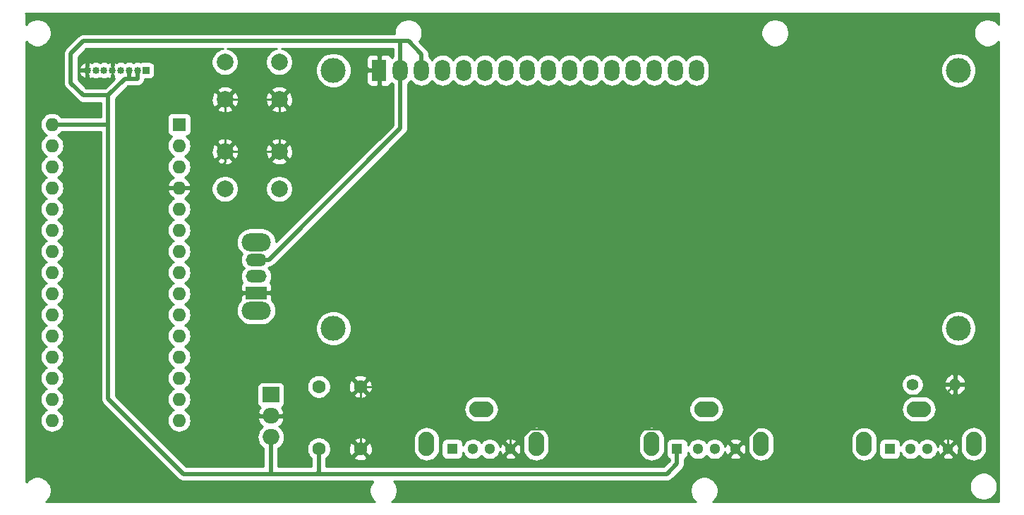
<source format=gbr>
G04 #@! TF.GenerationSoftware,KiCad,Pcbnew,5.1.1-8be2ce7~80~ubuntu16.04.1*
G04 #@! TF.CreationDate,2019-04-23T13:07:39+02:00*
G04 #@! TF.ProjectId,noname,6e6f6e61-6d65-42e6-9b69-6361645f7063,rev?*
G04 #@! TF.SameCoordinates,Original*
G04 #@! TF.FileFunction,Copper,L2,Bot*
G04 #@! TF.FilePolarity,Positive*
%FSLAX46Y46*%
G04 Gerber Fmt 4.6, Leading zero omitted, Abs format (unit mm)*
G04 Created by KiCad (PCBNEW 5.1.1-8be2ce7~80~ubuntu16.04.1) date 2019-04-23 13:07:39*
%MOMM*%
%LPD*%
G04 APERTURE LIST*
%ADD10R,1.600000X1.600000*%
%ADD11O,1.600000X1.600000*%
%ADD12O,3.500000X2.200000*%
%ADD13O,2.500000X1.500000*%
%ADD14R,2.500000X1.500000*%
%ADD15C,2.000000*%
%ADD16O,2.000000X1.905000*%
%ADD17R,2.000000X1.905000*%
%ADD18C,1.600000*%
%ADD19O,2.900000X1.900000*%
%ADD20O,1.900000X2.900000*%
%ADD21C,1.300000*%
%ADD22R,1.300000X1.300000*%
%ADD23R,1.800000X2.600000*%
%ADD24O,1.800000X2.600000*%
%ADD25C,3.000000*%
%ADD26R,0.850000X0.850000*%
%ADD27O,0.850000X0.850000*%
%ADD28C,1.400000*%
%ADD29O,1.400000X1.400000*%
%ADD30C,0.250000*%
%ADD31C,0.500000*%
%ADD32C,0.254000*%
G04 APERTURE END LIST*
D10*
X179500000Y-77000000D03*
D11*
X164260000Y-110020000D03*
X179500000Y-79540000D03*
X164260000Y-107480000D03*
X179500000Y-82080000D03*
X164260000Y-104940000D03*
X179500000Y-84620000D03*
X164260000Y-102400000D03*
X179500000Y-87160000D03*
X164260000Y-99860000D03*
X179500000Y-89700000D03*
X164260000Y-97320000D03*
X179500000Y-92240000D03*
X164260000Y-94780000D03*
X179500000Y-94780000D03*
X164260000Y-92240000D03*
X179500000Y-97320000D03*
X164260000Y-89700000D03*
X179500000Y-99860000D03*
X164260000Y-87160000D03*
X179500000Y-102400000D03*
X164260000Y-84620000D03*
X179500000Y-104940000D03*
X164260000Y-82080000D03*
X179500000Y-107480000D03*
X164260000Y-79540000D03*
X179500000Y-110020000D03*
X164260000Y-77000000D03*
X179500000Y-112560000D03*
X164260000Y-112560000D03*
D12*
X188750000Y-91150000D03*
X188750000Y-99350000D03*
D13*
X188750000Y-93250000D03*
X188750000Y-95250000D03*
D14*
X188750000Y-97250000D03*
D15*
X191500000Y-80250000D03*
X191500000Y-84750000D03*
X185000000Y-80250000D03*
X185000000Y-84750000D03*
X191500000Y-69500000D03*
X191500000Y-74000000D03*
X185000000Y-69500000D03*
X185000000Y-74000000D03*
D16*
X190500000Y-114580000D03*
X190500000Y-112040000D03*
D17*
X190500000Y-109500000D03*
D18*
X201250000Y-108500000D03*
X196250000Y-108500000D03*
X201250000Y-116000000D03*
X196250000Y-116000000D03*
D19*
X215750000Y-111220000D03*
D20*
X222320000Y-115400000D03*
X209180000Y-115400000D03*
D21*
X219250000Y-116000000D03*
X216750000Y-116000000D03*
X214750000Y-116000000D03*
D22*
X212250000Y-116000000D03*
D23*
X203500000Y-70500000D03*
D24*
X206040000Y-70500000D03*
X208580000Y-70500000D03*
X211120000Y-70500000D03*
X213660000Y-70500000D03*
X216200000Y-70500000D03*
X218740000Y-70500000D03*
X221280000Y-70500000D03*
X223820000Y-70500000D03*
X226360000Y-70500000D03*
X228900000Y-70500000D03*
X231440000Y-70500000D03*
X233980000Y-70500000D03*
X236520000Y-70500000D03*
X239060000Y-70500000D03*
X241600000Y-70500000D03*
D25*
X198000900Y-70500000D03*
X198000900Y-101500700D03*
X272999480Y-101500700D03*
X273000000Y-70500000D03*
D22*
X264750000Y-116000000D03*
D21*
X267250000Y-116000000D03*
X269250000Y-116000000D03*
X271750000Y-116000000D03*
D20*
X261680000Y-115400000D03*
X274820000Y-115400000D03*
D19*
X268250000Y-111220000D03*
D26*
X175500000Y-70500000D03*
D27*
X174500000Y-70500000D03*
X173500000Y-70500000D03*
X172500000Y-70500000D03*
X171500000Y-70500000D03*
X170500000Y-70500000D03*
X169500000Y-70500000D03*
X168500000Y-70500000D03*
D28*
X267500000Y-108250000D03*
D29*
X272580000Y-108250000D03*
D22*
X239250000Y-116000000D03*
D21*
X241750000Y-116000000D03*
X243750000Y-116000000D03*
X246250000Y-116000000D03*
D20*
X236180000Y-115400000D03*
X249320000Y-115400000D03*
D19*
X242750000Y-111220000D03*
D30*
X271750000Y-109080000D02*
X272580000Y-108250000D01*
X271750000Y-116000000D02*
X271750000Y-109080000D01*
X246899999Y-115350001D02*
X246250000Y-116000000D01*
X243874990Y-113624990D02*
X245600001Y-115350001D01*
X245600001Y-115350001D02*
X246250000Y-116000000D01*
X221625010Y-113624990D02*
X243874990Y-113624990D01*
X219250000Y-116000000D02*
X221625010Y-113624990D01*
X248875000Y-113375000D02*
X269125000Y-113375000D01*
X271750000Y-116000000D02*
X269125000Y-113375000D01*
X248875000Y-113375000D02*
X246899999Y-115350001D01*
X191500000Y-80250000D02*
X191500000Y-74000000D01*
X185000000Y-74000000D02*
X191500000Y-74000000D01*
X186414213Y-80250000D02*
X191500000Y-80250000D01*
X185000000Y-80250000D02*
X186414213Y-80250000D01*
X185000000Y-80250000D02*
X185000000Y-74000000D01*
X168500000Y-70500000D02*
X168749999Y-70250001D01*
X181000000Y-70000000D02*
X185000000Y-74000000D01*
X168500000Y-70500000D02*
X168500000Y-69000000D01*
X168500000Y-69000000D02*
X169000000Y-68500000D01*
X179500000Y-68500000D02*
X181000000Y-70000000D01*
X189250000Y-112040000D02*
X185500000Y-108290000D01*
X190500000Y-112040000D02*
X189250000Y-112040000D01*
X187250000Y-97250000D02*
X188750000Y-97250000D01*
X185500000Y-99000000D02*
X187250000Y-97250000D01*
X185500000Y-108000000D02*
X185500000Y-99000000D01*
X185500000Y-108290000D02*
X185500000Y-108000000D01*
X219250000Y-110250000D02*
X219250000Y-116000000D01*
X201250000Y-108500000D02*
X217500000Y-108500000D01*
X217500000Y-108500000D02*
X219250000Y-110250000D01*
X171500000Y-70500000D02*
X171500000Y-68500000D01*
X169000000Y-68500000D02*
X171500000Y-68500000D01*
X171500000Y-68500000D02*
X179500000Y-68500000D01*
X179500000Y-84620000D02*
X181880000Y-84620000D01*
X185000000Y-81500000D02*
X185000000Y-80250000D01*
X181880000Y-84620000D02*
X185000000Y-81500000D01*
X192040000Y-111750000D02*
X201250000Y-111750000D01*
X190500000Y-112040000D02*
X191750000Y-112040000D01*
X191750000Y-112040000D02*
X192040000Y-111750000D01*
X201250000Y-116000000D02*
X201250000Y-111750000D01*
X201250000Y-111750000D02*
X201250000Y-108500000D01*
X202350000Y-70500000D02*
X203500000Y-70500000D01*
X191500000Y-74000000D02*
X195000000Y-70500000D01*
X195000000Y-70500000D02*
X195000000Y-69000000D01*
X195000000Y-69000000D02*
X196000000Y-68000000D01*
X196000000Y-68000000D02*
X200000000Y-68000000D01*
X200000000Y-68000000D02*
X200000000Y-68150000D01*
X200000000Y-68150000D02*
X202350000Y-70500000D01*
D31*
X180000000Y-119000000D02*
X171000000Y-110000000D01*
X190500000Y-114580000D02*
X190500000Y-119000000D01*
X190500000Y-119000000D02*
X180000000Y-119000000D01*
X196250000Y-118750000D02*
X196000000Y-119000000D01*
X196250000Y-116000000D02*
X196250000Y-118750000D01*
X196000000Y-119000000D02*
X190500000Y-119000000D01*
X171000000Y-84000000D02*
X171000000Y-83740000D01*
X171000000Y-84000000D02*
X171000000Y-77000000D01*
X164260000Y-77000000D02*
X171000000Y-77000000D01*
X174500000Y-71500000D02*
X174500000Y-70500000D01*
X171000000Y-77000000D02*
X171000000Y-73500000D01*
X171000000Y-73500000D02*
X173000000Y-71500000D01*
X173500000Y-71500000D02*
X173500000Y-70500000D01*
X173500000Y-71500000D02*
X174500000Y-71500000D01*
X173000000Y-71500000D02*
X173500000Y-71500000D01*
X171000000Y-73500000D02*
X168000000Y-73500000D01*
X168000000Y-73500000D02*
X166500000Y-72000000D01*
X166500000Y-72000000D02*
X166500000Y-68500000D01*
X166500000Y-68500000D02*
X168000000Y-67000000D01*
X168000000Y-67000000D02*
X207000000Y-67000000D01*
X208580000Y-68580000D02*
X208580000Y-70500000D01*
X207000000Y-67000000D02*
X208580000Y-68580000D01*
X206040000Y-70500000D02*
X206040000Y-67040000D01*
X171000000Y-110000000D02*
X171000000Y-93500000D01*
X171000000Y-93500000D02*
X171000000Y-84000000D01*
X206040000Y-72050000D02*
X206040000Y-70500000D01*
X206040000Y-77460000D02*
X206040000Y-72050000D01*
X190250000Y-93250000D02*
X206040000Y-77460000D01*
X188750000Y-93250000D02*
X190250000Y-93250000D01*
X239250000Y-117750000D02*
X239250000Y-116000000D01*
X196000000Y-119000000D02*
X238000000Y-119000000D01*
X238000000Y-119000000D02*
X239250000Y-117750000D01*
D32*
G36*
X277840000Y-64972532D02*
G01*
X277808825Y-64925875D01*
X277574125Y-64691175D01*
X277298147Y-64506772D01*
X276991496Y-64379754D01*
X276665958Y-64315000D01*
X276334042Y-64315000D01*
X276008504Y-64379754D01*
X275701853Y-64506772D01*
X275425875Y-64691175D01*
X275191175Y-64925875D01*
X275006772Y-65201853D01*
X274879754Y-65508504D01*
X274815000Y-65834042D01*
X274815000Y-66165958D01*
X274879754Y-66491496D01*
X275006772Y-66798147D01*
X275191175Y-67074125D01*
X275425875Y-67308825D01*
X275701853Y-67493228D01*
X276008504Y-67620246D01*
X276334042Y-67685000D01*
X276665958Y-67685000D01*
X276991496Y-67620246D01*
X277298147Y-67493228D01*
X277574125Y-67308825D01*
X277808825Y-67074125D01*
X277840000Y-67027468D01*
X277840001Y-122340000D01*
X243527468Y-122340000D01*
X243574125Y-122308825D01*
X243808825Y-122074125D01*
X243993228Y-121798147D01*
X244120246Y-121491496D01*
X244185000Y-121165958D01*
X244185000Y-120834042D01*
X244120246Y-120508504D01*
X244047983Y-120334042D01*
X274315000Y-120334042D01*
X274315000Y-120665958D01*
X274379754Y-120991496D01*
X274506772Y-121298147D01*
X274691175Y-121574125D01*
X274925875Y-121808825D01*
X275201853Y-121993228D01*
X275508504Y-122120246D01*
X275834042Y-122185000D01*
X276165958Y-122185000D01*
X276491496Y-122120246D01*
X276798147Y-121993228D01*
X277074125Y-121808825D01*
X277308825Y-121574125D01*
X277493228Y-121298147D01*
X277620246Y-120991496D01*
X277685000Y-120665958D01*
X277685000Y-120334042D01*
X277620246Y-120008504D01*
X277493228Y-119701853D01*
X277308825Y-119425875D01*
X277074125Y-119191175D01*
X276798147Y-119006772D01*
X276491496Y-118879754D01*
X276165958Y-118815000D01*
X275834042Y-118815000D01*
X275508504Y-118879754D01*
X275201853Y-119006772D01*
X274925875Y-119191175D01*
X274691175Y-119425875D01*
X274506772Y-119701853D01*
X274379754Y-120008504D01*
X274315000Y-120334042D01*
X244047983Y-120334042D01*
X243993228Y-120201853D01*
X243808825Y-119925875D01*
X243574125Y-119691175D01*
X243298147Y-119506772D01*
X242991496Y-119379754D01*
X242665958Y-119315000D01*
X242334042Y-119315000D01*
X242008504Y-119379754D01*
X241701853Y-119506772D01*
X241425875Y-119691175D01*
X241191175Y-119925875D01*
X241006772Y-120201853D01*
X240879754Y-120508504D01*
X240815000Y-120834042D01*
X240815000Y-121165958D01*
X240879754Y-121491496D01*
X241006772Y-121798147D01*
X241191175Y-122074125D01*
X241425875Y-122308825D01*
X241472532Y-122340000D01*
X205027468Y-122340000D01*
X205074125Y-122308825D01*
X205308825Y-122074125D01*
X205493228Y-121798147D01*
X205620246Y-121491496D01*
X205685000Y-121165958D01*
X205685000Y-120834042D01*
X205620246Y-120508504D01*
X205493228Y-120201853D01*
X205308825Y-119925875D01*
X205267950Y-119885000D01*
X237956531Y-119885000D01*
X238000000Y-119889281D01*
X238043469Y-119885000D01*
X238043477Y-119885000D01*
X238173490Y-119872195D01*
X238340313Y-119821589D01*
X238494059Y-119739411D01*
X238628817Y-119628817D01*
X238656534Y-119595044D01*
X239845050Y-118406529D01*
X239878817Y-118378817D01*
X239989411Y-118244059D01*
X240071589Y-118090313D01*
X240122195Y-117923490D01*
X240135000Y-117793477D01*
X240135000Y-117793469D01*
X240139281Y-117750000D01*
X240135000Y-117706531D01*
X240135000Y-117242287D01*
X240144180Y-117239502D01*
X240254494Y-117180537D01*
X240351185Y-117101185D01*
X240430537Y-117004494D01*
X240489502Y-116894180D01*
X240525812Y-116774482D01*
X240538072Y-116650000D01*
X240538072Y-116432016D01*
X240611247Y-116608676D01*
X240751875Y-116819140D01*
X240930860Y-116998125D01*
X241141324Y-117138753D01*
X241375179Y-117235619D01*
X241623439Y-117285000D01*
X241876561Y-117285000D01*
X242124821Y-117235619D01*
X242358676Y-117138753D01*
X242569140Y-116998125D01*
X242748125Y-116819140D01*
X242750000Y-116816334D01*
X242751875Y-116819140D01*
X242930860Y-116998125D01*
X243141324Y-117138753D01*
X243375179Y-117235619D01*
X243623439Y-117285000D01*
X243876561Y-117285000D01*
X244124821Y-117235619D01*
X244358676Y-117138753D01*
X244569140Y-116998125D01*
X244681738Y-116885527D01*
X245544078Y-116885527D01*
X245597466Y-117114201D01*
X245827374Y-117220095D01*
X246073524Y-117279102D01*
X246326455Y-117288952D01*
X246576449Y-117249270D01*
X246813896Y-117161578D01*
X246902534Y-117114201D01*
X246955922Y-116885527D01*
X246250000Y-116179605D01*
X245544078Y-116885527D01*
X244681738Y-116885527D01*
X244748125Y-116819140D01*
X244888753Y-116608676D01*
X244985619Y-116374821D01*
X244998294Y-116311100D01*
X245000730Y-116326449D01*
X245088422Y-116563896D01*
X245135799Y-116652534D01*
X245364473Y-116705922D01*
X246070395Y-116000000D01*
X246429605Y-116000000D01*
X247135527Y-116705922D01*
X247364201Y-116652534D01*
X247470095Y-116422626D01*
X247529102Y-116176476D01*
X247538952Y-115923545D01*
X247499270Y-115673551D01*
X247411578Y-115436104D01*
X247364201Y-115347466D01*
X247135527Y-115294078D01*
X246429605Y-116000000D01*
X246070395Y-116000000D01*
X245364473Y-115294078D01*
X245135799Y-115347466D01*
X245029905Y-115577374D01*
X245000505Y-115700017D01*
X244985619Y-115625179D01*
X244888753Y-115391324D01*
X244748125Y-115180860D01*
X244681738Y-115114473D01*
X245544078Y-115114473D01*
X246250000Y-115820395D01*
X246955922Y-115114473D01*
X246902534Y-114885799D01*
X246764317Y-114822137D01*
X247735000Y-114822137D01*
X247735000Y-115977864D01*
X247757934Y-116210714D01*
X247848566Y-116509488D01*
X247995744Y-116784839D01*
X248193814Y-117026187D01*
X248435162Y-117224256D01*
X248710513Y-117371434D01*
X249009287Y-117462066D01*
X249320000Y-117492669D01*
X249630714Y-117462066D01*
X249929488Y-117371434D01*
X250204839Y-117224256D01*
X250446187Y-117026187D01*
X250644256Y-116784839D01*
X250791434Y-116509488D01*
X250882066Y-116210714D01*
X250905000Y-115977864D01*
X250905000Y-114822136D01*
X260095000Y-114822136D01*
X260095000Y-115977863D01*
X260117934Y-116210713D01*
X260208566Y-116509487D01*
X260355744Y-116784838D01*
X260553813Y-117026187D01*
X260795161Y-117224256D01*
X261070512Y-117371434D01*
X261369286Y-117462066D01*
X261680000Y-117492669D01*
X261990713Y-117462066D01*
X262289487Y-117371434D01*
X262564838Y-117224256D01*
X262806187Y-117026187D01*
X263004256Y-116784839D01*
X263151434Y-116509488D01*
X263242066Y-116210714D01*
X263265000Y-115977864D01*
X263265000Y-115350000D01*
X263461928Y-115350000D01*
X263461928Y-116650000D01*
X263474188Y-116774482D01*
X263510498Y-116894180D01*
X263569463Y-117004494D01*
X263648815Y-117101185D01*
X263745506Y-117180537D01*
X263855820Y-117239502D01*
X263975518Y-117275812D01*
X264100000Y-117288072D01*
X265400000Y-117288072D01*
X265524482Y-117275812D01*
X265644180Y-117239502D01*
X265754494Y-117180537D01*
X265851185Y-117101185D01*
X265930537Y-117004494D01*
X265989502Y-116894180D01*
X266025812Y-116774482D01*
X266038072Y-116650000D01*
X266038072Y-116432016D01*
X266111247Y-116608676D01*
X266251875Y-116819140D01*
X266430860Y-116998125D01*
X266641324Y-117138753D01*
X266875179Y-117235619D01*
X267123439Y-117285000D01*
X267376561Y-117285000D01*
X267624821Y-117235619D01*
X267858676Y-117138753D01*
X268069140Y-116998125D01*
X268248125Y-116819140D01*
X268250000Y-116816334D01*
X268251875Y-116819140D01*
X268430860Y-116998125D01*
X268641324Y-117138753D01*
X268875179Y-117235619D01*
X269123439Y-117285000D01*
X269376561Y-117285000D01*
X269624821Y-117235619D01*
X269858676Y-117138753D01*
X270069140Y-116998125D01*
X270181738Y-116885527D01*
X271044078Y-116885527D01*
X271097466Y-117114201D01*
X271327374Y-117220095D01*
X271573524Y-117279102D01*
X271826455Y-117288952D01*
X272076449Y-117249270D01*
X272313896Y-117161578D01*
X272402534Y-117114201D01*
X272455922Y-116885527D01*
X271750000Y-116179605D01*
X271044078Y-116885527D01*
X270181738Y-116885527D01*
X270248125Y-116819140D01*
X270388753Y-116608676D01*
X270485619Y-116374821D01*
X270498294Y-116311100D01*
X270500730Y-116326449D01*
X270588422Y-116563896D01*
X270635799Y-116652534D01*
X270864473Y-116705922D01*
X271570395Y-116000000D01*
X271929605Y-116000000D01*
X272635527Y-116705922D01*
X272864201Y-116652534D01*
X272970095Y-116422626D01*
X273029102Y-116176476D01*
X273038952Y-115923545D01*
X272999270Y-115673551D01*
X272911578Y-115436104D01*
X272864201Y-115347466D01*
X272635527Y-115294078D01*
X271929605Y-116000000D01*
X271570395Y-116000000D01*
X270864473Y-115294078D01*
X270635799Y-115347466D01*
X270529905Y-115577374D01*
X270500505Y-115700017D01*
X270485619Y-115625179D01*
X270388753Y-115391324D01*
X270248125Y-115180860D01*
X270181738Y-115114473D01*
X271044078Y-115114473D01*
X271750000Y-115820395D01*
X272455922Y-115114473D01*
X272402534Y-114885799D01*
X272264317Y-114822137D01*
X273235000Y-114822137D01*
X273235000Y-115977864D01*
X273257934Y-116210714D01*
X273348566Y-116509488D01*
X273495744Y-116784839D01*
X273693814Y-117026187D01*
X273935162Y-117224256D01*
X274210513Y-117371434D01*
X274509287Y-117462066D01*
X274820000Y-117492669D01*
X275130714Y-117462066D01*
X275429488Y-117371434D01*
X275704839Y-117224256D01*
X275946187Y-117026187D01*
X276144256Y-116784839D01*
X276291434Y-116509488D01*
X276382066Y-116210714D01*
X276405000Y-115977864D01*
X276405000Y-114822136D01*
X276382066Y-114589286D01*
X276291434Y-114290512D01*
X276144256Y-114015161D01*
X275946187Y-113773813D01*
X275704838Y-113575744D01*
X275429487Y-113428566D01*
X275130713Y-113337934D01*
X274820000Y-113307331D01*
X274509286Y-113337934D01*
X274210512Y-113428566D01*
X273935161Y-113575744D01*
X273693813Y-113773813D01*
X273495744Y-114015162D01*
X273348566Y-114290513D01*
X273257934Y-114589287D01*
X273235000Y-114822137D01*
X272264317Y-114822137D01*
X272172626Y-114779905D01*
X271926476Y-114720898D01*
X271673545Y-114711048D01*
X271423551Y-114750730D01*
X271186104Y-114838422D01*
X271097466Y-114885799D01*
X271044078Y-115114473D01*
X270181738Y-115114473D01*
X270069140Y-115001875D01*
X269858676Y-114861247D01*
X269624821Y-114764381D01*
X269376561Y-114715000D01*
X269123439Y-114715000D01*
X268875179Y-114764381D01*
X268641324Y-114861247D01*
X268430860Y-115001875D01*
X268251875Y-115180860D01*
X268250000Y-115183666D01*
X268248125Y-115180860D01*
X268069140Y-115001875D01*
X267858676Y-114861247D01*
X267624821Y-114764381D01*
X267376561Y-114715000D01*
X267123439Y-114715000D01*
X266875179Y-114764381D01*
X266641324Y-114861247D01*
X266430860Y-115001875D01*
X266251875Y-115180860D01*
X266111247Y-115391324D01*
X266038072Y-115567984D01*
X266038072Y-115350000D01*
X266025812Y-115225518D01*
X265989502Y-115105820D01*
X265930537Y-114995506D01*
X265851185Y-114898815D01*
X265754494Y-114819463D01*
X265644180Y-114760498D01*
X265524482Y-114724188D01*
X265400000Y-114711928D01*
X264100000Y-114711928D01*
X263975518Y-114724188D01*
X263855820Y-114760498D01*
X263745506Y-114819463D01*
X263648815Y-114898815D01*
X263569463Y-114995506D01*
X263510498Y-115105820D01*
X263474188Y-115225518D01*
X263461928Y-115350000D01*
X263265000Y-115350000D01*
X263265000Y-114822136D01*
X263242066Y-114589286D01*
X263151434Y-114290512D01*
X263004256Y-114015161D01*
X262806187Y-113773813D01*
X262564839Y-113575744D01*
X262289488Y-113428566D01*
X261990714Y-113337934D01*
X261680000Y-113307331D01*
X261369287Y-113337934D01*
X261070513Y-113428566D01*
X260795162Y-113575744D01*
X260553814Y-113773813D01*
X260355744Y-114015161D01*
X260208566Y-114290512D01*
X260117934Y-114589286D01*
X260095000Y-114822136D01*
X250905000Y-114822136D01*
X250882066Y-114589286D01*
X250791434Y-114290512D01*
X250644256Y-114015161D01*
X250446187Y-113773813D01*
X250204838Y-113575744D01*
X249929487Y-113428566D01*
X249630713Y-113337934D01*
X249320000Y-113307331D01*
X249009286Y-113337934D01*
X248710512Y-113428566D01*
X248435161Y-113575744D01*
X248193813Y-113773813D01*
X247995744Y-114015162D01*
X247848566Y-114290513D01*
X247757934Y-114589287D01*
X247735000Y-114822137D01*
X246764317Y-114822137D01*
X246672626Y-114779905D01*
X246426476Y-114720898D01*
X246173545Y-114711048D01*
X245923551Y-114750730D01*
X245686104Y-114838422D01*
X245597466Y-114885799D01*
X245544078Y-115114473D01*
X244681738Y-115114473D01*
X244569140Y-115001875D01*
X244358676Y-114861247D01*
X244124821Y-114764381D01*
X243876561Y-114715000D01*
X243623439Y-114715000D01*
X243375179Y-114764381D01*
X243141324Y-114861247D01*
X242930860Y-115001875D01*
X242751875Y-115180860D01*
X242750000Y-115183666D01*
X242748125Y-115180860D01*
X242569140Y-115001875D01*
X242358676Y-114861247D01*
X242124821Y-114764381D01*
X241876561Y-114715000D01*
X241623439Y-114715000D01*
X241375179Y-114764381D01*
X241141324Y-114861247D01*
X240930860Y-115001875D01*
X240751875Y-115180860D01*
X240611247Y-115391324D01*
X240538072Y-115567984D01*
X240538072Y-115350000D01*
X240525812Y-115225518D01*
X240489502Y-115105820D01*
X240430537Y-114995506D01*
X240351185Y-114898815D01*
X240254494Y-114819463D01*
X240144180Y-114760498D01*
X240024482Y-114724188D01*
X239900000Y-114711928D01*
X238600000Y-114711928D01*
X238475518Y-114724188D01*
X238355820Y-114760498D01*
X238245506Y-114819463D01*
X238148815Y-114898815D01*
X238069463Y-114995506D01*
X238010498Y-115105820D01*
X237974188Y-115225518D01*
X237961928Y-115350000D01*
X237961928Y-116650000D01*
X237974188Y-116774482D01*
X238010498Y-116894180D01*
X238069463Y-117004494D01*
X238148815Y-117101185D01*
X238245506Y-117180537D01*
X238355820Y-117239502D01*
X238365000Y-117242287D01*
X238365000Y-117383421D01*
X237633422Y-118115000D01*
X197135000Y-118115000D01*
X197135000Y-117134521D01*
X197164759Y-117114637D01*
X197286694Y-116992702D01*
X200436903Y-116992702D01*
X200508486Y-117236671D01*
X200763996Y-117357571D01*
X201038184Y-117426300D01*
X201320512Y-117440217D01*
X201600130Y-117398787D01*
X201866292Y-117303603D01*
X201991514Y-117236671D01*
X202063097Y-116992702D01*
X201250000Y-116179605D01*
X200436903Y-116992702D01*
X197286694Y-116992702D01*
X197364637Y-116914759D01*
X197521680Y-116679727D01*
X197629853Y-116418574D01*
X197685000Y-116141335D01*
X197685000Y-116070512D01*
X199809783Y-116070512D01*
X199851213Y-116350130D01*
X199946397Y-116616292D01*
X200013329Y-116741514D01*
X200257298Y-116813097D01*
X201070395Y-116000000D01*
X201429605Y-116000000D01*
X202242702Y-116813097D01*
X202486671Y-116741514D01*
X202607571Y-116486004D01*
X202676300Y-116211816D01*
X202690217Y-115929488D01*
X202648787Y-115649870D01*
X202553603Y-115383708D01*
X202486671Y-115258486D01*
X202242702Y-115186903D01*
X201429605Y-116000000D01*
X201070395Y-116000000D01*
X200257298Y-115186903D01*
X200013329Y-115258486D01*
X199892429Y-115513996D01*
X199823700Y-115788184D01*
X199809783Y-116070512D01*
X197685000Y-116070512D01*
X197685000Y-115858665D01*
X197629853Y-115581426D01*
X197521680Y-115320273D01*
X197364637Y-115085241D01*
X197286694Y-115007298D01*
X200436903Y-115007298D01*
X201250000Y-115820395D01*
X202063097Y-115007298D01*
X202008769Y-114822136D01*
X207595000Y-114822136D01*
X207595000Y-115977863D01*
X207617934Y-116210713D01*
X207708566Y-116509487D01*
X207855744Y-116784838D01*
X208053813Y-117026187D01*
X208295161Y-117224256D01*
X208570512Y-117371434D01*
X208869286Y-117462066D01*
X209180000Y-117492669D01*
X209490713Y-117462066D01*
X209789487Y-117371434D01*
X210064838Y-117224256D01*
X210306187Y-117026187D01*
X210504256Y-116784839D01*
X210651434Y-116509488D01*
X210742066Y-116210714D01*
X210765000Y-115977864D01*
X210765000Y-115350000D01*
X210961928Y-115350000D01*
X210961928Y-116650000D01*
X210974188Y-116774482D01*
X211010498Y-116894180D01*
X211069463Y-117004494D01*
X211148815Y-117101185D01*
X211245506Y-117180537D01*
X211355820Y-117239502D01*
X211475518Y-117275812D01*
X211600000Y-117288072D01*
X212900000Y-117288072D01*
X213024482Y-117275812D01*
X213144180Y-117239502D01*
X213254494Y-117180537D01*
X213351185Y-117101185D01*
X213430537Y-117004494D01*
X213489502Y-116894180D01*
X213525812Y-116774482D01*
X213538072Y-116650000D01*
X213538072Y-116432016D01*
X213611247Y-116608676D01*
X213751875Y-116819140D01*
X213930860Y-116998125D01*
X214141324Y-117138753D01*
X214375179Y-117235619D01*
X214623439Y-117285000D01*
X214876561Y-117285000D01*
X215124821Y-117235619D01*
X215358676Y-117138753D01*
X215569140Y-116998125D01*
X215748125Y-116819140D01*
X215750000Y-116816334D01*
X215751875Y-116819140D01*
X215930860Y-116998125D01*
X216141324Y-117138753D01*
X216375179Y-117235619D01*
X216623439Y-117285000D01*
X216876561Y-117285000D01*
X217124821Y-117235619D01*
X217358676Y-117138753D01*
X217569140Y-116998125D01*
X217681738Y-116885527D01*
X218544078Y-116885527D01*
X218597466Y-117114201D01*
X218827374Y-117220095D01*
X219073524Y-117279102D01*
X219326455Y-117288952D01*
X219576449Y-117249270D01*
X219813896Y-117161578D01*
X219902534Y-117114201D01*
X219955922Y-116885527D01*
X219250000Y-116179605D01*
X218544078Y-116885527D01*
X217681738Y-116885527D01*
X217748125Y-116819140D01*
X217888753Y-116608676D01*
X217985619Y-116374821D01*
X217998294Y-116311100D01*
X218000730Y-116326449D01*
X218088422Y-116563896D01*
X218135799Y-116652534D01*
X218364473Y-116705922D01*
X219070395Y-116000000D01*
X219429605Y-116000000D01*
X220135527Y-116705922D01*
X220364201Y-116652534D01*
X220470095Y-116422626D01*
X220529102Y-116176476D01*
X220538952Y-115923545D01*
X220499270Y-115673551D01*
X220411578Y-115436104D01*
X220364201Y-115347466D01*
X220135527Y-115294078D01*
X219429605Y-116000000D01*
X219070395Y-116000000D01*
X218364473Y-115294078D01*
X218135799Y-115347466D01*
X218029905Y-115577374D01*
X218000505Y-115700017D01*
X217985619Y-115625179D01*
X217888753Y-115391324D01*
X217748125Y-115180860D01*
X217681738Y-115114473D01*
X218544078Y-115114473D01*
X219250000Y-115820395D01*
X219955922Y-115114473D01*
X219902534Y-114885799D01*
X219764317Y-114822137D01*
X220735000Y-114822137D01*
X220735000Y-115977864D01*
X220757934Y-116210714D01*
X220848566Y-116509488D01*
X220995744Y-116784839D01*
X221193814Y-117026187D01*
X221435162Y-117224256D01*
X221710513Y-117371434D01*
X222009287Y-117462066D01*
X222320000Y-117492669D01*
X222630714Y-117462066D01*
X222929488Y-117371434D01*
X223204839Y-117224256D01*
X223446187Y-117026187D01*
X223644256Y-116784839D01*
X223791434Y-116509488D01*
X223882066Y-116210714D01*
X223905000Y-115977864D01*
X223905000Y-114822136D01*
X234595000Y-114822136D01*
X234595000Y-115977863D01*
X234617934Y-116210713D01*
X234708566Y-116509487D01*
X234855744Y-116784838D01*
X235053813Y-117026187D01*
X235295161Y-117224256D01*
X235570512Y-117371434D01*
X235869286Y-117462066D01*
X236180000Y-117492669D01*
X236490713Y-117462066D01*
X236789487Y-117371434D01*
X237064838Y-117224256D01*
X237306187Y-117026187D01*
X237504256Y-116784839D01*
X237651434Y-116509488D01*
X237742066Y-116210714D01*
X237765000Y-115977864D01*
X237765000Y-114822136D01*
X237742066Y-114589286D01*
X237651434Y-114290512D01*
X237504256Y-114015161D01*
X237306187Y-113773813D01*
X237064839Y-113575744D01*
X236789488Y-113428566D01*
X236490714Y-113337934D01*
X236180000Y-113307331D01*
X235869287Y-113337934D01*
X235570513Y-113428566D01*
X235295162Y-113575744D01*
X235053814Y-113773813D01*
X234855744Y-114015161D01*
X234708566Y-114290512D01*
X234617934Y-114589286D01*
X234595000Y-114822136D01*
X223905000Y-114822136D01*
X223882066Y-114589286D01*
X223791434Y-114290512D01*
X223644256Y-114015161D01*
X223446187Y-113773813D01*
X223204838Y-113575744D01*
X222929487Y-113428566D01*
X222630713Y-113337934D01*
X222320000Y-113307331D01*
X222009286Y-113337934D01*
X221710512Y-113428566D01*
X221435161Y-113575744D01*
X221193813Y-113773813D01*
X220995744Y-114015162D01*
X220848566Y-114290513D01*
X220757934Y-114589287D01*
X220735000Y-114822137D01*
X219764317Y-114822137D01*
X219672626Y-114779905D01*
X219426476Y-114720898D01*
X219173545Y-114711048D01*
X218923551Y-114750730D01*
X218686104Y-114838422D01*
X218597466Y-114885799D01*
X218544078Y-115114473D01*
X217681738Y-115114473D01*
X217569140Y-115001875D01*
X217358676Y-114861247D01*
X217124821Y-114764381D01*
X216876561Y-114715000D01*
X216623439Y-114715000D01*
X216375179Y-114764381D01*
X216141324Y-114861247D01*
X215930860Y-115001875D01*
X215751875Y-115180860D01*
X215750000Y-115183666D01*
X215748125Y-115180860D01*
X215569140Y-115001875D01*
X215358676Y-114861247D01*
X215124821Y-114764381D01*
X214876561Y-114715000D01*
X214623439Y-114715000D01*
X214375179Y-114764381D01*
X214141324Y-114861247D01*
X213930860Y-115001875D01*
X213751875Y-115180860D01*
X213611247Y-115391324D01*
X213538072Y-115567984D01*
X213538072Y-115350000D01*
X213525812Y-115225518D01*
X213489502Y-115105820D01*
X213430537Y-114995506D01*
X213351185Y-114898815D01*
X213254494Y-114819463D01*
X213144180Y-114760498D01*
X213024482Y-114724188D01*
X212900000Y-114711928D01*
X211600000Y-114711928D01*
X211475518Y-114724188D01*
X211355820Y-114760498D01*
X211245506Y-114819463D01*
X211148815Y-114898815D01*
X211069463Y-114995506D01*
X211010498Y-115105820D01*
X210974188Y-115225518D01*
X210961928Y-115350000D01*
X210765000Y-115350000D01*
X210765000Y-114822136D01*
X210742066Y-114589286D01*
X210651434Y-114290512D01*
X210504256Y-114015161D01*
X210306187Y-113773813D01*
X210064839Y-113575744D01*
X209789488Y-113428566D01*
X209490714Y-113337934D01*
X209180000Y-113307331D01*
X208869287Y-113337934D01*
X208570513Y-113428566D01*
X208295162Y-113575744D01*
X208053814Y-113773813D01*
X207855744Y-114015161D01*
X207708566Y-114290512D01*
X207617934Y-114589286D01*
X207595000Y-114822136D01*
X202008769Y-114822136D01*
X201991514Y-114763329D01*
X201736004Y-114642429D01*
X201461816Y-114573700D01*
X201179488Y-114559783D01*
X200899870Y-114601213D01*
X200633708Y-114696397D01*
X200508486Y-114763329D01*
X200436903Y-115007298D01*
X197286694Y-115007298D01*
X197164759Y-114885363D01*
X196929727Y-114728320D01*
X196668574Y-114620147D01*
X196391335Y-114565000D01*
X196108665Y-114565000D01*
X195831426Y-114620147D01*
X195570273Y-114728320D01*
X195335241Y-114885363D01*
X195135363Y-115085241D01*
X194978320Y-115320273D01*
X194870147Y-115581426D01*
X194815000Y-115858665D01*
X194815000Y-116141335D01*
X194870147Y-116418574D01*
X194978320Y-116679727D01*
X195135363Y-116914759D01*
X195335241Y-117114637D01*
X195365000Y-117134522D01*
X195365001Y-118115000D01*
X191385000Y-118115000D01*
X191385000Y-115932394D01*
X191433735Y-115906345D01*
X191675463Y-115707963D01*
X191873845Y-115466235D01*
X192021255Y-115190449D01*
X192112030Y-114891204D01*
X192142681Y-114580000D01*
X192112030Y-114268796D01*
X192021255Y-113969551D01*
X191873845Y-113693765D01*
X191675463Y-113452037D01*
X191496101Y-113304837D01*
X191681315Y-113149437D01*
X191875969Y-112906923D01*
X192019571Y-112631094D01*
X192090563Y-112412980D01*
X191970594Y-112167000D01*
X190627000Y-112167000D01*
X190627000Y-112187000D01*
X190373000Y-112187000D01*
X190373000Y-112167000D01*
X189029406Y-112167000D01*
X188909437Y-112412980D01*
X188980429Y-112631094D01*
X189124031Y-112906923D01*
X189318685Y-113149437D01*
X189503899Y-113304837D01*
X189324537Y-113452037D01*
X189126155Y-113693765D01*
X188978745Y-113969551D01*
X188887970Y-114268796D01*
X188857319Y-114580000D01*
X188887970Y-114891204D01*
X188978745Y-115190449D01*
X189126155Y-115466235D01*
X189324537Y-115707963D01*
X189566265Y-115906345D01*
X189615000Y-115932394D01*
X189615001Y-118115000D01*
X180366579Y-118115000D01*
X171885000Y-109633422D01*
X171885000Y-87160000D01*
X178058057Y-87160000D01*
X178085764Y-87441309D01*
X178167818Y-87711808D01*
X178301068Y-87961101D01*
X178480392Y-88179608D01*
X178698899Y-88358932D01*
X178831858Y-88430000D01*
X178698899Y-88501068D01*
X178480392Y-88680392D01*
X178301068Y-88898899D01*
X178167818Y-89148192D01*
X178085764Y-89418691D01*
X178058057Y-89700000D01*
X178085764Y-89981309D01*
X178167818Y-90251808D01*
X178301068Y-90501101D01*
X178480392Y-90719608D01*
X178698899Y-90898932D01*
X178831858Y-90970000D01*
X178698899Y-91041068D01*
X178480392Y-91220392D01*
X178301068Y-91438899D01*
X178167818Y-91688192D01*
X178085764Y-91958691D01*
X178058057Y-92240000D01*
X178085764Y-92521309D01*
X178167818Y-92791808D01*
X178301068Y-93041101D01*
X178480392Y-93259608D01*
X178698899Y-93438932D01*
X178831858Y-93510000D01*
X178698899Y-93581068D01*
X178480392Y-93760392D01*
X178301068Y-93978899D01*
X178167818Y-94228192D01*
X178085764Y-94498691D01*
X178058057Y-94780000D01*
X178085764Y-95061309D01*
X178167818Y-95331808D01*
X178301068Y-95581101D01*
X178480392Y-95799608D01*
X178698899Y-95978932D01*
X178831858Y-96050000D01*
X178698899Y-96121068D01*
X178480392Y-96300392D01*
X178301068Y-96518899D01*
X178167818Y-96768192D01*
X178085764Y-97038691D01*
X178058057Y-97320000D01*
X178085764Y-97601309D01*
X178167818Y-97871808D01*
X178301068Y-98121101D01*
X178480392Y-98339608D01*
X178698899Y-98518932D01*
X178831858Y-98590000D01*
X178698899Y-98661068D01*
X178480392Y-98840392D01*
X178301068Y-99058899D01*
X178167818Y-99308192D01*
X178085764Y-99578691D01*
X178058057Y-99860000D01*
X178085764Y-100141309D01*
X178167818Y-100411808D01*
X178301068Y-100661101D01*
X178480392Y-100879608D01*
X178698899Y-101058932D01*
X178831858Y-101130000D01*
X178698899Y-101201068D01*
X178480392Y-101380392D01*
X178301068Y-101598899D01*
X178167818Y-101848192D01*
X178085764Y-102118691D01*
X178058057Y-102400000D01*
X178085764Y-102681309D01*
X178167818Y-102951808D01*
X178301068Y-103201101D01*
X178480392Y-103419608D01*
X178698899Y-103598932D01*
X178831858Y-103670000D01*
X178698899Y-103741068D01*
X178480392Y-103920392D01*
X178301068Y-104138899D01*
X178167818Y-104388192D01*
X178085764Y-104658691D01*
X178058057Y-104940000D01*
X178085764Y-105221309D01*
X178167818Y-105491808D01*
X178301068Y-105741101D01*
X178480392Y-105959608D01*
X178698899Y-106138932D01*
X178831858Y-106210000D01*
X178698899Y-106281068D01*
X178480392Y-106460392D01*
X178301068Y-106678899D01*
X178167818Y-106928192D01*
X178085764Y-107198691D01*
X178058057Y-107480000D01*
X178085764Y-107761309D01*
X178167818Y-108031808D01*
X178301068Y-108281101D01*
X178480392Y-108499608D01*
X178698899Y-108678932D01*
X178831858Y-108750000D01*
X178698899Y-108821068D01*
X178480392Y-109000392D01*
X178301068Y-109218899D01*
X178167818Y-109468192D01*
X178085764Y-109738691D01*
X178058057Y-110020000D01*
X178085764Y-110301309D01*
X178167818Y-110571808D01*
X178301068Y-110821101D01*
X178480392Y-111039608D01*
X178698899Y-111218932D01*
X178831858Y-111290000D01*
X178698899Y-111361068D01*
X178480392Y-111540392D01*
X178301068Y-111758899D01*
X178167818Y-112008192D01*
X178085764Y-112278691D01*
X178058057Y-112560000D01*
X178085764Y-112841309D01*
X178167818Y-113111808D01*
X178301068Y-113361101D01*
X178480392Y-113579608D01*
X178698899Y-113758932D01*
X178948192Y-113892182D01*
X179218691Y-113974236D01*
X179429508Y-113995000D01*
X179570492Y-113995000D01*
X179781309Y-113974236D01*
X180051808Y-113892182D01*
X180301101Y-113758932D01*
X180519608Y-113579608D01*
X180698932Y-113361101D01*
X180832182Y-113111808D01*
X180914236Y-112841309D01*
X180941943Y-112560000D01*
X180914236Y-112278691D01*
X180832182Y-112008192D01*
X180698932Y-111758899D01*
X180519608Y-111540392D01*
X180301101Y-111361068D01*
X180168142Y-111290000D01*
X180301101Y-111218932D01*
X180519608Y-111039608D01*
X180698932Y-110821101D01*
X180832182Y-110571808D01*
X180914236Y-110301309D01*
X180941943Y-110020000D01*
X180914236Y-109738691D01*
X180832182Y-109468192D01*
X180698932Y-109218899D01*
X180519608Y-109000392D01*
X180301101Y-108821068D01*
X180168142Y-108750000D01*
X180301101Y-108678932D01*
X180461251Y-108547500D01*
X188861928Y-108547500D01*
X188861928Y-110452500D01*
X188874188Y-110576982D01*
X188910498Y-110696680D01*
X188969463Y-110806994D01*
X189048815Y-110903685D01*
X189145506Y-110983037D01*
X189237219Y-111032059D01*
X189124031Y-111173077D01*
X188980429Y-111448906D01*
X188909437Y-111667020D01*
X189029406Y-111913000D01*
X190373000Y-111913000D01*
X190373000Y-111893000D01*
X190627000Y-111893000D01*
X190627000Y-111913000D01*
X191970594Y-111913000D01*
X192090563Y-111667020D01*
X192019571Y-111448906D01*
X191900399Y-111220000D01*
X213657331Y-111220000D01*
X213687934Y-111530714D01*
X213778566Y-111829488D01*
X213925744Y-112104839D01*
X214123813Y-112346187D01*
X214365161Y-112544256D01*
X214640512Y-112691434D01*
X214939286Y-112782066D01*
X215172136Y-112805000D01*
X216327864Y-112805000D01*
X216560714Y-112782066D01*
X216859488Y-112691434D01*
X217134839Y-112544256D01*
X217376187Y-112346187D01*
X217574256Y-112104839D01*
X217721434Y-111829488D01*
X217812066Y-111530714D01*
X217842669Y-111220000D01*
X240657331Y-111220000D01*
X240687934Y-111530714D01*
X240778566Y-111829488D01*
X240925744Y-112104839D01*
X241123813Y-112346187D01*
X241365161Y-112544256D01*
X241640512Y-112691434D01*
X241939286Y-112782066D01*
X242172136Y-112805000D01*
X243327864Y-112805000D01*
X243560714Y-112782066D01*
X243859488Y-112691434D01*
X244134839Y-112544256D01*
X244376187Y-112346187D01*
X244574256Y-112104839D01*
X244721434Y-111829488D01*
X244812066Y-111530714D01*
X244842669Y-111220000D01*
X266157331Y-111220000D01*
X266187934Y-111530714D01*
X266278566Y-111829488D01*
X266425744Y-112104839D01*
X266623813Y-112346187D01*
X266865161Y-112544256D01*
X267140512Y-112691434D01*
X267439286Y-112782066D01*
X267672136Y-112805000D01*
X268827864Y-112805000D01*
X269060714Y-112782066D01*
X269359488Y-112691434D01*
X269634839Y-112544256D01*
X269876187Y-112346187D01*
X270074256Y-112104839D01*
X270221434Y-111829488D01*
X270312066Y-111530714D01*
X270342669Y-111220000D01*
X270312066Y-110909286D01*
X270221434Y-110610512D01*
X270074256Y-110335161D01*
X269876187Y-110093813D01*
X269634839Y-109895744D01*
X269359488Y-109748566D01*
X269060714Y-109657934D01*
X268827864Y-109635000D01*
X267672136Y-109635000D01*
X267439286Y-109657934D01*
X267140512Y-109748566D01*
X266865161Y-109895744D01*
X266623813Y-110093813D01*
X266425744Y-110335161D01*
X266278566Y-110610512D01*
X266187934Y-110909286D01*
X266157331Y-111220000D01*
X244842669Y-111220000D01*
X244812066Y-110909286D01*
X244721434Y-110610512D01*
X244574256Y-110335161D01*
X244376187Y-110093813D01*
X244134839Y-109895744D01*
X243859488Y-109748566D01*
X243560714Y-109657934D01*
X243327864Y-109635000D01*
X242172136Y-109635000D01*
X241939286Y-109657934D01*
X241640512Y-109748566D01*
X241365161Y-109895744D01*
X241123813Y-110093813D01*
X240925744Y-110335161D01*
X240778566Y-110610512D01*
X240687934Y-110909286D01*
X240657331Y-111220000D01*
X217842669Y-111220000D01*
X217812066Y-110909286D01*
X217721434Y-110610512D01*
X217574256Y-110335161D01*
X217376187Y-110093813D01*
X217134839Y-109895744D01*
X216859488Y-109748566D01*
X216560714Y-109657934D01*
X216327864Y-109635000D01*
X215172136Y-109635000D01*
X214939286Y-109657934D01*
X214640512Y-109748566D01*
X214365161Y-109895744D01*
X214123813Y-110093813D01*
X213925744Y-110335161D01*
X213778566Y-110610512D01*
X213687934Y-110909286D01*
X213657331Y-111220000D01*
X191900399Y-111220000D01*
X191875969Y-111173077D01*
X191762781Y-111032059D01*
X191854494Y-110983037D01*
X191951185Y-110903685D01*
X192030537Y-110806994D01*
X192089502Y-110696680D01*
X192125812Y-110576982D01*
X192138072Y-110452500D01*
X192138072Y-108547500D01*
X192125812Y-108423018D01*
X192106291Y-108358665D01*
X194815000Y-108358665D01*
X194815000Y-108641335D01*
X194870147Y-108918574D01*
X194978320Y-109179727D01*
X195135363Y-109414759D01*
X195335241Y-109614637D01*
X195570273Y-109771680D01*
X195831426Y-109879853D01*
X196108665Y-109935000D01*
X196391335Y-109935000D01*
X196668574Y-109879853D01*
X196929727Y-109771680D01*
X197164759Y-109614637D01*
X197286694Y-109492702D01*
X200436903Y-109492702D01*
X200508486Y-109736671D01*
X200763996Y-109857571D01*
X201038184Y-109926300D01*
X201320512Y-109940217D01*
X201600130Y-109898787D01*
X201866292Y-109803603D01*
X201991514Y-109736671D01*
X202063097Y-109492702D01*
X201250000Y-108679605D01*
X200436903Y-109492702D01*
X197286694Y-109492702D01*
X197364637Y-109414759D01*
X197521680Y-109179727D01*
X197629853Y-108918574D01*
X197685000Y-108641335D01*
X197685000Y-108570512D01*
X199809783Y-108570512D01*
X199851213Y-108850130D01*
X199946397Y-109116292D01*
X200013329Y-109241514D01*
X200257298Y-109313097D01*
X201070395Y-108500000D01*
X201429605Y-108500000D01*
X202242702Y-109313097D01*
X202486671Y-109241514D01*
X202607571Y-108986004D01*
X202676300Y-108711816D01*
X202690217Y-108429488D01*
X202648787Y-108149870D01*
X202637574Y-108118514D01*
X266165000Y-108118514D01*
X266165000Y-108381486D01*
X266216304Y-108639405D01*
X266316939Y-108882359D01*
X266463038Y-109101013D01*
X266648987Y-109286962D01*
X266867641Y-109433061D01*
X267110595Y-109533696D01*
X267368514Y-109585000D01*
X267631486Y-109585000D01*
X267889405Y-109533696D01*
X268132359Y-109433061D01*
X268351013Y-109286962D01*
X268536962Y-109101013D01*
X268683061Y-108882359D01*
X268783696Y-108639405D01*
X268794850Y-108583329D01*
X271287284Y-108583329D01*
X271319953Y-108691044D01*
X271430208Y-108928392D01*
X271584649Y-109139670D01*
X271777340Y-109316759D01*
X272000877Y-109452853D01*
X272246670Y-109542722D01*
X272453000Y-109420201D01*
X272453000Y-108377000D01*
X272707000Y-108377000D01*
X272707000Y-109420201D01*
X272913330Y-109542722D01*
X273159123Y-109452853D01*
X273382660Y-109316759D01*
X273575351Y-109139670D01*
X273729792Y-108928392D01*
X273840047Y-108691044D01*
X273872716Y-108583329D01*
X273749374Y-108377000D01*
X272707000Y-108377000D01*
X272453000Y-108377000D01*
X271410626Y-108377000D01*
X271287284Y-108583329D01*
X268794850Y-108583329D01*
X268835000Y-108381486D01*
X268835000Y-108118514D01*
X268794851Y-107916671D01*
X271287284Y-107916671D01*
X271410626Y-108123000D01*
X272453000Y-108123000D01*
X272453000Y-107079799D01*
X272707000Y-107079799D01*
X272707000Y-108123000D01*
X273749374Y-108123000D01*
X273872716Y-107916671D01*
X273840047Y-107808956D01*
X273729792Y-107571608D01*
X273575351Y-107360330D01*
X273382660Y-107183241D01*
X273159123Y-107047147D01*
X272913330Y-106957278D01*
X272707000Y-107079799D01*
X272453000Y-107079799D01*
X272246670Y-106957278D01*
X272000877Y-107047147D01*
X271777340Y-107183241D01*
X271584649Y-107360330D01*
X271430208Y-107571608D01*
X271319953Y-107808956D01*
X271287284Y-107916671D01*
X268794851Y-107916671D01*
X268783696Y-107860595D01*
X268683061Y-107617641D01*
X268536962Y-107398987D01*
X268351013Y-107213038D01*
X268132359Y-107066939D01*
X267889405Y-106966304D01*
X267631486Y-106915000D01*
X267368514Y-106915000D01*
X267110595Y-106966304D01*
X266867641Y-107066939D01*
X266648987Y-107213038D01*
X266463038Y-107398987D01*
X266316939Y-107617641D01*
X266216304Y-107860595D01*
X266165000Y-108118514D01*
X202637574Y-108118514D01*
X202553603Y-107883708D01*
X202486671Y-107758486D01*
X202242702Y-107686903D01*
X201429605Y-108500000D01*
X201070395Y-108500000D01*
X200257298Y-107686903D01*
X200013329Y-107758486D01*
X199892429Y-108013996D01*
X199823700Y-108288184D01*
X199809783Y-108570512D01*
X197685000Y-108570512D01*
X197685000Y-108358665D01*
X197629853Y-108081426D01*
X197521680Y-107820273D01*
X197364637Y-107585241D01*
X197286694Y-107507298D01*
X200436903Y-107507298D01*
X201250000Y-108320395D01*
X202063097Y-107507298D01*
X201991514Y-107263329D01*
X201736004Y-107142429D01*
X201461816Y-107073700D01*
X201179488Y-107059783D01*
X200899870Y-107101213D01*
X200633708Y-107196397D01*
X200508486Y-107263329D01*
X200436903Y-107507298D01*
X197286694Y-107507298D01*
X197164759Y-107385363D01*
X196929727Y-107228320D01*
X196668574Y-107120147D01*
X196391335Y-107065000D01*
X196108665Y-107065000D01*
X195831426Y-107120147D01*
X195570273Y-107228320D01*
X195335241Y-107385363D01*
X195135363Y-107585241D01*
X194978320Y-107820273D01*
X194870147Y-108081426D01*
X194815000Y-108358665D01*
X192106291Y-108358665D01*
X192089502Y-108303320D01*
X192030537Y-108193006D01*
X191951185Y-108096315D01*
X191854494Y-108016963D01*
X191744180Y-107957998D01*
X191624482Y-107921688D01*
X191500000Y-107909428D01*
X189500000Y-107909428D01*
X189375518Y-107921688D01*
X189255820Y-107957998D01*
X189145506Y-108016963D01*
X189048815Y-108096315D01*
X188969463Y-108193006D01*
X188910498Y-108303320D01*
X188874188Y-108423018D01*
X188861928Y-108547500D01*
X180461251Y-108547500D01*
X180519608Y-108499608D01*
X180698932Y-108281101D01*
X180832182Y-108031808D01*
X180914236Y-107761309D01*
X180941943Y-107480000D01*
X180914236Y-107198691D01*
X180832182Y-106928192D01*
X180698932Y-106678899D01*
X180519608Y-106460392D01*
X180301101Y-106281068D01*
X180168142Y-106210000D01*
X180301101Y-106138932D01*
X180519608Y-105959608D01*
X180698932Y-105741101D01*
X180832182Y-105491808D01*
X180914236Y-105221309D01*
X180941943Y-104940000D01*
X180914236Y-104658691D01*
X180832182Y-104388192D01*
X180698932Y-104138899D01*
X180519608Y-103920392D01*
X180301101Y-103741068D01*
X180168142Y-103670000D01*
X180301101Y-103598932D01*
X180519608Y-103419608D01*
X180698932Y-103201101D01*
X180832182Y-102951808D01*
X180914236Y-102681309D01*
X180941943Y-102400000D01*
X180914236Y-102118691D01*
X180832182Y-101848192D01*
X180698932Y-101598899D01*
X180519608Y-101380392D01*
X180409978Y-101290421D01*
X195865900Y-101290421D01*
X195865900Y-101710979D01*
X195947947Y-102123456D01*
X196108888Y-102512002D01*
X196342537Y-102861683D01*
X196639917Y-103159063D01*
X196989598Y-103392712D01*
X197378144Y-103553653D01*
X197790621Y-103635700D01*
X198211179Y-103635700D01*
X198623656Y-103553653D01*
X199012202Y-103392712D01*
X199361883Y-103159063D01*
X199659263Y-102861683D01*
X199892912Y-102512002D01*
X200053853Y-102123456D01*
X200135900Y-101710979D01*
X200135900Y-101290421D01*
X270864480Y-101290421D01*
X270864480Y-101710979D01*
X270946527Y-102123456D01*
X271107468Y-102512002D01*
X271341117Y-102861683D01*
X271638497Y-103159063D01*
X271988178Y-103392712D01*
X272376724Y-103553653D01*
X272789201Y-103635700D01*
X273209759Y-103635700D01*
X273622236Y-103553653D01*
X274010782Y-103392712D01*
X274360463Y-103159063D01*
X274657843Y-102861683D01*
X274891492Y-102512002D01*
X275052433Y-102123456D01*
X275134480Y-101710979D01*
X275134480Y-101290421D01*
X275052433Y-100877944D01*
X274891492Y-100489398D01*
X274657843Y-100139717D01*
X274360463Y-99842337D01*
X274010782Y-99608688D01*
X273622236Y-99447747D01*
X273209759Y-99365700D01*
X272789201Y-99365700D01*
X272376724Y-99447747D01*
X271988178Y-99608688D01*
X271638497Y-99842337D01*
X271341117Y-100139717D01*
X271107468Y-100489398D01*
X270946527Y-100877944D01*
X270864480Y-101290421D01*
X200135900Y-101290421D01*
X200053853Y-100877944D01*
X199892912Y-100489398D01*
X199659263Y-100139717D01*
X199361883Y-99842337D01*
X199012202Y-99608688D01*
X198623656Y-99447747D01*
X198211179Y-99365700D01*
X197790621Y-99365700D01*
X197378144Y-99447747D01*
X196989598Y-99608688D01*
X196639917Y-99842337D01*
X196342537Y-100139717D01*
X196108888Y-100489398D01*
X195947947Y-100877944D01*
X195865900Y-101290421D01*
X180409978Y-101290421D01*
X180301101Y-101201068D01*
X180168142Y-101130000D01*
X180301101Y-101058932D01*
X180519608Y-100879608D01*
X180698932Y-100661101D01*
X180832182Y-100411808D01*
X180914236Y-100141309D01*
X180941943Y-99860000D01*
X180914236Y-99578691D01*
X180844865Y-99350000D01*
X186356606Y-99350000D01*
X186390105Y-99690119D01*
X186489314Y-100017168D01*
X186650421Y-100318578D01*
X186867234Y-100582766D01*
X187131422Y-100799579D01*
X187432832Y-100960686D01*
X187759881Y-101059895D01*
X188014775Y-101085000D01*
X189485225Y-101085000D01*
X189740119Y-101059895D01*
X190067168Y-100960686D01*
X190368578Y-100799579D01*
X190632766Y-100582766D01*
X190849579Y-100318578D01*
X191010686Y-100017168D01*
X191109895Y-99690119D01*
X191143394Y-99350000D01*
X191109895Y-99009881D01*
X191010686Y-98682832D01*
X190849579Y-98381422D01*
X190632766Y-98117234D01*
X190626992Y-98112496D01*
X190638072Y-98000000D01*
X190635000Y-97535750D01*
X190476250Y-97377000D01*
X188877000Y-97377000D01*
X188877000Y-97397000D01*
X188623000Y-97397000D01*
X188623000Y-97377000D01*
X187023750Y-97377000D01*
X186865000Y-97535750D01*
X186861928Y-98000000D01*
X186873008Y-98112496D01*
X186867234Y-98117234D01*
X186650421Y-98381422D01*
X186489314Y-98682832D01*
X186390105Y-99009881D01*
X186356606Y-99350000D01*
X180844865Y-99350000D01*
X180832182Y-99308192D01*
X180698932Y-99058899D01*
X180519608Y-98840392D01*
X180301101Y-98661068D01*
X180168142Y-98590000D01*
X180301101Y-98518932D01*
X180519608Y-98339608D01*
X180698932Y-98121101D01*
X180832182Y-97871808D01*
X180914236Y-97601309D01*
X180941943Y-97320000D01*
X180914236Y-97038691D01*
X180832182Y-96768192D01*
X180698932Y-96518899D01*
X180519608Y-96300392D01*
X180301101Y-96121068D01*
X180168142Y-96050000D01*
X180301101Y-95978932D01*
X180519608Y-95799608D01*
X180698932Y-95581101D01*
X180832182Y-95331808D01*
X180914236Y-95061309D01*
X180941943Y-94780000D01*
X180914236Y-94498691D01*
X180832182Y-94228192D01*
X180698932Y-93978899D01*
X180519608Y-93760392D01*
X180301101Y-93581068D01*
X180168142Y-93510000D01*
X180301101Y-93438932D01*
X180519608Y-93259608D01*
X180698932Y-93041101D01*
X180832182Y-92791808D01*
X180914236Y-92521309D01*
X180941943Y-92240000D01*
X180914236Y-91958691D01*
X180832182Y-91688192D01*
X180698932Y-91438899D01*
X180519608Y-91220392D01*
X180301101Y-91041068D01*
X180168142Y-90970000D01*
X180301101Y-90898932D01*
X180519608Y-90719608D01*
X180698932Y-90501101D01*
X180832182Y-90251808D01*
X180914236Y-89981309D01*
X180941943Y-89700000D01*
X180914236Y-89418691D01*
X180832182Y-89148192D01*
X180698932Y-88898899D01*
X180519608Y-88680392D01*
X180301101Y-88501068D01*
X180168142Y-88430000D01*
X180301101Y-88358932D01*
X180519608Y-88179608D01*
X180698932Y-87961101D01*
X180832182Y-87711808D01*
X180914236Y-87441309D01*
X180941943Y-87160000D01*
X180914236Y-86878691D01*
X180832182Y-86608192D01*
X180698932Y-86358899D01*
X180519608Y-86140392D01*
X180301101Y-85961068D01*
X180163318Y-85887421D01*
X180355131Y-85772385D01*
X180563519Y-85583414D01*
X180731037Y-85357420D01*
X180851246Y-85103087D01*
X180891904Y-84969039D01*
X180769915Y-84747000D01*
X179627000Y-84747000D01*
X179627000Y-84767000D01*
X179373000Y-84767000D01*
X179373000Y-84747000D01*
X178230085Y-84747000D01*
X178108096Y-84969039D01*
X178148754Y-85103087D01*
X178268963Y-85357420D01*
X178436481Y-85583414D01*
X178644869Y-85772385D01*
X178836682Y-85887421D01*
X178698899Y-85961068D01*
X178480392Y-86140392D01*
X178301068Y-86358899D01*
X178167818Y-86608192D01*
X178085764Y-86878691D01*
X178058057Y-87160000D01*
X171885000Y-87160000D01*
X171885000Y-84588967D01*
X183365000Y-84588967D01*
X183365000Y-84911033D01*
X183427832Y-85226912D01*
X183551082Y-85524463D01*
X183730013Y-85792252D01*
X183957748Y-86019987D01*
X184225537Y-86198918D01*
X184523088Y-86322168D01*
X184838967Y-86385000D01*
X185161033Y-86385000D01*
X185476912Y-86322168D01*
X185774463Y-86198918D01*
X186042252Y-86019987D01*
X186269987Y-85792252D01*
X186448918Y-85524463D01*
X186572168Y-85226912D01*
X186635000Y-84911033D01*
X186635000Y-84588967D01*
X189865000Y-84588967D01*
X189865000Y-84911033D01*
X189927832Y-85226912D01*
X190051082Y-85524463D01*
X190230013Y-85792252D01*
X190457748Y-86019987D01*
X190725537Y-86198918D01*
X191023088Y-86322168D01*
X191338967Y-86385000D01*
X191661033Y-86385000D01*
X191976912Y-86322168D01*
X192274463Y-86198918D01*
X192542252Y-86019987D01*
X192769987Y-85792252D01*
X192948918Y-85524463D01*
X193072168Y-85226912D01*
X193135000Y-84911033D01*
X193135000Y-84588967D01*
X193072168Y-84273088D01*
X192948918Y-83975537D01*
X192769987Y-83707748D01*
X192542252Y-83480013D01*
X192274463Y-83301082D01*
X191976912Y-83177832D01*
X191661033Y-83115000D01*
X191338967Y-83115000D01*
X191023088Y-83177832D01*
X190725537Y-83301082D01*
X190457748Y-83480013D01*
X190230013Y-83707748D01*
X190051082Y-83975537D01*
X189927832Y-84273088D01*
X189865000Y-84588967D01*
X186635000Y-84588967D01*
X186572168Y-84273088D01*
X186448918Y-83975537D01*
X186269987Y-83707748D01*
X186042252Y-83480013D01*
X185774463Y-83301082D01*
X185476912Y-83177832D01*
X185161033Y-83115000D01*
X184838967Y-83115000D01*
X184523088Y-83177832D01*
X184225537Y-83301082D01*
X183957748Y-83480013D01*
X183730013Y-83707748D01*
X183551082Y-83975537D01*
X183427832Y-84273088D01*
X183365000Y-84588967D01*
X171885000Y-84588967D01*
X171885000Y-79540000D01*
X178058057Y-79540000D01*
X178085764Y-79821309D01*
X178167818Y-80091808D01*
X178301068Y-80341101D01*
X178480392Y-80559608D01*
X178698899Y-80738932D01*
X178831858Y-80810000D01*
X178698899Y-80881068D01*
X178480392Y-81060392D01*
X178301068Y-81278899D01*
X178167818Y-81528192D01*
X178085764Y-81798691D01*
X178058057Y-82080000D01*
X178085764Y-82361309D01*
X178167818Y-82631808D01*
X178301068Y-82881101D01*
X178480392Y-83099608D01*
X178698899Y-83278932D01*
X178836682Y-83352579D01*
X178644869Y-83467615D01*
X178436481Y-83656586D01*
X178268963Y-83882580D01*
X178148754Y-84136913D01*
X178108096Y-84270961D01*
X178230085Y-84493000D01*
X179373000Y-84493000D01*
X179373000Y-84473000D01*
X179627000Y-84473000D01*
X179627000Y-84493000D01*
X180769915Y-84493000D01*
X180891904Y-84270961D01*
X180851246Y-84136913D01*
X180731037Y-83882580D01*
X180563519Y-83656586D01*
X180355131Y-83467615D01*
X180163318Y-83352579D01*
X180301101Y-83278932D01*
X180519608Y-83099608D01*
X180698932Y-82881101D01*
X180832182Y-82631808D01*
X180914236Y-82361309D01*
X180941943Y-82080000D01*
X180914236Y-81798691D01*
X180832182Y-81528192D01*
X180755865Y-81385413D01*
X184044192Y-81385413D01*
X184139956Y-81649814D01*
X184429571Y-81790704D01*
X184741108Y-81872384D01*
X185062595Y-81891718D01*
X185381675Y-81847961D01*
X185686088Y-81742795D01*
X185860044Y-81649814D01*
X185955808Y-81385413D01*
X190544192Y-81385413D01*
X190639956Y-81649814D01*
X190929571Y-81790704D01*
X191241108Y-81872384D01*
X191562595Y-81891718D01*
X191881675Y-81847961D01*
X192186088Y-81742795D01*
X192360044Y-81649814D01*
X192455808Y-81385413D01*
X191500000Y-80429605D01*
X190544192Y-81385413D01*
X185955808Y-81385413D01*
X185000000Y-80429605D01*
X184044192Y-81385413D01*
X180755865Y-81385413D01*
X180698932Y-81278899D01*
X180519608Y-81060392D01*
X180301101Y-80881068D01*
X180168142Y-80810000D01*
X180301101Y-80738932D01*
X180519608Y-80559608D01*
X180698932Y-80341101D01*
X180714168Y-80312595D01*
X183358282Y-80312595D01*
X183402039Y-80631675D01*
X183507205Y-80936088D01*
X183600186Y-81110044D01*
X183864587Y-81205808D01*
X184820395Y-80250000D01*
X185179605Y-80250000D01*
X186135413Y-81205808D01*
X186399814Y-81110044D01*
X186540704Y-80820429D01*
X186622384Y-80508892D01*
X186634189Y-80312595D01*
X189858282Y-80312595D01*
X189902039Y-80631675D01*
X190007205Y-80936088D01*
X190100186Y-81110044D01*
X190364587Y-81205808D01*
X191320395Y-80250000D01*
X191679605Y-80250000D01*
X192635413Y-81205808D01*
X192899814Y-81110044D01*
X193040704Y-80820429D01*
X193122384Y-80508892D01*
X193141718Y-80187405D01*
X193097961Y-79868325D01*
X192992795Y-79563912D01*
X192899814Y-79389956D01*
X192635413Y-79294192D01*
X191679605Y-80250000D01*
X191320395Y-80250000D01*
X190364587Y-79294192D01*
X190100186Y-79389956D01*
X189959296Y-79679571D01*
X189877616Y-79991108D01*
X189858282Y-80312595D01*
X186634189Y-80312595D01*
X186641718Y-80187405D01*
X186597961Y-79868325D01*
X186492795Y-79563912D01*
X186399814Y-79389956D01*
X186135413Y-79294192D01*
X185179605Y-80250000D01*
X184820395Y-80250000D01*
X183864587Y-79294192D01*
X183600186Y-79389956D01*
X183459296Y-79679571D01*
X183377616Y-79991108D01*
X183358282Y-80312595D01*
X180714168Y-80312595D01*
X180832182Y-80091808D01*
X180914236Y-79821309D01*
X180941943Y-79540000D01*
X180914236Y-79258691D01*
X180870524Y-79114587D01*
X184044192Y-79114587D01*
X185000000Y-80070395D01*
X185955808Y-79114587D01*
X190544192Y-79114587D01*
X191500000Y-80070395D01*
X192455808Y-79114587D01*
X192360044Y-78850186D01*
X192070429Y-78709296D01*
X191758892Y-78627616D01*
X191437405Y-78608282D01*
X191118325Y-78652039D01*
X190813912Y-78757205D01*
X190639956Y-78850186D01*
X190544192Y-79114587D01*
X185955808Y-79114587D01*
X185860044Y-78850186D01*
X185570429Y-78709296D01*
X185258892Y-78627616D01*
X184937405Y-78608282D01*
X184618325Y-78652039D01*
X184313912Y-78757205D01*
X184139956Y-78850186D01*
X184044192Y-79114587D01*
X180870524Y-79114587D01*
X180832182Y-78988192D01*
X180698932Y-78738899D01*
X180519608Y-78520392D01*
X180406518Y-78427581D01*
X180424482Y-78425812D01*
X180544180Y-78389502D01*
X180654494Y-78330537D01*
X180751185Y-78251185D01*
X180830537Y-78154494D01*
X180889502Y-78044180D01*
X180925812Y-77924482D01*
X180938072Y-77800000D01*
X180938072Y-76200000D01*
X180925812Y-76075518D01*
X180889502Y-75955820D01*
X180830537Y-75845506D01*
X180751185Y-75748815D01*
X180654494Y-75669463D01*
X180544180Y-75610498D01*
X180424482Y-75574188D01*
X180300000Y-75561928D01*
X178700000Y-75561928D01*
X178575518Y-75574188D01*
X178455820Y-75610498D01*
X178345506Y-75669463D01*
X178248815Y-75748815D01*
X178169463Y-75845506D01*
X178110498Y-75955820D01*
X178074188Y-76075518D01*
X178061928Y-76200000D01*
X178061928Y-77800000D01*
X178074188Y-77924482D01*
X178110498Y-78044180D01*
X178169463Y-78154494D01*
X178248815Y-78251185D01*
X178345506Y-78330537D01*
X178455820Y-78389502D01*
X178575518Y-78425812D01*
X178593482Y-78427581D01*
X178480392Y-78520392D01*
X178301068Y-78738899D01*
X178167818Y-78988192D01*
X178085764Y-79258691D01*
X178058057Y-79540000D01*
X171885000Y-79540000D01*
X171885000Y-77043476D01*
X171889282Y-77000000D01*
X171885000Y-76956523D01*
X171885000Y-75135413D01*
X184044192Y-75135413D01*
X184139956Y-75399814D01*
X184429571Y-75540704D01*
X184741108Y-75622384D01*
X185062595Y-75641718D01*
X185381675Y-75597961D01*
X185686088Y-75492795D01*
X185860044Y-75399814D01*
X185955808Y-75135413D01*
X190544192Y-75135413D01*
X190639956Y-75399814D01*
X190929571Y-75540704D01*
X191241108Y-75622384D01*
X191562595Y-75641718D01*
X191881675Y-75597961D01*
X192186088Y-75492795D01*
X192360044Y-75399814D01*
X192455808Y-75135413D01*
X191500000Y-74179605D01*
X190544192Y-75135413D01*
X185955808Y-75135413D01*
X185000000Y-74179605D01*
X184044192Y-75135413D01*
X171885000Y-75135413D01*
X171885000Y-74062595D01*
X183358282Y-74062595D01*
X183402039Y-74381675D01*
X183507205Y-74686088D01*
X183600186Y-74860044D01*
X183864587Y-74955808D01*
X184820395Y-74000000D01*
X185179605Y-74000000D01*
X186135413Y-74955808D01*
X186399814Y-74860044D01*
X186540704Y-74570429D01*
X186622384Y-74258892D01*
X186634189Y-74062595D01*
X189858282Y-74062595D01*
X189902039Y-74381675D01*
X190007205Y-74686088D01*
X190100186Y-74860044D01*
X190364587Y-74955808D01*
X191320395Y-74000000D01*
X191679605Y-74000000D01*
X192635413Y-74955808D01*
X192899814Y-74860044D01*
X193040704Y-74570429D01*
X193122384Y-74258892D01*
X193141718Y-73937405D01*
X193097961Y-73618325D01*
X192992795Y-73313912D01*
X192899814Y-73139956D01*
X192635413Y-73044192D01*
X191679605Y-74000000D01*
X191320395Y-74000000D01*
X190364587Y-73044192D01*
X190100186Y-73139956D01*
X189959296Y-73429571D01*
X189877616Y-73741108D01*
X189858282Y-74062595D01*
X186634189Y-74062595D01*
X186641718Y-73937405D01*
X186597961Y-73618325D01*
X186492795Y-73313912D01*
X186399814Y-73139956D01*
X186135413Y-73044192D01*
X185179605Y-74000000D01*
X184820395Y-74000000D01*
X183864587Y-73044192D01*
X183600186Y-73139956D01*
X183459296Y-73429571D01*
X183377616Y-73741108D01*
X183358282Y-74062595D01*
X171885000Y-74062595D01*
X171885000Y-73866578D01*
X172886991Y-72864587D01*
X184044192Y-72864587D01*
X185000000Y-73820395D01*
X185955808Y-72864587D01*
X190544192Y-72864587D01*
X191500000Y-73820395D01*
X192455808Y-72864587D01*
X192360044Y-72600186D01*
X192070429Y-72459296D01*
X191758892Y-72377616D01*
X191437405Y-72358282D01*
X191118325Y-72402039D01*
X190813912Y-72507205D01*
X190639956Y-72600186D01*
X190544192Y-72864587D01*
X185955808Y-72864587D01*
X185860044Y-72600186D01*
X185570429Y-72459296D01*
X185258892Y-72377616D01*
X184937405Y-72358282D01*
X184618325Y-72402039D01*
X184313912Y-72507205D01*
X184139956Y-72600186D01*
X184044192Y-72864587D01*
X172886991Y-72864587D01*
X173366579Y-72385000D01*
X173456523Y-72385000D01*
X173500000Y-72389282D01*
X173543476Y-72385000D01*
X174456523Y-72385000D01*
X174500000Y-72389282D01*
X174543476Y-72385000D01*
X174543477Y-72385000D01*
X174673490Y-72372195D01*
X174840313Y-72321589D01*
X174994059Y-72239411D01*
X175128817Y-72128817D01*
X175239411Y-71994059D01*
X175321589Y-71840313D01*
X175372195Y-71673490D01*
X175383070Y-71563072D01*
X175925000Y-71563072D01*
X176049482Y-71550812D01*
X176169180Y-71514502D01*
X176279494Y-71455537D01*
X176376185Y-71376185D01*
X176455537Y-71279494D01*
X176514502Y-71169180D01*
X176550812Y-71049482D01*
X176563072Y-70925000D01*
X176563072Y-70075000D01*
X176550812Y-69950518D01*
X176514502Y-69830820D01*
X176455537Y-69720506D01*
X176376185Y-69623815D01*
X176279494Y-69544463D01*
X176169180Y-69485498D01*
X176049482Y-69449188D01*
X175925000Y-69436928D01*
X175075000Y-69436928D01*
X174950518Y-69449188D01*
X174830820Y-69485498D01*
X174822276Y-69490065D01*
X174707796Y-69455338D01*
X174552066Y-69440000D01*
X174447934Y-69440000D01*
X174292204Y-69455338D01*
X174092393Y-69515950D01*
X174000000Y-69565335D01*
X173907607Y-69515950D01*
X173707796Y-69455338D01*
X173552066Y-69440000D01*
X173447934Y-69440000D01*
X173292204Y-69455338D01*
X173092393Y-69515950D01*
X173000000Y-69565335D01*
X172907607Y-69515950D01*
X172707796Y-69455338D01*
X172552066Y-69440000D01*
X172447934Y-69440000D01*
X172292204Y-69455338D01*
X172092393Y-69515950D01*
X171998191Y-69566302D01*
X171825250Y-69491128D01*
X171790062Y-69480460D01*
X171627000Y-69607743D01*
X171627000Y-69892867D01*
X171614378Y-69908247D01*
X171515950Y-70092393D01*
X171500000Y-70144973D01*
X171484050Y-70092393D01*
X171385622Y-69908247D01*
X171373000Y-69892867D01*
X171373000Y-69607743D01*
X171209938Y-69480460D01*
X171174750Y-69491128D01*
X171001809Y-69566302D01*
X170907607Y-69515950D01*
X170707796Y-69455338D01*
X170552066Y-69440000D01*
X170447934Y-69440000D01*
X170292204Y-69455338D01*
X170092393Y-69515950D01*
X170000000Y-69565335D01*
X169907607Y-69515950D01*
X169707796Y-69455338D01*
X169552066Y-69440000D01*
X169447934Y-69440000D01*
X169292204Y-69455338D01*
X169092393Y-69515950D01*
X168998191Y-69566302D01*
X168825250Y-69491128D01*
X168790062Y-69480460D01*
X168627000Y-69607743D01*
X168627000Y-69892867D01*
X168614378Y-69908247D01*
X168515950Y-70092393D01*
X168455338Y-70292204D01*
X168434872Y-70500000D01*
X168455338Y-70707796D01*
X168515950Y-70907607D01*
X168614378Y-71091753D01*
X168627000Y-71107133D01*
X168627000Y-71392257D01*
X168790062Y-71519540D01*
X168825250Y-71508872D01*
X168998191Y-71433698D01*
X169092393Y-71484050D01*
X169292204Y-71544662D01*
X169447934Y-71560000D01*
X169552066Y-71560000D01*
X169707796Y-71544662D01*
X169907607Y-71484050D01*
X170000000Y-71434665D01*
X170092393Y-71484050D01*
X170292204Y-71544662D01*
X170447934Y-71560000D01*
X170552066Y-71560000D01*
X170707796Y-71544662D01*
X170907607Y-71484050D01*
X171001809Y-71433698D01*
X171174750Y-71508872D01*
X171209938Y-71519540D01*
X171373000Y-71392257D01*
X171373000Y-71107133D01*
X171385622Y-71091753D01*
X171484050Y-70907607D01*
X171500000Y-70855027D01*
X171515950Y-70907607D01*
X171614378Y-71091753D01*
X171627000Y-71107133D01*
X171627000Y-71392257D01*
X171755702Y-71492719D01*
X170633422Y-72615000D01*
X168366579Y-72615000D01*
X167385000Y-71633422D01*
X167385000Y-70790064D01*
X167480453Y-70790064D01*
X167556632Y-70983394D01*
X167669064Y-71158148D01*
X167813429Y-71307609D01*
X167984178Y-71426034D01*
X168174750Y-71508872D01*
X168209938Y-71519540D01*
X168373000Y-71392257D01*
X168373000Y-70627000D01*
X167606379Y-70627000D01*
X167480453Y-70790064D01*
X167385000Y-70790064D01*
X167385000Y-70209936D01*
X167480453Y-70209936D01*
X167606379Y-70373000D01*
X168373000Y-70373000D01*
X168373000Y-69607743D01*
X168209938Y-69480460D01*
X168174750Y-69491128D01*
X167984178Y-69573966D01*
X167813429Y-69692391D01*
X167669064Y-69841852D01*
X167556632Y-70016606D01*
X167480453Y-70209936D01*
X167385000Y-70209936D01*
X167385000Y-68866578D01*
X168366579Y-67885000D01*
X184738420Y-67885000D01*
X184523088Y-67927832D01*
X184225537Y-68051082D01*
X183957748Y-68230013D01*
X183730013Y-68457748D01*
X183551082Y-68725537D01*
X183427832Y-69023088D01*
X183365000Y-69338967D01*
X183365000Y-69661033D01*
X183427832Y-69976912D01*
X183551082Y-70274463D01*
X183730013Y-70542252D01*
X183957748Y-70769987D01*
X184225537Y-70948918D01*
X184523088Y-71072168D01*
X184838967Y-71135000D01*
X185161033Y-71135000D01*
X185476912Y-71072168D01*
X185774463Y-70948918D01*
X186042252Y-70769987D01*
X186269987Y-70542252D01*
X186448918Y-70274463D01*
X186572168Y-69976912D01*
X186635000Y-69661033D01*
X186635000Y-69338967D01*
X186572168Y-69023088D01*
X186448918Y-68725537D01*
X186269987Y-68457748D01*
X186042252Y-68230013D01*
X185774463Y-68051082D01*
X185476912Y-67927832D01*
X185261580Y-67885000D01*
X191238420Y-67885000D01*
X191023088Y-67927832D01*
X190725537Y-68051082D01*
X190457748Y-68230013D01*
X190230013Y-68457748D01*
X190051082Y-68725537D01*
X189927832Y-69023088D01*
X189865000Y-69338967D01*
X189865000Y-69661033D01*
X189927832Y-69976912D01*
X190051082Y-70274463D01*
X190230013Y-70542252D01*
X190457748Y-70769987D01*
X190725537Y-70948918D01*
X191023088Y-71072168D01*
X191338967Y-71135000D01*
X191661033Y-71135000D01*
X191976912Y-71072168D01*
X192274463Y-70948918D01*
X192542252Y-70769987D01*
X192769987Y-70542252D01*
X192938722Y-70289721D01*
X195865900Y-70289721D01*
X195865900Y-70710279D01*
X195947947Y-71122756D01*
X196108888Y-71511302D01*
X196342537Y-71860983D01*
X196639917Y-72158363D01*
X196989598Y-72392012D01*
X197378144Y-72552953D01*
X197790621Y-72635000D01*
X198211179Y-72635000D01*
X198623656Y-72552953D01*
X199012202Y-72392012D01*
X199361883Y-72158363D01*
X199659263Y-71860983D01*
X199700010Y-71800000D01*
X201961928Y-71800000D01*
X201974188Y-71924482D01*
X202010498Y-72044180D01*
X202069463Y-72154494D01*
X202148815Y-72251185D01*
X202245506Y-72330537D01*
X202355820Y-72389502D01*
X202475518Y-72425812D01*
X202600000Y-72438072D01*
X203214250Y-72435000D01*
X203373000Y-72276250D01*
X203373000Y-70627000D01*
X202123750Y-70627000D01*
X201965000Y-70785750D01*
X201961928Y-71800000D01*
X199700010Y-71800000D01*
X199892912Y-71511302D01*
X200053853Y-71122756D01*
X200135900Y-70710279D01*
X200135900Y-70289721D01*
X200053853Y-69877244D01*
X199892912Y-69488698D01*
X199700011Y-69200000D01*
X201961928Y-69200000D01*
X201965000Y-70214250D01*
X202123750Y-70373000D01*
X203373000Y-70373000D01*
X203373000Y-68723750D01*
X203214250Y-68565000D01*
X202600000Y-68561928D01*
X202475518Y-68574188D01*
X202355820Y-68610498D01*
X202245506Y-68669463D01*
X202148815Y-68748815D01*
X202069463Y-68845506D01*
X202010498Y-68955820D01*
X201974188Y-69075518D01*
X201961928Y-69200000D01*
X199700011Y-69200000D01*
X199659263Y-69139017D01*
X199361883Y-68841637D01*
X199012202Y-68607988D01*
X198623656Y-68447047D01*
X198211179Y-68365000D01*
X197790621Y-68365000D01*
X197378144Y-68447047D01*
X196989598Y-68607988D01*
X196639917Y-68841637D01*
X196342537Y-69139017D01*
X196108888Y-69488698D01*
X195947947Y-69877244D01*
X195865900Y-70289721D01*
X192938722Y-70289721D01*
X192948918Y-70274463D01*
X193072168Y-69976912D01*
X193135000Y-69661033D01*
X193135000Y-69338967D01*
X193072168Y-69023088D01*
X192948918Y-68725537D01*
X192769987Y-68457748D01*
X192542252Y-68230013D01*
X192274463Y-68051082D01*
X191976912Y-67927832D01*
X191761580Y-67885000D01*
X205155001Y-67885000D01*
X205155000Y-68840557D01*
X204994495Y-68972280D01*
X204989502Y-68955820D01*
X204930537Y-68845506D01*
X204851185Y-68748815D01*
X204754494Y-68669463D01*
X204644180Y-68610498D01*
X204524482Y-68574188D01*
X204400000Y-68561928D01*
X203785750Y-68565000D01*
X203627000Y-68723750D01*
X203627000Y-70373000D01*
X203647000Y-70373000D01*
X203647000Y-70627000D01*
X203627000Y-70627000D01*
X203627000Y-72276250D01*
X203785750Y-72435000D01*
X204400000Y-72438072D01*
X204524482Y-72425812D01*
X204644180Y-72389502D01*
X204754494Y-72330537D01*
X204851185Y-72251185D01*
X204930537Y-72154494D01*
X204989502Y-72044180D01*
X204994495Y-72027720D01*
X205155001Y-72159442D01*
X205155000Y-77093421D01*
X191139362Y-91109060D01*
X191109895Y-90809881D01*
X191010686Y-90482832D01*
X190849579Y-90181422D01*
X190632766Y-89917234D01*
X190368578Y-89700421D01*
X190067168Y-89539314D01*
X189740119Y-89440105D01*
X189485225Y-89415000D01*
X188014775Y-89415000D01*
X187759881Y-89440105D01*
X187432832Y-89539314D01*
X187131422Y-89700421D01*
X186867234Y-89917234D01*
X186650421Y-90181422D01*
X186489314Y-90482832D01*
X186390105Y-90809881D01*
X186356606Y-91150000D01*
X186390105Y-91490119D01*
X186489314Y-91817168D01*
X186650421Y-92118578D01*
X186867234Y-92382766D01*
X187058994Y-92540139D01*
X186964236Y-92717419D01*
X186885040Y-92978493D01*
X186858299Y-93250000D01*
X186885040Y-93521507D01*
X186964236Y-93782581D01*
X187092843Y-94023188D01*
X187265919Y-94234081D01*
X187285316Y-94250000D01*
X187265919Y-94265919D01*
X187092843Y-94476812D01*
X186964236Y-94717419D01*
X186885040Y-94978493D01*
X186858299Y-95250000D01*
X186885040Y-95521507D01*
X186964236Y-95782581D01*
X187088940Y-96015886D01*
X187048815Y-96048815D01*
X186969463Y-96145506D01*
X186910498Y-96255820D01*
X186874188Y-96375518D01*
X186861928Y-96500000D01*
X186865000Y-96964250D01*
X187023750Y-97123000D01*
X188623000Y-97123000D01*
X188623000Y-97103000D01*
X188877000Y-97103000D01*
X188877000Y-97123000D01*
X190476250Y-97123000D01*
X190635000Y-96964250D01*
X190638072Y-96500000D01*
X190625812Y-96375518D01*
X190589502Y-96255820D01*
X190530537Y-96145506D01*
X190451185Y-96048815D01*
X190411060Y-96015886D01*
X190535764Y-95782581D01*
X190614960Y-95521507D01*
X190641701Y-95250000D01*
X190614960Y-94978493D01*
X190535764Y-94717419D01*
X190407157Y-94476812D01*
X190234081Y-94265919D01*
X190214684Y-94250000D01*
X190234081Y-94234081D01*
X190317322Y-94132651D01*
X190423490Y-94122195D01*
X190590313Y-94071589D01*
X190744059Y-93989411D01*
X190878817Y-93878817D01*
X190906534Y-93845044D01*
X206635051Y-78116528D01*
X206668817Y-78088817D01*
X206779411Y-77954059D01*
X206861589Y-77800313D01*
X206912195Y-77633490D01*
X206925000Y-77503477D01*
X206925000Y-77503467D01*
X206929281Y-77460001D01*
X206925000Y-77416535D01*
X206925000Y-72159442D01*
X207130661Y-71990661D01*
X207310000Y-71772135D01*
X207489339Y-71990661D01*
X207723074Y-72182481D01*
X207989740Y-72325017D01*
X208279088Y-72412790D01*
X208580000Y-72442427D01*
X208880913Y-72412790D01*
X209170261Y-72325017D01*
X209436927Y-72182481D01*
X209670661Y-71990661D01*
X209850000Y-71772135D01*
X210029339Y-71990661D01*
X210263074Y-72182481D01*
X210529740Y-72325017D01*
X210819088Y-72412790D01*
X211120000Y-72442427D01*
X211420913Y-72412790D01*
X211710261Y-72325017D01*
X211976927Y-72182481D01*
X212210661Y-71990661D01*
X212390000Y-71772135D01*
X212569339Y-71990661D01*
X212803074Y-72182481D01*
X213069740Y-72325017D01*
X213359088Y-72412790D01*
X213660000Y-72442427D01*
X213960913Y-72412790D01*
X214250261Y-72325017D01*
X214516927Y-72182481D01*
X214750661Y-71990661D01*
X214930000Y-71772135D01*
X215109339Y-71990661D01*
X215343074Y-72182481D01*
X215609740Y-72325017D01*
X215899088Y-72412790D01*
X216200000Y-72442427D01*
X216500913Y-72412790D01*
X216790261Y-72325017D01*
X217056927Y-72182481D01*
X217290661Y-71990661D01*
X217470000Y-71772135D01*
X217649339Y-71990661D01*
X217883074Y-72182481D01*
X218149740Y-72325017D01*
X218439088Y-72412790D01*
X218740000Y-72442427D01*
X219040913Y-72412790D01*
X219330261Y-72325017D01*
X219596927Y-72182481D01*
X219830661Y-71990661D01*
X220010000Y-71772135D01*
X220189339Y-71990661D01*
X220423074Y-72182481D01*
X220689740Y-72325017D01*
X220979088Y-72412790D01*
X221280000Y-72442427D01*
X221580913Y-72412790D01*
X221870261Y-72325017D01*
X222136927Y-72182481D01*
X222370661Y-71990661D01*
X222550000Y-71772135D01*
X222729339Y-71990661D01*
X222963074Y-72182481D01*
X223229740Y-72325017D01*
X223519088Y-72412790D01*
X223820000Y-72442427D01*
X224120913Y-72412790D01*
X224410261Y-72325017D01*
X224676927Y-72182481D01*
X224910661Y-71990661D01*
X225090000Y-71772135D01*
X225269339Y-71990661D01*
X225503074Y-72182481D01*
X225769740Y-72325017D01*
X226059088Y-72412790D01*
X226360000Y-72442427D01*
X226660913Y-72412790D01*
X226950261Y-72325017D01*
X227216927Y-72182481D01*
X227450661Y-71990661D01*
X227630000Y-71772135D01*
X227809339Y-71990661D01*
X228043074Y-72182481D01*
X228309740Y-72325017D01*
X228599088Y-72412790D01*
X228900000Y-72442427D01*
X229200913Y-72412790D01*
X229490261Y-72325017D01*
X229756927Y-72182481D01*
X229990661Y-71990661D01*
X230170000Y-71772135D01*
X230349339Y-71990661D01*
X230583074Y-72182481D01*
X230849740Y-72325017D01*
X231139088Y-72412790D01*
X231440000Y-72442427D01*
X231740913Y-72412790D01*
X232030261Y-72325017D01*
X232296927Y-72182481D01*
X232530661Y-71990661D01*
X232710000Y-71772135D01*
X232889339Y-71990661D01*
X233123074Y-72182481D01*
X233389740Y-72325017D01*
X233679088Y-72412790D01*
X233980000Y-72442427D01*
X234280913Y-72412790D01*
X234570261Y-72325017D01*
X234836927Y-72182481D01*
X235070661Y-71990661D01*
X235250000Y-71772135D01*
X235429339Y-71990661D01*
X235663074Y-72182481D01*
X235929740Y-72325017D01*
X236219088Y-72412790D01*
X236520000Y-72442427D01*
X236820913Y-72412790D01*
X237110261Y-72325017D01*
X237376927Y-72182481D01*
X237610661Y-71990661D01*
X237790000Y-71772135D01*
X237969339Y-71990661D01*
X238203074Y-72182481D01*
X238469740Y-72325017D01*
X238759088Y-72412790D01*
X239060000Y-72442427D01*
X239360913Y-72412790D01*
X239650261Y-72325017D01*
X239916927Y-72182481D01*
X240150661Y-71990661D01*
X240330000Y-71772135D01*
X240509339Y-71990661D01*
X240743074Y-72182481D01*
X241009740Y-72325017D01*
X241299088Y-72412790D01*
X241600000Y-72442427D01*
X241900913Y-72412790D01*
X242190261Y-72325017D01*
X242456927Y-72182481D01*
X242690661Y-71990661D01*
X242882481Y-71756927D01*
X243025017Y-71490261D01*
X243112790Y-71200913D01*
X243135000Y-70975407D01*
X243135000Y-70289721D01*
X270865000Y-70289721D01*
X270865000Y-70710279D01*
X270947047Y-71122756D01*
X271107988Y-71511302D01*
X271341637Y-71860983D01*
X271639017Y-72158363D01*
X271988698Y-72392012D01*
X272377244Y-72552953D01*
X272789721Y-72635000D01*
X273210279Y-72635000D01*
X273622756Y-72552953D01*
X274011302Y-72392012D01*
X274360983Y-72158363D01*
X274658363Y-71860983D01*
X274892012Y-71511302D01*
X275052953Y-71122756D01*
X275135000Y-70710279D01*
X275135000Y-70289721D01*
X275052953Y-69877244D01*
X274892012Y-69488698D01*
X274658363Y-69139017D01*
X274360983Y-68841637D01*
X274011302Y-68607988D01*
X273622756Y-68447047D01*
X273210279Y-68365000D01*
X272789721Y-68365000D01*
X272377244Y-68447047D01*
X271988698Y-68607988D01*
X271639017Y-68841637D01*
X271341637Y-69139017D01*
X271107988Y-69488698D01*
X270947047Y-69877244D01*
X270865000Y-70289721D01*
X243135000Y-70289721D01*
X243135000Y-70024592D01*
X243112790Y-69799087D01*
X243025017Y-69509739D01*
X242882481Y-69243073D01*
X242690661Y-69009339D01*
X242456926Y-68817519D01*
X242190260Y-68674983D01*
X241900912Y-68587210D01*
X241600000Y-68557573D01*
X241299087Y-68587210D01*
X241009739Y-68674983D01*
X240743073Y-68817519D01*
X240509339Y-69009339D01*
X240330000Y-69227865D01*
X240150661Y-69009339D01*
X239916926Y-68817519D01*
X239650260Y-68674983D01*
X239360912Y-68587210D01*
X239060000Y-68557573D01*
X238759087Y-68587210D01*
X238469739Y-68674983D01*
X238203073Y-68817519D01*
X237969339Y-69009339D01*
X237790000Y-69227865D01*
X237610661Y-69009339D01*
X237376926Y-68817519D01*
X237110260Y-68674983D01*
X236820912Y-68587210D01*
X236520000Y-68557573D01*
X236219087Y-68587210D01*
X235929739Y-68674983D01*
X235663073Y-68817519D01*
X235429339Y-69009339D01*
X235250000Y-69227865D01*
X235070661Y-69009339D01*
X234836926Y-68817519D01*
X234570260Y-68674983D01*
X234280912Y-68587210D01*
X233980000Y-68557573D01*
X233679087Y-68587210D01*
X233389739Y-68674983D01*
X233123073Y-68817519D01*
X232889339Y-69009339D01*
X232710000Y-69227865D01*
X232530661Y-69009339D01*
X232296926Y-68817519D01*
X232030260Y-68674983D01*
X231740912Y-68587210D01*
X231440000Y-68557573D01*
X231139087Y-68587210D01*
X230849739Y-68674983D01*
X230583073Y-68817519D01*
X230349339Y-69009339D01*
X230170000Y-69227865D01*
X229990661Y-69009339D01*
X229756926Y-68817519D01*
X229490260Y-68674983D01*
X229200912Y-68587210D01*
X228900000Y-68557573D01*
X228599087Y-68587210D01*
X228309739Y-68674983D01*
X228043073Y-68817519D01*
X227809339Y-69009339D01*
X227630000Y-69227865D01*
X227450661Y-69009339D01*
X227216926Y-68817519D01*
X226950260Y-68674983D01*
X226660912Y-68587210D01*
X226360000Y-68557573D01*
X226059087Y-68587210D01*
X225769739Y-68674983D01*
X225503073Y-68817519D01*
X225269339Y-69009339D01*
X225090000Y-69227865D01*
X224910661Y-69009339D01*
X224676926Y-68817519D01*
X224410260Y-68674983D01*
X224120912Y-68587210D01*
X223820000Y-68557573D01*
X223519087Y-68587210D01*
X223229739Y-68674983D01*
X222963073Y-68817519D01*
X222729339Y-69009339D01*
X222550000Y-69227865D01*
X222370661Y-69009339D01*
X222136926Y-68817519D01*
X221870260Y-68674983D01*
X221580912Y-68587210D01*
X221280000Y-68557573D01*
X220979087Y-68587210D01*
X220689739Y-68674983D01*
X220423073Y-68817519D01*
X220189339Y-69009339D01*
X220010000Y-69227865D01*
X219830661Y-69009339D01*
X219596926Y-68817519D01*
X219330260Y-68674983D01*
X219040912Y-68587210D01*
X218740000Y-68557573D01*
X218439087Y-68587210D01*
X218149739Y-68674983D01*
X217883073Y-68817519D01*
X217649339Y-69009339D01*
X217470000Y-69227865D01*
X217290661Y-69009339D01*
X217056926Y-68817519D01*
X216790260Y-68674983D01*
X216500912Y-68587210D01*
X216200000Y-68557573D01*
X215899087Y-68587210D01*
X215609739Y-68674983D01*
X215343073Y-68817519D01*
X215109339Y-69009339D01*
X214930000Y-69227865D01*
X214750661Y-69009339D01*
X214516926Y-68817519D01*
X214250260Y-68674983D01*
X213960912Y-68587210D01*
X213660000Y-68557573D01*
X213359087Y-68587210D01*
X213069739Y-68674983D01*
X212803073Y-68817519D01*
X212569339Y-69009339D01*
X212390000Y-69227865D01*
X212210661Y-69009339D01*
X211976926Y-68817519D01*
X211710260Y-68674983D01*
X211420912Y-68587210D01*
X211120000Y-68557573D01*
X210819087Y-68587210D01*
X210529739Y-68674983D01*
X210263073Y-68817519D01*
X210029339Y-69009339D01*
X209850000Y-69227865D01*
X209670661Y-69009339D01*
X209465000Y-68840559D01*
X209465000Y-68623465D01*
X209469281Y-68579999D01*
X209465000Y-68536533D01*
X209465000Y-68536523D01*
X209452195Y-68406510D01*
X209401589Y-68239687D01*
X209319411Y-68085941D01*
X209208817Y-67951183D01*
X209175050Y-67923471D01*
X208315586Y-67064007D01*
X208493228Y-66798147D01*
X208620246Y-66491496D01*
X208685000Y-66165958D01*
X208685000Y-65834042D01*
X249315000Y-65834042D01*
X249315000Y-66165958D01*
X249379754Y-66491496D01*
X249506772Y-66798147D01*
X249691175Y-67074125D01*
X249925875Y-67308825D01*
X250201853Y-67493228D01*
X250508504Y-67620246D01*
X250834042Y-67685000D01*
X251165958Y-67685000D01*
X251491496Y-67620246D01*
X251798147Y-67493228D01*
X252074125Y-67308825D01*
X252308825Y-67074125D01*
X252493228Y-66798147D01*
X252620246Y-66491496D01*
X252685000Y-66165958D01*
X252685000Y-65834042D01*
X252620246Y-65508504D01*
X252493228Y-65201853D01*
X252308825Y-64925875D01*
X252074125Y-64691175D01*
X251798147Y-64506772D01*
X251491496Y-64379754D01*
X251165958Y-64315000D01*
X250834042Y-64315000D01*
X250508504Y-64379754D01*
X250201853Y-64506772D01*
X249925875Y-64691175D01*
X249691175Y-64925875D01*
X249506772Y-65201853D01*
X249379754Y-65508504D01*
X249315000Y-65834042D01*
X208685000Y-65834042D01*
X208620246Y-65508504D01*
X208493228Y-65201853D01*
X208308825Y-64925875D01*
X208074125Y-64691175D01*
X207798147Y-64506772D01*
X207491496Y-64379754D01*
X207165958Y-64315000D01*
X206834042Y-64315000D01*
X206508504Y-64379754D01*
X206201853Y-64506772D01*
X205925875Y-64691175D01*
X205691175Y-64925875D01*
X205506772Y-65201853D01*
X205379754Y-65508504D01*
X205315000Y-65834042D01*
X205315000Y-66115000D01*
X168043465Y-66115000D01*
X167999999Y-66110719D01*
X167956533Y-66115000D01*
X167956523Y-66115000D01*
X167826510Y-66127805D01*
X167659687Y-66178411D01*
X167505941Y-66260589D01*
X167505939Y-66260590D01*
X167505940Y-66260590D01*
X167404953Y-66343468D01*
X167404951Y-66343470D01*
X167371183Y-66371183D01*
X167343470Y-66404951D01*
X165904951Y-67843471D01*
X165871184Y-67871183D01*
X165843471Y-67904951D01*
X165843468Y-67904954D01*
X165760590Y-68005941D01*
X165678412Y-68159687D01*
X165627805Y-68326510D01*
X165610719Y-68500000D01*
X165615001Y-68543479D01*
X165615000Y-71956531D01*
X165610719Y-72000000D01*
X165615000Y-72043469D01*
X165615000Y-72043476D01*
X165623405Y-72128817D01*
X165627805Y-72173490D01*
X165642973Y-72223489D01*
X165678411Y-72340312D01*
X165760589Y-72494058D01*
X165871183Y-72628817D01*
X165904956Y-72656534D01*
X167343470Y-74095049D01*
X167371183Y-74128817D01*
X167404951Y-74156530D01*
X167404953Y-74156532D01*
X167476452Y-74215210D01*
X167505941Y-74239411D01*
X167659687Y-74321589D01*
X167826510Y-74372195D01*
X167956523Y-74385000D01*
X167956533Y-74385000D01*
X167999999Y-74389281D01*
X168043465Y-74385000D01*
X170115001Y-74385000D01*
X170115000Y-76115000D01*
X165390078Y-76115000D01*
X165279608Y-75980392D01*
X165061101Y-75801068D01*
X164811808Y-75667818D01*
X164541309Y-75585764D01*
X164330492Y-75565000D01*
X164189508Y-75565000D01*
X163978691Y-75585764D01*
X163708192Y-75667818D01*
X163458899Y-75801068D01*
X163240392Y-75980392D01*
X163061068Y-76198899D01*
X162927818Y-76448192D01*
X162845764Y-76718691D01*
X162818057Y-77000000D01*
X162845764Y-77281309D01*
X162927818Y-77551808D01*
X163061068Y-77801101D01*
X163240392Y-78019608D01*
X163458899Y-78198932D01*
X163591858Y-78270000D01*
X163458899Y-78341068D01*
X163240392Y-78520392D01*
X163061068Y-78738899D01*
X162927818Y-78988192D01*
X162845764Y-79258691D01*
X162818057Y-79540000D01*
X162845764Y-79821309D01*
X162927818Y-80091808D01*
X163061068Y-80341101D01*
X163240392Y-80559608D01*
X163458899Y-80738932D01*
X163591858Y-80810000D01*
X163458899Y-80881068D01*
X163240392Y-81060392D01*
X163061068Y-81278899D01*
X162927818Y-81528192D01*
X162845764Y-81798691D01*
X162818057Y-82080000D01*
X162845764Y-82361309D01*
X162927818Y-82631808D01*
X163061068Y-82881101D01*
X163240392Y-83099608D01*
X163458899Y-83278932D01*
X163591858Y-83350000D01*
X163458899Y-83421068D01*
X163240392Y-83600392D01*
X163061068Y-83818899D01*
X162927818Y-84068192D01*
X162845764Y-84338691D01*
X162818057Y-84620000D01*
X162845764Y-84901309D01*
X162927818Y-85171808D01*
X163061068Y-85421101D01*
X163240392Y-85639608D01*
X163458899Y-85818932D01*
X163591858Y-85890000D01*
X163458899Y-85961068D01*
X163240392Y-86140392D01*
X163061068Y-86358899D01*
X162927818Y-86608192D01*
X162845764Y-86878691D01*
X162818057Y-87160000D01*
X162845764Y-87441309D01*
X162927818Y-87711808D01*
X163061068Y-87961101D01*
X163240392Y-88179608D01*
X163458899Y-88358932D01*
X163591858Y-88430000D01*
X163458899Y-88501068D01*
X163240392Y-88680392D01*
X163061068Y-88898899D01*
X162927818Y-89148192D01*
X162845764Y-89418691D01*
X162818057Y-89700000D01*
X162845764Y-89981309D01*
X162927818Y-90251808D01*
X163061068Y-90501101D01*
X163240392Y-90719608D01*
X163458899Y-90898932D01*
X163591858Y-90970000D01*
X163458899Y-91041068D01*
X163240392Y-91220392D01*
X163061068Y-91438899D01*
X162927818Y-91688192D01*
X162845764Y-91958691D01*
X162818057Y-92240000D01*
X162845764Y-92521309D01*
X162927818Y-92791808D01*
X163061068Y-93041101D01*
X163240392Y-93259608D01*
X163458899Y-93438932D01*
X163591858Y-93510000D01*
X163458899Y-93581068D01*
X163240392Y-93760392D01*
X163061068Y-93978899D01*
X162927818Y-94228192D01*
X162845764Y-94498691D01*
X162818057Y-94780000D01*
X162845764Y-95061309D01*
X162927818Y-95331808D01*
X163061068Y-95581101D01*
X163240392Y-95799608D01*
X163458899Y-95978932D01*
X163591858Y-96050000D01*
X163458899Y-96121068D01*
X163240392Y-96300392D01*
X163061068Y-96518899D01*
X162927818Y-96768192D01*
X162845764Y-97038691D01*
X162818057Y-97320000D01*
X162845764Y-97601309D01*
X162927818Y-97871808D01*
X163061068Y-98121101D01*
X163240392Y-98339608D01*
X163458899Y-98518932D01*
X163591858Y-98590000D01*
X163458899Y-98661068D01*
X163240392Y-98840392D01*
X163061068Y-99058899D01*
X162927818Y-99308192D01*
X162845764Y-99578691D01*
X162818057Y-99860000D01*
X162845764Y-100141309D01*
X162927818Y-100411808D01*
X163061068Y-100661101D01*
X163240392Y-100879608D01*
X163458899Y-101058932D01*
X163591858Y-101130000D01*
X163458899Y-101201068D01*
X163240392Y-101380392D01*
X163061068Y-101598899D01*
X162927818Y-101848192D01*
X162845764Y-102118691D01*
X162818057Y-102400000D01*
X162845764Y-102681309D01*
X162927818Y-102951808D01*
X163061068Y-103201101D01*
X163240392Y-103419608D01*
X163458899Y-103598932D01*
X163591858Y-103670000D01*
X163458899Y-103741068D01*
X163240392Y-103920392D01*
X163061068Y-104138899D01*
X162927818Y-104388192D01*
X162845764Y-104658691D01*
X162818057Y-104940000D01*
X162845764Y-105221309D01*
X162927818Y-105491808D01*
X163061068Y-105741101D01*
X163240392Y-105959608D01*
X163458899Y-106138932D01*
X163591858Y-106210000D01*
X163458899Y-106281068D01*
X163240392Y-106460392D01*
X163061068Y-106678899D01*
X162927818Y-106928192D01*
X162845764Y-107198691D01*
X162818057Y-107480000D01*
X162845764Y-107761309D01*
X162927818Y-108031808D01*
X163061068Y-108281101D01*
X163240392Y-108499608D01*
X163458899Y-108678932D01*
X163591858Y-108750000D01*
X163458899Y-108821068D01*
X163240392Y-109000392D01*
X163061068Y-109218899D01*
X162927818Y-109468192D01*
X162845764Y-109738691D01*
X162818057Y-110020000D01*
X162845764Y-110301309D01*
X162927818Y-110571808D01*
X163061068Y-110821101D01*
X163240392Y-111039608D01*
X163458899Y-111218932D01*
X163591858Y-111290000D01*
X163458899Y-111361068D01*
X163240392Y-111540392D01*
X163061068Y-111758899D01*
X162927818Y-112008192D01*
X162845764Y-112278691D01*
X162818057Y-112560000D01*
X162845764Y-112841309D01*
X162927818Y-113111808D01*
X163061068Y-113361101D01*
X163240392Y-113579608D01*
X163458899Y-113758932D01*
X163708192Y-113892182D01*
X163978691Y-113974236D01*
X164189508Y-113995000D01*
X164330492Y-113995000D01*
X164541309Y-113974236D01*
X164811808Y-113892182D01*
X165061101Y-113758932D01*
X165279608Y-113579608D01*
X165458932Y-113361101D01*
X165592182Y-113111808D01*
X165674236Y-112841309D01*
X165701943Y-112560000D01*
X165674236Y-112278691D01*
X165592182Y-112008192D01*
X165458932Y-111758899D01*
X165279608Y-111540392D01*
X165061101Y-111361068D01*
X164928142Y-111290000D01*
X165061101Y-111218932D01*
X165279608Y-111039608D01*
X165458932Y-110821101D01*
X165592182Y-110571808D01*
X165674236Y-110301309D01*
X165701943Y-110020000D01*
X165674236Y-109738691D01*
X165592182Y-109468192D01*
X165458932Y-109218899D01*
X165279608Y-109000392D01*
X165061101Y-108821068D01*
X164928142Y-108750000D01*
X165061101Y-108678932D01*
X165279608Y-108499608D01*
X165458932Y-108281101D01*
X165592182Y-108031808D01*
X165674236Y-107761309D01*
X165701943Y-107480000D01*
X165674236Y-107198691D01*
X165592182Y-106928192D01*
X165458932Y-106678899D01*
X165279608Y-106460392D01*
X165061101Y-106281068D01*
X164928142Y-106210000D01*
X165061101Y-106138932D01*
X165279608Y-105959608D01*
X165458932Y-105741101D01*
X165592182Y-105491808D01*
X165674236Y-105221309D01*
X165701943Y-104940000D01*
X165674236Y-104658691D01*
X165592182Y-104388192D01*
X165458932Y-104138899D01*
X165279608Y-103920392D01*
X165061101Y-103741068D01*
X164928142Y-103670000D01*
X165061101Y-103598932D01*
X165279608Y-103419608D01*
X165458932Y-103201101D01*
X165592182Y-102951808D01*
X165674236Y-102681309D01*
X165701943Y-102400000D01*
X165674236Y-102118691D01*
X165592182Y-101848192D01*
X165458932Y-101598899D01*
X165279608Y-101380392D01*
X165061101Y-101201068D01*
X164928142Y-101130000D01*
X165061101Y-101058932D01*
X165279608Y-100879608D01*
X165458932Y-100661101D01*
X165592182Y-100411808D01*
X165674236Y-100141309D01*
X165701943Y-99860000D01*
X165674236Y-99578691D01*
X165592182Y-99308192D01*
X165458932Y-99058899D01*
X165279608Y-98840392D01*
X165061101Y-98661068D01*
X164928142Y-98590000D01*
X165061101Y-98518932D01*
X165279608Y-98339608D01*
X165458932Y-98121101D01*
X165592182Y-97871808D01*
X165674236Y-97601309D01*
X165701943Y-97320000D01*
X165674236Y-97038691D01*
X165592182Y-96768192D01*
X165458932Y-96518899D01*
X165279608Y-96300392D01*
X165061101Y-96121068D01*
X164928142Y-96050000D01*
X165061101Y-95978932D01*
X165279608Y-95799608D01*
X165458932Y-95581101D01*
X165592182Y-95331808D01*
X165674236Y-95061309D01*
X165701943Y-94780000D01*
X165674236Y-94498691D01*
X165592182Y-94228192D01*
X165458932Y-93978899D01*
X165279608Y-93760392D01*
X165061101Y-93581068D01*
X164928142Y-93510000D01*
X165061101Y-93438932D01*
X165279608Y-93259608D01*
X165458932Y-93041101D01*
X165592182Y-92791808D01*
X165674236Y-92521309D01*
X165701943Y-92240000D01*
X165674236Y-91958691D01*
X165592182Y-91688192D01*
X165458932Y-91438899D01*
X165279608Y-91220392D01*
X165061101Y-91041068D01*
X164928142Y-90970000D01*
X165061101Y-90898932D01*
X165279608Y-90719608D01*
X165458932Y-90501101D01*
X165592182Y-90251808D01*
X165674236Y-89981309D01*
X165701943Y-89700000D01*
X165674236Y-89418691D01*
X165592182Y-89148192D01*
X165458932Y-88898899D01*
X165279608Y-88680392D01*
X165061101Y-88501068D01*
X164928142Y-88430000D01*
X165061101Y-88358932D01*
X165279608Y-88179608D01*
X165458932Y-87961101D01*
X165592182Y-87711808D01*
X165674236Y-87441309D01*
X165701943Y-87160000D01*
X165674236Y-86878691D01*
X165592182Y-86608192D01*
X165458932Y-86358899D01*
X165279608Y-86140392D01*
X165061101Y-85961068D01*
X164928142Y-85890000D01*
X165061101Y-85818932D01*
X165279608Y-85639608D01*
X165458932Y-85421101D01*
X165592182Y-85171808D01*
X165674236Y-84901309D01*
X165701943Y-84620000D01*
X165674236Y-84338691D01*
X165592182Y-84068192D01*
X165458932Y-83818899D01*
X165279608Y-83600392D01*
X165061101Y-83421068D01*
X164928142Y-83350000D01*
X165061101Y-83278932D01*
X165279608Y-83099608D01*
X165458932Y-82881101D01*
X165592182Y-82631808D01*
X165674236Y-82361309D01*
X165701943Y-82080000D01*
X165674236Y-81798691D01*
X165592182Y-81528192D01*
X165458932Y-81278899D01*
X165279608Y-81060392D01*
X165061101Y-80881068D01*
X164928142Y-80810000D01*
X165061101Y-80738932D01*
X165279608Y-80559608D01*
X165458932Y-80341101D01*
X165592182Y-80091808D01*
X165674236Y-79821309D01*
X165701943Y-79540000D01*
X165674236Y-79258691D01*
X165592182Y-78988192D01*
X165458932Y-78738899D01*
X165279608Y-78520392D01*
X165061101Y-78341068D01*
X164928142Y-78270000D01*
X165061101Y-78198932D01*
X165279608Y-78019608D01*
X165390078Y-77885000D01*
X170115001Y-77885000D01*
X170115000Y-84043476D01*
X170115001Y-84043486D01*
X170115000Y-93543476D01*
X170115001Y-93543486D01*
X170115000Y-109956531D01*
X170110719Y-110000000D01*
X170115000Y-110043469D01*
X170115000Y-110043476D01*
X170127805Y-110173489D01*
X170178411Y-110340312D01*
X170260589Y-110494058D01*
X170371183Y-110628817D01*
X170404956Y-110656534D01*
X179343470Y-119595049D01*
X179371183Y-119628817D01*
X179404951Y-119656530D01*
X179404953Y-119656532D01*
X179447166Y-119691175D01*
X179505941Y-119739411D01*
X179659687Y-119821589D01*
X179826510Y-119872195D01*
X179956523Y-119885000D01*
X179956533Y-119885000D01*
X179999999Y-119889281D01*
X180043466Y-119885000D01*
X190456524Y-119885000D01*
X190500000Y-119889282D01*
X190543477Y-119885000D01*
X195956531Y-119885000D01*
X196000000Y-119889281D01*
X196043469Y-119885000D01*
X202732050Y-119885000D01*
X202691175Y-119925875D01*
X202506772Y-120201853D01*
X202379754Y-120508504D01*
X202315000Y-120834042D01*
X202315000Y-121165958D01*
X202379754Y-121491496D01*
X202506772Y-121798147D01*
X202691175Y-122074125D01*
X202925875Y-122308825D01*
X202972532Y-122340000D01*
X163527468Y-122340000D01*
X163574125Y-122308825D01*
X163808825Y-122074125D01*
X163993228Y-121798147D01*
X164120246Y-121491496D01*
X164185000Y-121165958D01*
X164185000Y-120834042D01*
X164120246Y-120508504D01*
X163993228Y-120201853D01*
X163808825Y-119925875D01*
X163574125Y-119691175D01*
X163298147Y-119506772D01*
X162991496Y-119379754D01*
X162665958Y-119315000D01*
X162334042Y-119315000D01*
X162008504Y-119379754D01*
X161701853Y-119506772D01*
X161425875Y-119691175D01*
X161191175Y-119925875D01*
X161160000Y-119972532D01*
X161160000Y-67027468D01*
X161191175Y-67074125D01*
X161425875Y-67308825D01*
X161701853Y-67493228D01*
X162008504Y-67620246D01*
X162334042Y-67685000D01*
X162665958Y-67685000D01*
X162991496Y-67620246D01*
X163298147Y-67493228D01*
X163574125Y-67308825D01*
X163808825Y-67074125D01*
X163993228Y-66798147D01*
X164120246Y-66491496D01*
X164185000Y-66165958D01*
X164185000Y-65834042D01*
X164120246Y-65508504D01*
X163993228Y-65201853D01*
X163808825Y-64925875D01*
X163574125Y-64691175D01*
X163298147Y-64506772D01*
X162991496Y-64379754D01*
X162665958Y-64315000D01*
X162334042Y-64315000D01*
X162008504Y-64379754D01*
X161701853Y-64506772D01*
X161425875Y-64691175D01*
X161191175Y-64925875D01*
X161160000Y-64972532D01*
X161160000Y-63967581D01*
X161150450Y-63870617D01*
X161112710Y-63746207D01*
X161066632Y-63660000D01*
X277840000Y-63660000D01*
X277840000Y-64972532D01*
X277840000Y-64972532D01*
G37*
X277840000Y-64972532D02*
X277808825Y-64925875D01*
X277574125Y-64691175D01*
X277298147Y-64506772D01*
X276991496Y-64379754D01*
X276665958Y-64315000D01*
X276334042Y-64315000D01*
X276008504Y-64379754D01*
X275701853Y-64506772D01*
X275425875Y-64691175D01*
X275191175Y-64925875D01*
X275006772Y-65201853D01*
X274879754Y-65508504D01*
X274815000Y-65834042D01*
X274815000Y-66165958D01*
X274879754Y-66491496D01*
X275006772Y-66798147D01*
X275191175Y-67074125D01*
X275425875Y-67308825D01*
X275701853Y-67493228D01*
X276008504Y-67620246D01*
X276334042Y-67685000D01*
X276665958Y-67685000D01*
X276991496Y-67620246D01*
X277298147Y-67493228D01*
X277574125Y-67308825D01*
X277808825Y-67074125D01*
X277840000Y-67027468D01*
X277840001Y-122340000D01*
X243527468Y-122340000D01*
X243574125Y-122308825D01*
X243808825Y-122074125D01*
X243993228Y-121798147D01*
X244120246Y-121491496D01*
X244185000Y-121165958D01*
X244185000Y-120834042D01*
X244120246Y-120508504D01*
X244047983Y-120334042D01*
X274315000Y-120334042D01*
X274315000Y-120665958D01*
X274379754Y-120991496D01*
X274506772Y-121298147D01*
X274691175Y-121574125D01*
X274925875Y-121808825D01*
X275201853Y-121993228D01*
X275508504Y-122120246D01*
X275834042Y-122185000D01*
X276165958Y-122185000D01*
X276491496Y-122120246D01*
X276798147Y-121993228D01*
X277074125Y-121808825D01*
X277308825Y-121574125D01*
X277493228Y-121298147D01*
X277620246Y-120991496D01*
X277685000Y-120665958D01*
X277685000Y-120334042D01*
X277620246Y-120008504D01*
X277493228Y-119701853D01*
X277308825Y-119425875D01*
X277074125Y-119191175D01*
X276798147Y-119006772D01*
X276491496Y-118879754D01*
X276165958Y-118815000D01*
X275834042Y-118815000D01*
X275508504Y-118879754D01*
X275201853Y-119006772D01*
X274925875Y-119191175D01*
X274691175Y-119425875D01*
X274506772Y-119701853D01*
X274379754Y-120008504D01*
X274315000Y-120334042D01*
X244047983Y-120334042D01*
X243993228Y-120201853D01*
X243808825Y-119925875D01*
X243574125Y-119691175D01*
X243298147Y-119506772D01*
X242991496Y-119379754D01*
X242665958Y-119315000D01*
X242334042Y-119315000D01*
X242008504Y-119379754D01*
X241701853Y-119506772D01*
X241425875Y-119691175D01*
X241191175Y-119925875D01*
X241006772Y-120201853D01*
X240879754Y-120508504D01*
X240815000Y-120834042D01*
X240815000Y-121165958D01*
X240879754Y-121491496D01*
X241006772Y-121798147D01*
X241191175Y-122074125D01*
X241425875Y-122308825D01*
X241472532Y-122340000D01*
X205027468Y-122340000D01*
X205074125Y-122308825D01*
X205308825Y-122074125D01*
X205493228Y-121798147D01*
X205620246Y-121491496D01*
X205685000Y-121165958D01*
X205685000Y-120834042D01*
X205620246Y-120508504D01*
X205493228Y-120201853D01*
X205308825Y-119925875D01*
X205267950Y-119885000D01*
X237956531Y-119885000D01*
X238000000Y-119889281D01*
X238043469Y-119885000D01*
X238043477Y-119885000D01*
X238173490Y-119872195D01*
X238340313Y-119821589D01*
X238494059Y-119739411D01*
X238628817Y-119628817D01*
X238656534Y-119595044D01*
X239845050Y-118406529D01*
X239878817Y-118378817D01*
X239989411Y-118244059D01*
X240071589Y-118090313D01*
X240122195Y-117923490D01*
X240135000Y-117793477D01*
X240135000Y-117793469D01*
X240139281Y-117750000D01*
X240135000Y-117706531D01*
X240135000Y-117242287D01*
X240144180Y-117239502D01*
X240254494Y-117180537D01*
X240351185Y-117101185D01*
X240430537Y-117004494D01*
X240489502Y-116894180D01*
X240525812Y-116774482D01*
X240538072Y-116650000D01*
X240538072Y-116432016D01*
X240611247Y-116608676D01*
X240751875Y-116819140D01*
X240930860Y-116998125D01*
X241141324Y-117138753D01*
X241375179Y-117235619D01*
X241623439Y-117285000D01*
X241876561Y-117285000D01*
X242124821Y-117235619D01*
X242358676Y-117138753D01*
X242569140Y-116998125D01*
X242748125Y-116819140D01*
X242750000Y-116816334D01*
X242751875Y-116819140D01*
X242930860Y-116998125D01*
X243141324Y-117138753D01*
X243375179Y-117235619D01*
X243623439Y-117285000D01*
X243876561Y-117285000D01*
X244124821Y-117235619D01*
X244358676Y-117138753D01*
X244569140Y-116998125D01*
X244681738Y-116885527D01*
X245544078Y-116885527D01*
X245597466Y-117114201D01*
X245827374Y-117220095D01*
X246073524Y-117279102D01*
X246326455Y-117288952D01*
X246576449Y-117249270D01*
X246813896Y-117161578D01*
X246902534Y-117114201D01*
X246955922Y-116885527D01*
X246250000Y-116179605D01*
X245544078Y-116885527D01*
X244681738Y-116885527D01*
X244748125Y-116819140D01*
X244888753Y-116608676D01*
X244985619Y-116374821D01*
X244998294Y-116311100D01*
X245000730Y-116326449D01*
X245088422Y-116563896D01*
X245135799Y-116652534D01*
X245364473Y-116705922D01*
X246070395Y-116000000D01*
X246429605Y-116000000D01*
X247135527Y-116705922D01*
X247364201Y-116652534D01*
X247470095Y-116422626D01*
X247529102Y-116176476D01*
X247538952Y-115923545D01*
X247499270Y-115673551D01*
X247411578Y-115436104D01*
X247364201Y-115347466D01*
X247135527Y-115294078D01*
X246429605Y-116000000D01*
X246070395Y-116000000D01*
X245364473Y-115294078D01*
X245135799Y-115347466D01*
X245029905Y-115577374D01*
X245000505Y-115700017D01*
X244985619Y-115625179D01*
X244888753Y-115391324D01*
X244748125Y-115180860D01*
X244681738Y-115114473D01*
X245544078Y-115114473D01*
X246250000Y-115820395D01*
X246955922Y-115114473D01*
X246902534Y-114885799D01*
X246764317Y-114822137D01*
X247735000Y-114822137D01*
X247735000Y-115977864D01*
X247757934Y-116210714D01*
X247848566Y-116509488D01*
X247995744Y-116784839D01*
X248193814Y-117026187D01*
X248435162Y-117224256D01*
X248710513Y-117371434D01*
X249009287Y-117462066D01*
X249320000Y-117492669D01*
X249630714Y-117462066D01*
X249929488Y-117371434D01*
X250204839Y-117224256D01*
X250446187Y-117026187D01*
X250644256Y-116784839D01*
X250791434Y-116509488D01*
X250882066Y-116210714D01*
X250905000Y-115977864D01*
X250905000Y-114822136D01*
X260095000Y-114822136D01*
X260095000Y-115977863D01*
X260117934Y-116210713D01*
X260208566Y-116509487D01*
X260355744Y-116784838D01*
X260553813Y-117026187D01*
X260795161Y-117224256D01*
X261070512Y-117371434D01*
X261369286Y-117462066D01*
X261680000Y-117492669D01*
X261990713Y-117462066D01*
X262289487Y-117371434D01*
X262564838Y-117224256D01*
X262806187Y-117026187D01*
X263004256Y-116784839D01*
X263151434Y-116509488D01*
X263242066Y-116210714D01*
X263265000Y-115977864D01*
X263265000Y-115350000D01*
X263461928Y-115350000D01*
X263461928Y-116650000D01*
X263474188Y-116774482D01*
X263510498Y-116894180D01*
X263569463Y-117004494D01*
X263648815Y-117101185D01*
X263745506Y-117180537D01*
X263855820Y-117239502D01*
X263975518Y-117275812D01*
X264100000Y-117288072D01*
X265400000Y-117288072D01*
X265524482Y-117275812D01*
X265644180Y-117239502D01*
X265754494Y-117180537D01*
X265851185Y-117101185D01*
X265930537Y-117004494D01*
X265989502Y-116894180D01*
X266025812Y-116774482D01*
X266038072Y-116650000D01*
X266038072Y-116432016D01*
X266111247Y-116608676D01*
X266251875Y-116819140D01*
X266430860Y-116998125D01*
X266641324Y-117138753D01*
X266875179Y-117235619D01*
X267123439Y-117285000D01*
X267376561Y-117285000D01*
X267624821Y-117235619D01*
X267858676Y-117138753D01*
X268069140Y-116998125D01*
X268248125Y-116819140D01*
X268250000Y-116816334D01*
X268251875Y-116819140D01*
X268430860Y-116998125D01*
X268641324Y-117138753D01*
X268875179Y-117235619D01*
X269123439Y-117285000D01*
X269376561Y-117285000D01*
X269624821Y-117235619D01*
X269858676Y-117138753D01*
X270069140Y-116998125D01*
X270181738Y-116885527D01*
X271044078Y-116885527D01*
X271097466Y-117114201D01*
X271327374Y-117220095D01*
X271573524Y-117279102D01*
X271826455Y-117288952D01*
X272076449Y-117249270D01*
X272313896Y-117161578D01*
X272402534Y-117114201D01*
X272455922Y-116885527D01*
X271750000Y-116179605D01*
X271044078Y-116885527D01*
X270181738Y-116885527D01*
X270248125Y-116819140D01*
X270388753Y-116608676D01*
X270485619Y-116374821D01*
X270498294Y-116311100D01*
X270500730Y-116326449D01*
X270588422Y-116563896D01*
X270635799Y-116652534D01*
X270864473Y-116705922D01*
X271570395Y-116000000D01*
X271929605Y-116000000D01*
X272635527Y-116705922D01*
X272864201Y-116652534D01*
X272970095Y-116422626D01*
X273029102Y-116176476D01*
X273038952Y-115923545D01*
X272999270Y-115673551D01*
X272911578Y-115436104D01*
X272864201Y-115347466D01*
X272635527Y-115294078D01*
X271929605Y-116000000D01*
X271570395Y-116000000D01*
X270864473Y-115294078D01*
X270635799Y-115347466D01*
X270529905Y-115577374D01*
X270500505Y-115700017D01*
X270485619Y-115625179D01*
X270388753Y-115391324D01*
X270248125Y-115180860D01*
X270181738Y-115114473D01*
X271044078Y-115114473D01*
X271750000Y-115820395D01*
X272455922Y-115114473D01*
X272402534Y-114885799D01*
X272264317Y-114822137D01*
X273235000Y-114822137D01*
X273235000Y-115977864D01*
X273257934Y-116210714D01*
X273348566Y-116509488D01*
X273495744Y-116784839D01*
X273693814Y-117026187D01*
X273935162Y-117224256D01*
X274210513Y-117371434D01*
X274509287Y-117462066D01*
X274820000Y-117492669D01*
X275130714Y-117462066D01*
X275429488Y-117371434D01*
X275704839Y-117224256D01*
X275946187Y-117026187D01*
X276144256Y-116784839D01*
X276291434Y-116509488D01*
X276382066Y-116210714D01*
X276405000Y-115977864D01*
X276405000Y-114822136D01*
X276382066Y-114589286D01*
X276291434Y-114290512D01*
X276144256Y-114015161D01*
X275946187Y-113773813D01*
X275704838Y-113575744D01*
X275429487Y-113428566D01*
X275130713Y-113337934D01*
X274820000Y-113307331D01*
X274509286Y-113337934D01*
X274210512Y-113428566D01*
X273935161Y-113575744D01*
X273693813Y-113773813D01*
X273495744Y-114015162D01*
X273348566Y-114290513D01*
X273257934Y-114589287D01*
X273235000Y-114822137D01*
X272264317Y-114822137D01*
X272172626Y-114779905D01*
X271926476Y-114720898D01*
X271673545Y-114711048D01*
X271423551Y-114750730D01*
X271186104Y-114838422D01*
X271097466Y-114885799D01*
X271044078Y-115114473D01*
X270181738Y-115114473D01*
X270069140Y-115001875D01*
X269858676Y-114861247D01*
X269624821Y-114764381D01*
X269376561Y-114715000D01*
X269123439Y-114715000D01*
X268875179Y-114764381D01*
X268641324Y-114861247D01*
X268430860Y-115001875D01*
X268251875Y-115180860D01*
X268250000Y-115183666D01*
X268248125Y-115180860D01*
X268069140Y-115001875D01*
X267858676Y-114861247D01*
X267624821Y-114764381D01*
X267376561Y-114715000D01*
X267123439Y-114715000D01*
X266875179Y-114764381D01*
X266641324Y-114861247D01*
X266430860Y-115001875D01*
X266251875Y-115180860D01*
X266111247Y-115391324D01*
X266038072Y-115567984D01*
X266038072Y-115350000D01*
X266025812Y-115225518D01*
X265989502Y-115105820D01*
X265930537Y-114995506D01*
X265851185Y-114898815D01*
X265754494Y-114819463D01*
X265644180Y-114760498D01*
X265524482Y-114724188D01*
X265400000Y-114711928D01*
X264100000Y-114711928D01*
X263975518Y-114724188D01*
X263855820Y-114760498D01*
X263745506Y-114819463D01*
X263648815Y-114898815D01*
X263569463Y-114995506D01*
X263510498Y-115105820D01*
X263474188Y-115225518D01*
X263461928Y-115350000D01*
X263265000Y-115350000D01*
X263265000Y-114822136D01*
X263242066Y-114589286D01*
X263151434Y-114290512D01*
X263004256Y-114015161D01*
X262806187Y-113773813D01*
X262564839Y-113575744D01*
X262289488Y-113428566D01*
X261990714Y-113337934D01*
X261680000Y-113307331D01*
X261369287Y-113337934D01*
X261070513Y-113428566D01*
X260795162Y-113575744D01*
X260553814Y-113773813D01*
X260355744Y-114015161D01*
X260208566Y-114290512D01*
X260117934Y-114589286D01*
X260095000Y-114822136D01*
X250905000Y-114822136D01*
X250882066Y-114589286D01*
X250791434Y-114290512D01*
X250644256Y-114015161D01*
X250446187Y-113773813D01*
X250204838Y-113575744D01*
X249929487Y-113428566D01*
X249630713Y-113337934D01*
X249320000Y-113307331D01*
X249009286Y-113337934D01*
X248710512Y-113428566D01*
X248435161Y-113575744D01*
X248193813Y-113773813D01*
X247995744Y-114015162D01*
X247848566Y-114290513D01*
X247757934Y-114589287D01*
X247735000Y-114822137D01*
X246764317Y-114822137D01*
X246672626Y-114779905D01*
X246426476Y-114720898D01*
X246173545Y-114711048D01*
X245923551Y-114750730D01*
X245686104Y-114838422D01*
X245597466Y-114885799D01*
X245544078Y-115114473D01*
X244681738Y-115114473D01*
X244569140Y-115001875D01*
X244358676Y-114861247D01*
X244124821Y-114764381D01*
X243876561Y-114715000D01*
X243623439Y-114715000D01*
X243375179Y-114764381D01*
X243141324Y-114861247D01*
X242930860Y-115001875D01*
X242751875Y-115180860D01*
X242750000Y-115183666D01*
X242748125Y-115180860D01*
X242569140Y-115001875D01*
X242358676Y-114861247D01*
X242124821Y-114764381D01*
X241876561Y-114715000D01*
X241623439Y-114715000D01*
X241375179Y-114764381D01*
X241141324Y-114861247D01*
X240930860Y-115001875D01*
X240751875Y-115180860D01*
X240611247Y-115391324D01*
X240538072Y-115567984D01*
X240538072Y-115350000D01*
X240525812Y-115225518D01*
X240489502Y-115105820D01*
X240430537Y-114995506D01*
X240351185Y-114898815D01*
X240254494Y-114819463D01*
X240144180Y-114760498D01*
X240024482Y-114724188D01*
X239900000Y-114711928D01*
X238600000Y-114711928D01*
X238475518Y-114724188D01*
X238355820Y-114760498D01*
X238245506Y-114819463D01*
X238148815Y-114898815D01*
X238069463Y-114995506D01*
X238010498Y-115105820D01*
X237974188Y-115225518D01*
X237961928Y-115350000D01*
X237961928Y-116650000D01*
X237974188Y-116774482D01*
X238010498Y-116894180D01*
X238069463Y-117004494D01*
X238148815Y-117101185D01*
X238245506Y-117180537D01*
X238355820Y-117239502D01*
X238365000Y-117242287D01*
X238365000Y-117383421D01*
X237633422Y-118115000D01*
X197135000Y-118115000D01*
X197135000Y-117134521D01*
X197164759Y-117114637D01*
X197286694Y-116992702D01*
X200436903Y-116992702D01*
X200508486Y-117236671D01*
X200763996Y-117357571D01*
X201038184Y-117426300D01*
X201320512Y-117440217D01*
X201600130Y-117398787D01*
X201866292Y-117303603D01*
X201991514Y-117236671D01*
X202063097Y-116992702D01*
X201250000Y-116179605D01*
X200436903Y-116992702D01*
X197286694Y-116992702D01*
X197364637Y-116914759D01*
X197521680Y-116679727D01*
X197629853Y-116418574D01*
X197685000Y-116141335D01*
X197685000Y-116070512D01*
X199809783Y-116070512D01*
X199851213Y-116350130D01*
X199946397Y-116616292D01*
X200013329Y-116741514D01*
X200257298Y-116813097D01*
X201070395Y-116000000D01*
X201429605Y-116000000D01*
X202242702Y-116813097D01*
X202486671Y-116741514D01*
X202607571Y-116486004D01*
X202676300Y-116211816D01*
X202690217Y-115929488D01*
X202648787Y-115649870D01*
X202553603Y-115383708D01*
X202486671Y-115258486D01*
X202242702Y-115186903D01*
X201429605Y-116000000D01*
X201070395Y-116000000D01*
X200257298Y-115186903D01*
X200013329Y-115258486D01*
X199892429Y-115513996D01*
X199823700Y-115788184D01*
X199809783Y-116070512D01*
X197685000Y-116070512D01*
X197685000Y-115858665D01*
X197629853Y-115581426D01*
X197521680Y-115320273D01*
X197364637Y-115085241D01*
X197286694Y-115007298D01*
X200436903Y-115007298D01*
X201250000Y-115820395D01*
X202063097Y-115007298D01*
X202008769Y-114822136D01*
X207595000Y-114822136D01*
X207595000Y-115977863D01*
X207617934Y-116210713D01*
X207708566Y-116509487D01*
X207855744Y-116784838D01*
X208053813Y-117026187D01*
X208295161Y-117224256D01*
X208570512Y-117371434D01*
X208869286Y-117462066D01*
X209180000Y-117492669D01*
X209490713Y-117462066D01*
X209789487Y-117371434D01*
X210064838Y-117224256D01*
X210306187Y-117026187D01*
X210504256Y-116784839D01*
X210651434Y-116509488D01*
X210742066Y-116210714D01*
X210765000Y-115977864D01*
X210765000Y-115350000D01*
X210961928Y-115350000D01*
X210961928Y-116650000D01*
X210974188Y-116774482D01*
X211010498Y-116894180D01*
X211069463Y-117004494D01*
X211148815Y-117101185D01*
X211245506Y-117180537D01*
X211355820Y-117239502D01*
X211475518Y-117275812D01*
X211600000Y-117288072D01*
X212900000Y-117288072D01*
X213024482Y-117275812D01*
X213144180Y-117239502D01*
X213254494Y-117180537D01*
X213351185Y-117101185D01*
X213430537Y-117004494D01*
X213489502Y-116894180D01*
X213525812Y-116774482D01*
X213538072Y-116650000D01*
X213538072Y-116432016D01*
X213611247Y-116608676D01*
X213751875Y-116819140D01*
X213930860Y-116998125D01*
X214141324Y-117138753D01*
X214375179Y-117235619D01*
X214623439Y-117285000D01*
X214876561Y-117285000D01*
X215124821Y-117235619D01*
X215358676Y-117138753D01*
X215569140Y-116998125D01*
X215748125Y-116819140D01*
X215750000Y-116816334D01*
X215751875Y-116819140D01*
X215930860Y-116998125D01*
X216141324Y-117138753D01*
X216375179Y-117235619D01*
X216623439Y-117285000D01*
X216876561Y-117285000D01*
X217124821Y-117235619D01*
X217358676Y-117138753D01*
X217569140Y-116998125D01*
X217681738Y-116885527D01*
X218544078Y-116885527D01*
X218597466Y-117114201D01*
X218827374Y-117220095D01*
X219073524Y-117279102D01*
X219326455Y-117288952D01*
X219576449Y-117249270D01*
X219813896Y-117161578D01*
X219902534Y-117114201D01*
X219955922Y-116885527D01*
X219250000Y-116179605D01*
X218544078Y-116885527D01*
X217681738Y-116885527D01*
X217748125Y-116819140D01*
X217888753Y-116608676D01*
X217985619Y-116374821D01*
X217998294Y-116311100D01*
X218000730Y-116326449D01*
X218088422Y-116563896D01*
X218135799Y-116652534D01*
X218364473Y-116705922D01*
X219070395Y-116000000D01*
X219429605Y-116000000D01*
X220135527Y-116705922D01*
X220364201Y-116652534D01*
X220470095Y-116422626D01*
X220529102Y-116176476D01*
X220538952Y-115923545D01*
X220499270Y-115673551D01*
X220411578Y-115436104D01*
X220364201Y-115347466D01*
X220135527Y-115294078D01*
X219429605Y-116000000D01*
X219070395Y-116000000D01*
X218364473Y-115294078D01*
X218135799Y-115347466D01*
X218029905Y-115577374D01*
X218000505Y-115700017D01*
X217985619Y-115625179D01*
X217888753Y-115391324D01*
X217748125Y-115180860D01*
X217681738Y-115114473D01*
X218544078Y-115114473D01*
X219250000Y-115820395D01*
X219955922Y-115114473D01*
X219902534Y-114885799D01*
X219764317Y-114822137D01*
X220735000Y-114822137D01*
X220735000Y-115977864D01*
X220757934Y-116210714D01*
X220848566Y-116509488D01*
X220995744Y-116784839D01*
X221193814Y-117026187D01*
X221435162Y-117224256D01*
X221710513Y-117371434D01*
X222009287Y-117462066D01*
X222320000Y-117492669D01*
X222630714Y-117462066D01*
X222929488Y-117371434D01*
X223204839Y-117224256D01*
X223446187Y-117026187D01*
X223644256Y-116784839D01*
X223791434Y-116509488D01*
X223882066Y-116210714D01*
X223905000Y-115977864D01*
X223905000Y-114822136D01*
X234595000Y-114822136D01*
X234595000Y-115977863D01*
X234617934Y-116210713D01*
X234708566Y-116509487D01*
X234855744Y-116784838D01*
X235053813Y-117026187D01*
X235295161Y-117224256D01*
X235570512Y-117371434D01*
X235869286Y-117462066D01*
X236180000Y-117492669D01*
X236490713Y-117462066D01*
X236789487Y-117371434D01*
X237064838Y-117224256D01*
X237306187Y-117026187D01*
X237504256Y-116784839D01*
X237651434Y-116509488D01*
X237742066Y-116210714D01*
X237765000Y-115977864D01*
X237765000Y-114822136D01*
X237742066Y-114589286D01*
X237651434Y-114290512D01*
X237504256Y-114015161D01*
X237306187Y-113773813D01*
X237064839Y-113575744D01*
X236789488Y-113428566D01*
X236490714Y-113337934D01*
X236180000Y-113307331D01*
X235869287Y-113337934D01*
X235570513Y-113428566D01*
X235295162Y-113575744D01*
X235053814Y-113773813D01*
X234855744Y-114015161D01*
X234708566Y-114290512D01*
X234617934Y-114589286D01*
X234595000Y-114822136D01*
X223905000Y-114822136D01*
X223882066Y-114589286D01*
X223791434Y-114290512D01*
X223644256Y-114015161D01*
X223446187Y-113773813D01*
X223204838Y-113575744D01*
X222929487Y-113428566D01*
X222630713Y-113337934D01*
X222320000Y-113307331D01*
X222009286Y-113337934D01*
X221710512Y-113428566D01*
X221435161Y-113575744D01*
X221193813Y-113773813D01*
X220995744Y-114015162D01*
X220848566Y-114290513D01*
X220757934Y-114589287D01*
X220735000Y-114822137D01*
X219764317Y-114822137D01*
X219672626Y-114779905D01*
X219426476Y-114720898D01*
X219173545Y-114711048D01*
X218923551Y-114750730D01*
X218686104Y-114838422D01*
X218597466Y-114885799D01*
X218544078Y-115114473D01*
X217681738Y-115114473D01*
X217569140Y-115001875D01*
X217358676Y-114861247D01*
X217124821Y-114764381D01*
X216876561Y-114715000D01*
X216623439Y-114715000D01*
X216375179Y-114764381D01*
X216141324Y-114861247D01*
X215930860Y-115001875D01*
X215751875Y-115180860D01*
X215750000Y-115183666D01*
X215748125Y-115180860D01*
X215569140Y-115001875D01*
X215358676Y-114861247D01*
X215124821Y-114764381D01*
X214876561Y-114715000D01*
X214623439Y-114715000D01*
X214375179Y-114764381D01*
X214141324Y-114861247D01*
X213930860Y-115001875D01*
X213751875Y-115180860D01*
X213611247Y-115391324D01*
X213538072Y-115567984D01*
X213538072Y-115350000D01*
X213525812Y-115225518D01*
X213489502Y-115105820D01*
X213430537Y-114995506D01*
X213351185Y-114898815D01*
X213254494Y-114819463D01*
X213144180Y-114760498D01*
X213024482Y-114724188D01*
X212900000Y-114711928D01*
X211600000Y-114711928D01*
X211475518Y-114724188D01*
X211355820Y-114760498D01*
X211245506Y-114819463D01*
X211148815Y-114898815D01*
X211069463Y-114995506D01*
X211010498Y-115105820D01*
X210974188Y-115225518D01*
X210961928Y-115350000D01*
X210765000Y-115350000D01*
X210765000Y-114822136D01*
X210742066Y-114589286D01*
X210651434Y-114290512D01*
X210504256Y-114015161D01*
X210306187Y-113773813D01*
X210064839Y-113575744D01*
X209789488Y-113428566D01*
X209490714Y-113337934D01*
X209180000Y-113307331D01*
X208869287Y-113337934D01*
X208570513Y-113428566D01*
X208295162Y-113575744D01*
X208053814Y-113773813D01*
X207855744Y-114015161D01*
X207708566Y-114290512D01*
X207617934Y-114589286D01*
X207595000Y-114822136D01*
X202008769Y-114822136D01*
X201991514Y-114763329D01*
X201736004Y-114642429D01*
X201461816Y-114573700D01*
X201179488Y-114559783D01*
X200899870Y-114601213D01*
X200633708Y-114696397D01*
X200508486Y-114763329D01*
X200436903Y-115007298D01*
X197286694Y-115007298D01*
X197164759Y-114885363D01*
X196929727Y-114728320D01*
X196668574Y-114620147D01*
X196391335Y-114565000D01*
X196108665Y-114565000D01*
X195831426Y-114620147D01*
X195570273Y-114728320D01*
X195335241Y-114885363D01*
X195135363Y-115085241D01*
X194978320Y-115320273D01*
X194870147Y-115581426D01*
X194815000Y-115858665D01*
X194815000Y-116141335D01*
X194870147Y-116418574D01*
X194978320Y-116679727D01*
X195135363Y-116914759D01*
X195335241Y-117114637D01*
X195365000Y-117134522D01*
X195365001Y-118115000D01*
X191385000Y-118115000D01*
X191385000Y-115932394D01*
X191433735Y-115906345D01*
X191675463Y-115707963D01*
X191873845Y-115466235D01*
X192021255Y-115190449D01*
X192112030Y-114891204D01*
X192142681Y-114580000D01*
X192112030Y-114268796D01*
X192021255Y-113969551D01*
X191873845Y-113693765D01*
X191675463Y-113452037D01*
X191496101Y-113304837D01*
X191681315Y-113149437D01*
X191875969Y-112906923D01*
X192019571Y-112631094D01*
X192090563Y-112412980D01*
X191970594Y-112167000D01*
X190627000Y-112167000D01*
X190627000Y-112187000D01*
X190373000Y-112187000D01*
X190373000Y-112167000D01*
X189029406Y-112167000D01*
X188909437Y-112412980D01*
X188980429Y-112631094D01*
X189124031Y-112906923D01*
X189318685Y-113149437D01*
X189503899Y-113304837D01*
X189324537Y-113452037D01*
X189126155Y-113693765D01*
X188978745Y-113969551D01*
X188887970Y-114268796D01*
X188857319Y-114580000D01*
X188887970Y-114891204D01*
X188978745Y-115190449D01*
X189126155Y-115466235D01*
X189324537Y-115707963D01*
X189566265Y-115906345D01*
X189615000Y-115932394D01*
X189615001Y-118115000D01*
X180366579Y-118115000D01*
X171885000Y-109633422D01*
X171885000Y-87160000D01*
X178058057Y-87160000D01*
X178085764Y-87441309D01*
X178167818Y-87711808D01*
X178301068Y-87961101D01*
X178480392Y-88179608D01*
X178698899Y-88358932D01*
X178831858Y-88430000D01*
X178698899Y-88501068D01*
X178480392Y-88680392D01*
X178301068Y-88898899D01*
X178167818Y-89148192D01*
X178085764Y-89418691D01*
X178058057Y-89700000D01*
X178085764Y-89981309D01*
X178167818Y-90251808D01*
X178301068Y-90501101D01*
X178480392Y-90719608D01*
X178698899Y-90898932D01*
X178831858Y-90970000D01*
X178698899Y-91041068D01*
X178480392Y-91220392D01*
X178301068Y-91438899D01*
X178167818Y-91688192D01*
X178085764Y-91958691D01*
X178058057Y-92240000D01*
X178085764Y-92521309D01*
X178167818Y-92791808D01*
X178301068Y-93041101D01*
X178480392Y-93259608D01*
X178698899Y-93438932D01*
X178831858Y-93510000D01*
X178698899Y-93581068D01*
X178480392Y-93760392D01*
X178301068Y-93978899D01*
X178167818Y-94228192D01*
X178085764Y-94498691D01*
X178058057Y-94780000D01*
X178085764Y-95061309D01*
X178167818Y-95331808D01*
X178301068Y-95581101D01*
X178480392Y-95799608D01*
X178698899Y-95978932D01*
X178831858Y-96050000D01*
X178698899Y-96121068D01*
X178480392Y-96300392D01*
X178301068Y-96518899D01*
X178167818Y-96768192D01*
X178085764Y-97038691D01*
X178058057Y-97320000D01*
X178085764Y-97601309D01*
X178167818Y-97871808D01*
X178301068Y-98121101D01*
X178480392Y-98339608D01*
X178698899Y-98518932D01*
X178831858Y-98590000D01*
X178698899Y-98661068D01*
X178480392Y-98840392D01*
X178301068Y-99058899D01*
X178167818Y-99308192D01*
X178085764Y-99578691D01*
X178058057Y-99860000D01*
X178085764Y-100141309D01*
X178167818Y-100411808D01*
X178301068Y-100661101D01*
X178480392Y-100879608D01*
X178698899Y-101058932D01*
X178831858Y-101130000D01*
X178698899Y-101201068D01*
X178480392Y-101380392D01*
X178301068Y-101598899D01*
X178167818Y-101848192D01*
X178085764Y-102118691D01*
X178058057Y-102400000D01*
X178085764Y-102681309D01*
X178167818Y-102951808D01*
X178301068Y-103201101D01*
X178480392Y-103419608D01*
X178698899Y-103598932D01*
X178831858Y-103670000D01*
X178698899Y-103741068D01*
X178480392Y-103920392D01*
X178301068Y-104138899D01*
X178167818Y-104388192D01*
X178085764Y-104658691D01*
X178058057Y-104940000D01*
X178085764Y-105221309D01*
X178167818Y-105491808D01*
X178301068Y-105741101D01*
X178480392Y-105959608D01*
X178698899Y-106138932D01*
X178831858Y-106210000D01*
X178698899Y-106281068D01*
X178480392Y-106460392D01*
X178301068Y-106678899D01*
X178167818Y-106928192D01*
X178085764Y-107198691D01*
X178058057Y-107480000D01*
X178085764Y-107761309D01*
X178167818Y-108031808D01*
X178301068Y-108281101D01*
X178480392Y-108499608D01*
X178698899Y-108678932D01*
X178831858Y-108750000D01*
X178698899Y-108821068D01*
X178480392Y-109000392D01*
X178301068Y-109218899D01*
X178167818Y-109468192D01*
X178085764Y-109738691D01*
X178058057Y-110020000D01*
X178085764Y-110301309D01*
X178167818Y-110571808D01*
X178301068Y-110821101D01*
X178480392Y-111039608D01*
X178698899Y-111218932D01*
X178831858Y-111290000D01*
X178698899Y-111361068D01*
X178480392Y-111540392D01*
X178301068Y-111758899D01*
X178167818Y-112008192D01*
X178085764Y-112278691D01*
X178058057Y-112560000D01*
X178085764Y-112841309D01*
X178167818Y-113111808D01*
X178301068Y-113361101D01*
X178480392Y-113579608D01*
X178698899Y-113758932D01*
X178948192Y-113892182D01*
X179218691Y-113974236D01*
X179429508Y-113995000D01*
X179570492Y-113995000D01*
X179781309Y-113974236D01*
X180051808Y-113892182D01*
X180301101Y-113758932D01*
X180519608Y-113579608D01*
X180698932Y-113361101D01*
X180832182Y-113111808D01*
X180914236Y-112841309D01*
X180941943Y-112560000D01*
X180914236Y-112278691D01*
X180832182Y-112008192D01*
X180698932Y-111758899D01*
X180519608Y-111540392D01*
X180301101Y-111361068D01*
X180168142Y-111290000D01*
X180301101Y-111218932D01*
X180519608Y-111039608D01*
X180698932Y-110821101D01*
X180832182Y-110571808D01*
X180914236Y-110301309D01*
X180941943Y-110020000D01*
X180914236Y-109738691D01*
X180832182Y-109468192D01*
X180698932Y-109218899D01*
X180519608Y-109000392D01*
X180301101Y-108821068D01*
X180168142Y-108750000D01*
X180301101Y-108678932D01*
X180461251Y-108547500D01*
X188861928Y-108547500D01*
X188861928Y-110452500D01*
X188874188Y-110576982D01*
X188910498Y-110696680D01*
X188969463Y-110806994D01*
X189048815Y-110903685D01*
X189145506Y-110983037D01*
X189237219Y-111032059D01*
X189124031Y-111173077D01*
X188980429Y-111448906D01*
X188909437Y-111667020D01*
X189029406Y-111913000D01*
X190373000Y-111913000D01*
X190373000Y-111893000D01*
X190627000Y-111893000D01*
X190627000Y-111913000D01*
X191970594Y-111913000D01*
X192090563Y-111667020D01*
X192019571Y-111448906D01*
X191900399Y-111220000D01*
X213657331Y-111220000D01*
X213687934Y-111530714D01*
X213778566Y-111829488D01*
X213925744Y-112104839D01*
X214123813Y-112346187D01*
X214365161Y-112544256D01*
X214640512Y-112691434D01*
X214939286Y-112782066D01*
X215172136Y-112805000D01*
X216327864Y-112805000D01*
X216560714Y-112782066D01*
X216859488Y-112691434D01*
X217134839Y-112544256D01*
X217376187Y-112346187D01*
X217574256Y-112104839D01*
X217721434Y-111829488D01*
X217812066Y-111530714D01*
X217842669Y-111220000D01*
X240657331Y-111220000D01*
X240687934Y-111530714D01*
X240778566Y-111829488D01*
X240925744Y-112104839D01*
X241123813Y-112346187D01*
X241365161Y-112544256D01*
X241640512Y-112691434D01*
X241939286Y-112782066D01*
X242172136Y-112805000D01*
X243327864Y-112805000D01*
X243560714Y-112782066D01*
X243859488Y-112691434D01*
X244134839Y-112544256D01*
X244376187Y-112346187D01*
X244574256Y-112104839D01*
X244721434Y-111829488D01*
X244812066Y-111530714D01*
X244842669Y-111220000D01*
X266157331Y-111220000D01*
X266187934Y-111530714D01*
X266278566Y-111829488D01*
X266425744Y-112104839D01*
X266623813Y-112346187D01*
X266865161Y-112544256D01*
X267140512Y-112691434D01*
X267439286Y-112782066D01*
X267672136Y-112805000D01*
X268827864Y-112805000D01*
X269060714Y-112782066D01*
X269359488Y-112691434D01*
X269634839Y-112544256D01*
X269876187Y-112346187D01*
X270074256Y-112104839D01*
X270221434Y-111829488D01*
X270312066Y-111530714D01*
X270342669Y-111220000D01*
X270312066Y-110909286D01*
X270221434Y-110610512D01*
X270074256Y-110335161D01*
X269876187Y-110093813D01*
X269634839Y-109895744D01*
X269359488Y-109748566D01*
X269060714Y-109657934D01*
X268827864Y-109635000D01*
X267672136Y-109635000D01*
X267439286Y-109657934D01*
X267140512Y-109748566D01*
X266865161Y-109895744D01*
X266623813Y-110093813D01*
X266425744Y-110335161D01*
X266278566Y-110610512D01*
X266187934Y-110909286D01*
X266157331Y-111220000D01*
X244842669Y-111220000D01*
X244812066Y-110909286D01*
X244721434Y-110610512D01*
X244574256Y-110335161D01*
X244376187Y-110093813D01*
X244134839Y-109895744D01*
X243859488Y-109748566D01*
X243560714Y-109657934D01*
X243327864Y-109635000D01*
X242172136Y-109635000D01*
X241939286Y-109657934D01*
X241640512Y-109748566D01*
X241365161Y-109895744D01*
X241123813Y-110093813D01*
X240925744Y-110335161D01*
X240778566Y-110610512D01*
X240687934Y-110909286D01*
X240657331Y-111220000D01*
X217842669Y-111220000D01*
X217812066Y-110909286D01*
X217721434Y-110610512D01*
X217574256Y-110335161D01*
X217376187Y-110093813D01*
X217134839Y-109895744D01*
X216859488Y-109748566D01*
X216560714Y-109657934D01*
X216327864Y-109635000D01*
X215172136Y-109635000D01*
X214939286Y-109657934D01*
X214640512Y-109748566D01*
X214365161Y-109895744D01*
X214123813Y-110093813D01*
X213925744Y-110335161D01*
X213778566Y-110610512D01*
X213687934Y-110909286D01*
X213657331Y-111220000D01*
X191900399Y-111220000D01*
X191875969Y-111173077D01*
X191762781Y-111032059D01*
X191854494Y-110983037D01*
X191951185Y-110903685D01*
X192030537Y-110806994D01*
X192089502Y-110696680D01*
X192125812Y-110576982D01*
X192138072Y-110452500D01*
X192138072Y-108547500D01*
X192125812Y-108423018D01*
X192106291Y-108358665D01*
X194815000Y-108358665D01*
X194815000Y-108641335D01*
X194870147Y-108918574D01*
X194978320Y-109179727D01*
X195135363Y-109414759D01*
X195335241Y-109614637D01*
X195570273Y-109771680D01*
X195831426Y-109879853D01*
X196108665Y-109935000D01*
X196391335Y-109935000D01*
X196668574Y-109879853D01*
X196929727Y-109771680D01*
X197164759Y-109614637D01*
X197286694Y-109492702D01*
X200436903Y-109492702D01*
X200508486Y-109736671D01*
X200763996Y-109857571D01*
X201038184Y-109926300D01*
X201320512Y-109940217D01*
X201600130Y-109898787D01*
X201866292Y-109803603D01*
X201991514Y-109736671D01*
X202063097Y-109492702D01*
X201250000Y-108679605D01*
X200436903Y-109492702D01*
X197286694Y-109492702D01*
X197364637Y-109414759D01*
X197521680Y-109179727D01*
X197629853Y-108918574D01*
X197685000Y-108641335D01*
X197685000Y-108570512D01*
X199809783Y-108570512D01*
X199851213Y-108850130D01*
X199946397Y-109116292D01*
X200013329Y-109241514D01*
X200257298Y-109313097D01*
X201070395Y-108500000D01*
X201429605Y-108500000D01*
X202242702Y-109313097D01*
X202486671Y-109241514D01*
X202607571Y-108986004D01*
X202676300Y-108711816D01*
X202690217Y-108429488D01*
X202648787Y-108149870D01*
X202637574Y-108118514D01*
X266165000Y-108118514D01*
X266165000Y-108381486D01*
X266216304Y-108639405D01*
X266316939Y-108882359D01*
X266463038Y-109101013D01*
X266648987Y-109286962D01*
X266867641Y-109433061D01*
X267110595Y-109533696D01*
X267368514Y-109585000D01*
X267631486Y-109585000D01*
X267889405Y-109533696D01*
X268132359Y-109433061D01*
X268351013Y-109286962D01*
X268536962Y-109101013D01*
X268683061Y-108882359D01*
X268783696Y-108639405D01*
X268794850Y-108583329D01*
X271287284Y-108583329D01*
X271319953Y-108691044D01*
X271430208Y-108928392D01*
X271584649Y-109139670D01*
X271777340Y-109316759D01*
X272000877Y-109452853D01*
X272246670Y-109542722D01*
X272453000Y-109420201D01*
X272453000Y-108377000D01*
X272707000Y-108377000D01*
X272707000Y-109420201D01*
X272913330Y-109542722D01*
X273159123Y-109452853D01*
X273382660Y-109316759D01*
X273575351Y-109139670D01*
X273729792Y-108928392D01*
X273840047Y-108691044D01*
X273872716Y-108583329D01*
X273749374Y-108377000D01*
X272707000Y-108377000D01*
X272453000Y-108377000D01*
X271410626Y-108377000D01*
X271287284Y-108583329D01*
X268794850Y-108583329D01*
X268835000Y-108381486D01*
X268835000Y-108118514D01*
X268794851Y-107916671D01*
X271287284Y-107916671D01*
X271410626Y-108123000D01*
X272453000Y-108123000D01*
X272453000Y-107079799D01*
X272707000Y-107079799D01*
X272707000Y-108123000D01*
X273749374Y-108123000D01*
X273872716Y-107916671D01*
X273840047Y-107808956D01*
X273729792Y-107571608D01*
X273575351Y-107360330D01*
X273382660Y-107183241D01*
X273159123Y-107047147D01*
X272913330Y-106957278D01*
X272707000Y-107079799D01*
X272453000Y-107079799D01*
X272246670Y-106957278D01*
X272000877Y-107047147D01*
X271777340Y-107183241D01*
X271584649Y-107360330D01*
X271430208Y-107571608D01*
X271319953Y-107808956D01*
X271287284Y-107916671D01*
X268794851Y-107916671D01*
X268783696Y-107860595D01*
X268683061Y-107617641D01*
X268536962Y-107398987D01*
X268351013Y-107213038D01*
X268132359Y-107066939D01*
X267889405Y-106966304D01*
X267631486Y-106915000D01*
X267368514Y-106915000D01*
X267110595Y-106966304D01*
X266867641Y-107066939D01*
X266648987Y-107213038D01*
X266463038Y-107398987D01*
X266316939Y-107617641D01*
X266216304Y-107860595D01*
X266165000Y-108118514D01*
X202637574Y-108118514D01*
X202553603Y-107883708D01*
X202486671Y-107758486D01*
X202242702Y-107686903D01*
X201429605Y-108500000D01*
X201070395Y-108500000D01*
X200257298Y-107686903D01*
X200013329Y-107758486D01*
X199892429Y-108013996D01*
X199823700Y-108288184D01*
X199809783Y-108570512D01*
X197685000Y-108570512D01*
X197685000Y-108358665D01*
X197629853Y-108081426D01*
X197521680Y-107820273D01*
X197364637Y-107585241D01*
X197286694Y-107507298D01*
X200436903Y-107507298D01*
X201250000Y-108320395D01*
X202063097Y-107507298D01*
X201991514Y-107263329D01*
X201736004Y-107142429D01*
X201461816Y-107073700D01*
X201179488Y-107059783D01*
X200899870Y-107101213D01*
X200633708Y-107196397D01*
X200508486Y-107263329D01*
X200436903Y-107507298D01*
X197286694Y-107507298D01*
X197164759Y-107385363D01*
X196929727Y-107228320D01*
X196668574Y-107120147D01*
X196391335Y-107065000D01*
X196108665Y-107065000D01*
X195831426Y-107120147D01*
X195570273Y-107228320D01*
X195335241Y-107385363D01*
X195135363Y-107585241D01*
X194978320Y-107820273D01*
X194870147Y-108081426D01*
X194815000Y-108358665D01*
X192106291Y-108358665D01*
X192089502Y-108303320D01*
X192030537Y-108193006D01*
X191951185Y-108096315D01*
X191854494Y-108016963D01*
X191744180Y-107957998D01*
X191624482Y-107921688D01*
X191500000Y-107909428D01*
X189500000Y-107909428D01*
X189375518Y-107921688D01*
X189255820Y-107957998D01*
X189145506Y-108016963D01*
X189048815Y-108096315D01*
X188969463Y-108193006D01*
X188910498Y-108303320D01*
X188874188Y-108423018D01*
X188861928Y-108547500D01*
X180461251Y-108547500D01*
X180519608Y-108499608D01*
X180698932Y-108281101D01*
X180832182Y-108031808D01*
X180914236Y-107761309D01*
X180941943Y-107480000D01*
X180914236Y-107198691D01*
X180832182Y-106928192D01*
X180698932Y-106678899D01*
X180519608Y-106460392D01*
X180301101Y-106281068D01*
X180168142Y-106210000D01*
X180301101Y-106138932D01*
X180519608Y-105959608D01*
X180698932Y-105741101D01*
X180832182Y-105491808D01*
X180914236Y-105221309D01*
X180941943Y-104940000D01*
X180914236Y-104658691D01*
X180832182Y-104388192D01*
X180698932Y-104138899D01*
X180519608Y-103920392D01*
X180301101Y-103741068D01*
X180168142Y-103670000D01*
X180301101Y-103598932D01*
X180519608Y-103419608D01*
X180698932Y-103201101D01*
X180832182Y-102951808D01*
X180914236Y-102681309D01*
X180941943Y-102400000D01*
X180914236Y-102118691D01*
X180832182Y-101848192D01*
X180698932Y-101598899D01*
X180519608Y-101380392D01*
X180409978Y-101290421D01*
X195865900Y-101290421D01*
X195865900Y-101710979D01*
X195947947Y-102123456D01*
X196108888Y-102512002D01*
X196342537Y-102861683D01*
X196639917Y-103159063D01*
X196989598Y-103392712D01*
X197378144Y-103553653D01*
X197790621Y-103635700D01*
X198211179Y-103635700D01*
X198623656Y-103553653D01*
X199012202Y-103392712D01*
X199361883Y-103159063D01*
X199659263Y-102861683D01*
X199892912Y-102512002D01*
X200053853Y-102123456D01*
X200135900Y-101710979D01*
X200135900Y-101290421D01*
X270864480Y-101290421D01*
X270864480Y-101710979D01*
X270946527Y-102123456D01*
X271107468Y-102512002D01*
X271341117Y-102861683D01*
X271638497Y-103159063D01*
X271988178Y-103392712D01*
X272376724Y-103553653D01*
X272789201Y-103635700D01*
X273209759Y-103635700D01*
X273622236Y-103553653D01*
X274010782Y-103392712D01*
X274360463Y-103159063D01*
X274657843Y-102861683D01*
X274891492Y-102512002D01*
X275052433Y-102123456D01*
X275134480Y-101710979D01*
X275134480Y-101290421D01*
X275052433Y-100877944D01*
X274891492Y-100489398D01*
X274657843Y-100139717D01*
X274360463Y-99842337D01*
X274010782Y-99608688D01*
X273622236Y-99447747D01*
X273209759Y-99365700D01*
X272789201Y-99365700D01*
X272376724Y-99447747D01*
X271988178Y-99608688D01*
X271638497Y-99842337D01*
X271341117Y-100139717D01*
X271107468Y-100489398D01*
X270946527Y-100877944D01*
X270864480Y-101290421D01*
X200135900Y-101290421D01*
X200053853Y-100877944D01*
X199892912Y-100489398D01*
X199659263Y-100139717D01*
X199361883Y-99842337D01*
X199012202Y-99608688D01*
X198623656Y-99447747D01*
X198211179Y-99365700D01*
X197790621Y-99365700D01*
X197378144Y-99447747D01*
X196989598Y-99608688D01*
X196639917Y-99842337D01*
X196342537Y-100139717D01*
X196108888Y-100489398D01*
X195947947Y-100877944D01*
X195865900Y-101290421D01*
X180409978Y-101290421D01*
X180301101Y-101201068D01*
X180168142Y-101130000D01*
X180301101Y-101058932D01*
X180519608Y-100879608D01*
X180698932Y-100661101D01*
X180832182Y-100411808D01*
X180914236Y-100141309D01*
X180941943Y-99860000D01*
X180914236Y-99578691D01*
X180844865Y-99350000D01*
X186356606Y-99350000D01*
X186390105Y-99690119D01*
X186489314Y-100017168D01*
X186650421Y-100318578D01*
X186867234Y-100582766D01*
X187131422Y-100799579D01*
X187432832Y-100960686D01*
X187759881Y-101059895D01*
X188014775Y-101085000D01*
X189485225Y-101085000D01*
X189740119Y-101059895D01*
X190067168Y-100960686D01*
X190368578Y-100799579D01*
X190632766Y-100582766D01*
X190849579Y-100318578D01*
X191010686Y-100017168D01*
X191109895Y-99690119D01*
X191143394Y-99350000D01*
X191109895Y-99009881D01*
X191010686Y-98682832D01*
X190849579Y-98381422D01*
X190632766Y-98117234D01*
X190626992Y-98112496D01*
X190638072Y-98000000D01*
X190635000Y-97535750D01*
X190476250Y-97377000D01*
X188877000Y-97377000D01*
X188877000Y-97397000D01*
X188623000Y-97397000D01*
X188623000Y-97377000D01*
X187023750Y-97377000D01*
X186865000Y-97535750D01*
X186861928Y-98000000D01*
X186873008Y-98112496D01*
X186867234Y-98117234D01*
X186650421Y-98381422D01*
X186489314Y-98682832D01*
X186390105Y-99009881D01*
X186356606Y-99350000D01*
X180844865Y-99350000D01*
X180832182Y-99308192D01*
X180698932Y-99058899D01*
X180519608Y-98840392D01*
X180301101Y-98661068D01*
X180168142Y-98590000D01*
X180301101Y-98518932D01*
X180519608Y-98339608D01*
X180698932Y-98121101D01*
X180832182Y-97871808D01*
X180914236Y-97601309D01*
X180941943Y-97320000D01*
X180914236Y-97038691D01*
X180832182Y-96768192D01*
X180698932Y-96518899D01*
X180519608Y-96300392D01*
X180301101Y-96121068D01*
X180168142Y-96050000D01*
X180301101Y-95978932D01*
X180519608Y-95799608D01*
X180698932Y-95581101D01*
X180832182Y-95331808D01*
X180914236Y-95061309D01*
X180941943Y-94780000D01*
X180914236Y-94498691D01*
X180832182Y-94228192D01*
X180698932Y-93978899D01*
X180519608Y-93760392D01*
X180301101Y-93581068D01*
X180168142Y-93510000D01*
X180301101Y-93438932D01*
X180519608Y-93259608D01*
X180698932Y-93041101D01*
X180832182Y-92791808D01*
X180914236Y-92521309D01*
X180941943Y-92240000D01*
X180914236Y-91958691D01*
X180832182Y-91688192D01*
X180698932Y-91438899D01*
X180519608Y-91220392D01*
X180301101Y-91041068D01*
X180168142Y-90970000D01*
X180301101Y-90898932D01*
X180519608Y-90719608D01*
X180698932Y-90501101D01*
X180832182Y-90251808D01*
X180914236Y-89981309D01*
X180941943Y-89700000D01*
X180914236Y-89418691D01*
X180832182Y-89148192D01*
X180698932Y-88898899D01*
X180519608Y-88680392D01*
X180301101Y-88501068D01*
X180168142Y-88430000D01*
X180301101Y-88358932D01*
X180519608Y-88179608D01*
X180698932Y-87961101D01*
X180832182Y-87711808D01*
X180914236Y-87441309D01*
X180941943Y-87160000D01*
X180914236Y-86878691D01*
X180832182Y-86608192D01*
X180698932Y-86358899D01*
X180519608Y-86140392D01*
X180301101Y-85961068D01*
X180163318Y-85887421D01*
X180355131Y-85772385D01*
X180563519Y-85583414D01*
X180731037Y-85357420D01*
X180851246Y-85103087D01*
X180891904Y-84969039D01*
X180769915Y-84747000D01*
X179627000Y-84747000D01*
X179627000Y-84767000D01*
X179373000Y-84767000D01*
X179373000Y-84747000D01*
X178230085Y-84747000D01*
X178108096Y-84969039D01*
X178148754Y-85103087D01*
X178268963Y-85357420D01*
X178436481Y-85583414D01*
X178644869Y-85772385D01*
X178836682Y-85887421D01*
X178698899Y-85961068D01*
X178480392Y-86140392D01*
X178301068Y-86358899D01*
X178167818Y-86608192D01*
X178085764Y-86878691D01*
X178058057Y-87160000D01*
X171885000Y-87160000D01*
X171885000Y-84588967D01*
X183365000Y-84588967D01*
X183365000Y-84911033D01*
X183427832Y-85226912D01*
X183551082Y-85524463D01*
X183730013Y-85792252D01*
X183957748Y-86019987D01*
X184225537Y-86198918D01*
X184523088Y-86322168D01*
X184838967Y-86385000D01*
X185161033Y-86385000D01*
X185476912Y-86322168D01*
X185774463Y-86198918D01*
X186042252Y-86019987D01*
X186269987Y-85792252D01*
X186448918Y-85524463D01*
X186572168Y-85226912D01*
X186635000Y-84911033D01*
X186635000Y-84588967D01*
X189865000Y-84588967D01*
X189865000Y-84911033D01*
X189927832Y-85226912D01*
X190051082Y-85524463D01*
X190230013Y-85792252D01*
X190457748Y-86019987D01*
X190725537Y-86198918D01*
X191023088Y-86322168D01*
X191338967Y-86385000D01*
X191661033Y-86385000D01*
X191976912Y-86322168D01*
X192274463Y-86198918D01*
X192542252Y-86019987D01*
X192769987Y-85792252D01*
X192948918Y-85524463D01*
X193072168Y-85226912D01*
X193135000Y-84911033D01*
X193135000Y-84588967D01*
X193072168Y-84273088D01*
X192948918Y-83975537D01*
X192769987Y-83707748D01*
X192542252Y-83480013D01*
X192274463Y-83301082D01*
X191976912Y-83177832D01*
X191661033Y-83115000D01*
X191338967Y-83115000D01*
X191023088Y-83177832D01*
X190725537Y-83301082D01*
X190457748Y-83480013D01*
X190230013Y-83707748D01*
X190051082Y-83975537D01*
X189927832Y-84273088D01*
X189865000Y-84588967D01*
X186635000Y-84588967D01*
X186572168Y-84273088D01*
X186448918Y-83975537D01*
X186269987Y-83707748D01*
X186042252Y-83480013D01*
X185774463Y-83301082D01*
X185476912Y-83177832D01*
X185161033Y-83115000D01*
X184838967Y-83115000D01*
X184523088Y-83177832D01*
X184225537Y-83301082D01*
X183957748Y-83480013D01*
X183730013Y-83707748D01*
X183551082Y-83975537D01*
X183427832Y-84273088D01*
X183365000Y-84588967D01*
X171885000Y-84588967D01*
X171885000Y-79540000D01*
X178058057Y-79540000D01*
X178085764Y-79821309D01*
X178167818Y-80091808D01*
X178301068Y-80341101D01*
X178480392Y-80559608D01*
X178698899Y-80738932D01*
X178831858Y-80810000D01*
X178698899Y-80881068D01*
X178480392Y-81060392D01*
X178301068Y-81278899D01*
X178167818Y-81528192D01*
X178085764Y-81798691D01*
X178058057Y-82080000D01*
X178085764Y-82361309D01*
X178167818Y-82631808D01*
X178301068Y-82881101D01*
X178480392Y-83099608D01*
X178698899Y-83278932D01*
X178836682Y-83352579D01*
X178644869Y-83467615D01*
X178436481Y-83656586D01*
X178268963Y-83882580D01*
X178148754Y-84136913D01*
X178108096Y-84270961D01*
X178230085Y-84493000D01*
X179373000Y-84493000D01*
X179373000Y-84473000D01*
X179627000Y-84473000D01*
X179627000Y-84493000D01*
X180769915Y-84493000D01*
X180891904Y-84270961D01*
X180851246Y-84136913D01*
X180731037Y-83882580D01*
X180563519Y-83656586D01*
X180355131Y-83467615D01*
X180163318Y-83352579D01*
X180301101Y-83278932D01*
X180519608Y-83099608D01*
X180698932Y-82881101D01*
X180832182Y-82631808D01*
X180914236Y-82361309D01*
X180941943Y-82080000D01*
X180914236Y-81798691D01*
X180832182Y-81528192D01*
X180755865Y-81385413D01*
X184044192Y-81385413D01*
X184139956Y-81649814D01*
X184429571Y-81790704D01*
X184741108Y-81872384D01*
X185062595Y-81891718D01*
X185381675Y-81847961D01*
X185686088Y-81742795D01*
X185860044Y-81649814D01*
X185955808Y-81385413D01*
X190544192Y-81385413D01*
X190639956Y-81649814D01*
X190929571Y-81790704D01*
X191241108Y-81872384D01*
X191562595Y-81891718D01*
X191881675Y-81847961D01*
X192186088Y-81742795D01*
X192360044Y-81649814D01*
X192455808Y-81385413D01*
X191500000Y-80429605D01*
X190544192Y-81385413D01*
X185955808Y-81385413D01*
X185000000Y-80429605D01*
X184044192Y-81385413D01*
X180755865Y-81385413D01*
X180698932Y-81278899D01*
X180519608Y-81060392D01*
X180301101Y-80881068D01*
X180168142Y-80810000D01*
X180301101Y-80738932D01*
X180519608Y-80559608D01*
X180698932Y-80341101D01*
X180714168Y-80312595D01*
X183358282Y-80312595D01*
X183402039Y-80631675D01*
X183507205Y-80936088D01*
X183600186Y-81110044D01*
X183864587Y-81205808D01*
X184820395Y-80250000D01*
X185179605Y-80250000D01*
X186135413Y-81205808D01*
X186399814Y-81110044D01*
X186540704Y-80820429D01*
X186622384Y-80508892D01*
X186634189Y-80312595D01*
X189858282Y-80312595D01*
X189902039Y-80631675D01*
X190007205Y-80936088D01*
X190100186Y-81110044D01*
X190364587Y-81205808D01*
X191320395Y-80250000D01*
X191679605Y-80250000D01*
X192635413Y-81205808D01*
X192899814Y-81110044D01*
X193040704Y-80820429D01*
X193122384Y-80508892D01*
X193141718Y-80187405D01*
X193097961Y-79868325D01*
X192992795Y-79563912D01*
X192899814Y-79389956D01*
X192635413Y-79294192D01*
X191679605Y-80250000D01*
X191320395Y-80250000D01*
X190364587Y-79294192D01*
X190100186Y-79389956D01*
X189959296Y-79679571D01*
X189877616Y-79991108D01*
X189858282Y-80312595D01*
X186634189Y-80312595D01*
X186641718Y-80187405D01*
X186597961Y-79868325D01*
X186492795Y-79563912D01*
X186399814Y-79389956D01*
X186135413Y-79294192D01*
X185179605Y-80250000D01*
X184820395Y-80250000D01*
X183864587Y-79294192D01*
X183600186Y-79389956D01*
X183459296Y-79679571D01*
X183377616Y-79991108D01*
X183358282Y-80312595D01*
X180714168Y-80312595D01*
X180832182Y-80091808D01*
X180914236Y-79821309D01*
X180941943Y-79540000D01*
X180914236Y-79258691D01*
X180870524Y-79114587D01*
X184044192Y-79114587D01*
X185000000Y-80070395D01*
X185955808Y-79114587D01*
X190544192Y-79114587D01*
X191500000Y-80070395D01*
X192455808Y-79114587D01*
X192360044Y-78850186D01*
X192070429Y-78709296D01*
X191758892Y-78627616D01*
X191437405Y-78608282D01*
X191118325Y-78652039D01*
X190813912Y-78757205D01*
X190639956Y-78850186D01*
X190544192Y-79114587D01*
X185955808Y-79114587D01*
X185860044Y-78850186D01*
X185570429Y-78709296D01*
X185258892Y-78627616D01*
X184937405Y-78608282D01*
X184618325Y-78652039D01*
X184313912Y-78757205D01*
X184139956Y-78850186D01*
X184044192Y-79114587D01*
X180870524Y-79114587D01*
X180832182Y-78988192D01*
X180698932Y-78738899D01*
X180519608Y-78520392D01*
X180406518Y-78427581D01*
X180424482Y-78425812D01*
X180544180Y-78389502D01*
X180654494Y-78330537D01*
X180751185Y-78251185D01*
X180830537Y-78154494D01*
X180889502Y-78044180D01*
X180925812Y-77924482D01*
X180938072Y-77800000D01*
X180938072Y-76200000D01*
X180925812Y-76075518D01*
X180889502Y-75955820D01*
X180830537Y-75845506D01*
X180751185Y-75748815D01*
X180654494Y-75669463D01*
X180544180Y-75610498D01*
X180424482Y-75574188D01*
X180300000Y-75561928D01*
X178700000Y-75561928D01*
X178575518Y-75574188D01*
X178455820Y-75610498D01*
X178345506Y-75669463D01*
X178248815Y-75748815D01*
X178169463Y-75845506D01*
X178110498Y-75955820D01*
X178074188Y-76075518D01*
X178061928Y-76200000D01*
X178061928Y-77800000D01*
X178074188Y-77924482D01*
X178110498Y-78044180D01*
X178169463Y-78154494D01*
X178248815Y-78251185D01*
X178345506Y-78330537D01*
X178455820Y-78389502D01*
X178575518Y-78425812D01*
X178593482Y-78427581D01*
X178480392Y-78520392D01*
X178301068Y-78738899D01*
X178167818Y-78988192D01*
X178085764Y-79258691D01*
X178058057Y-79540000D01*
X171885000Y-79540000D01*
X171885000Y-77043476D01*
X171889282Y-77000000D01*
X171885000Y-76956523D01*
X171885000Y-75135413D01*
X184044192Y-75135413D01*
X184139956Y-75399814D01*
X184429571Y-75540704D01*
X184741108Y-75622384D01*
X185062595Y-75641718D01*
X185381675Y-75597961D01*
X185686088Y-75492795D01*
X185860044Y-75399814D01*
X185955808Y-75135413D01*
X190544192Y-75135413D01*
X190639956Y-75399814D01*
X190929571Y-75540704D01*
X191241108Y-75622384D01*
X191562595Y-75641718D01*
X191881675Y-75597961D01*
X192186088Y-75492795D01*
X192360044Y-75399814D01*
X192455808Y-75135413D01*
X191500000Y-74179605D01*
X190544192Y-75135413D01*
X185955808Y-75135413D01*
X185000000Y-74179605D01*
X184044192Y-75135413D01*
X171885000Y-75135413D01*
X171885000Y-74062595D01*
X183358282Y-74062595D01*
X183402039Y-74381675D01*
X183507205Y-74686088D01*
X183600186Y-74860044D01*
X183864587Y-74955808D01*
X184820395Y-74000000D01*
X185179605Y-74000000D01*
X186135413Y-74955808D01*
X186399814Y-74860044D01*
X186540704Y-74570429D01*
X186622384Y-74258892D01*
X186634189Y-74062595D01*
X189858282Y-74062595D01*
X189902039Y-74381675D01*
X190007205Y-74686088D01*
X190100186Y-74860044D01*
X190364587Y-74955808D01*
X191320395Y-74000000D01*
X191679605Y-74000000D01*
X192635413Y-74955808D01*
X192899814Y-74860044D01*
X193040704Y-74570429D01*
X193122384Y-74258892D01*
X193141718Y-73937405D01*
X193097961Y-73618325D01*
X192992795Y-73313912D01*
X192899814Y-73139956D01*
X192635413Y-73044192D01*
X191679605Y-74000000D01*
X191320395Y-74000000D01*
X190364587Y-73044192D01*
X190100186Y-73139956D01*
X189959296Y-73429571D01*
X189877616Y-73741108D01*
X189858282Y-74062595D01*
X186634189Y-74062595D01*
X186641718Y-73937405D01*
X186597961Y-73618325D01*
X186492795Y-73313912D01*
X186399814Y-73139956D01*
X186135413Y-73044192D01*
X185179605Y-74000000D01*
X184820395Y-74000000D01*
X183864587Y-73044192D01*
X183600186Y-73139956D01*
X183459296Y-73429571D01*
X183377616Y-73741108D01*
X183358282Y-74062595D01*
X171885000Y-74062595D01*
X171885000Y-73866578D01*
X172886991Y-72864587D01*
X184044192Y-72864587D01*
X185000000Y-73820395D01*
X185955808Y-72864587D01*
X190544192Y-72864587D01*
X191500000Y-73820395D01*
X192455808Y-72864587D01*
X192360044Y-72600186D01*
X192070429Y-72459296D01*
X191758892Y-72377616D01*
X191437405Y-72358282D01*
X191118325Y-72402039D01*
X190813912Y-72507205D01*
X190639956Y-72600186D01*
X190544192Y-72864587D01*
X185955808Y-72864587D01*
X185860044Y-72600186D01*
X185570429Y-72459296D01*
X185258892Y-72377616D01*
X184937405Y-72358282D01*
X184618325Y-72402039D01*
X184313912Y-72507205D01*
X184139956Y-72600186D01*
X184044192Y-72864587D01*
X172886991Y-72864587D01*
X173366579Y-72385000D01*
X173456523Y-72385000D01*
X173500000Y-72389282D01*
X173543476Y-72385000D01*
X174456523Y-72385000D01*
X174500000Y-72389282D01*
X174543476Y-72385000D01*
X174543477Y-72385000D01*
X174673490Y-72372195D01*
X174840313Y-72321589D01*
X174994059Y-72239411D01*
X175128817Y-72128817D01*
X175239411Y-71994059D01*
X175321589Y-71840313D01*
X175372195Y-71673490D01*
X175383070Y-71563072D01*
X175925000Y-71563072D01*
X176049482Y-71550812D01*
X176169180Y-71514502D01*
X176279494Y-71455537D01*
X176376185Y-71376185D01*
X176455537Y-71279494D01*
X176514502Y-71169180D01*
X176550812Y-71049482D01*
X176563072Y-70925000D01*
X176563072Y-70075000D01*
X176550812Y-69950518D01*
X176514502Y-69830820D01*
X176455537Y-69720506D01*
X176376185Y-69623815D01*
X176279494Y-69544463D01*
X176169180Y-69485498D01*
X176049482Y-69449188D01*
X175925000Y-69436928D01*
X175075000Y-69436928D01*
X174950518Y-69449188D01*
X174830820Y-69485498D01*
X174822276Y-69490065D01*
X174707796Y-69455338D01*
X174552066Y-69440000D01*
X174447934Y-69440000D01*
X174292204Y-69455338D01*
X174092393Y-69515950D01*
X174000000Y-69565335D01*
X173907607Y-69515950D01*
X173707796Y-69455338D01*
X173552066Y-69440000D01*
X173447934Y-69440000D01*
X173292204Y-69455338D01*
X173092393Y-69515950D01*
X173000000Y-69565335D01*
X172907607Y-69515950D01*
X172707796Y-69455338D01*
X172552066Y-69440000D01*
X172447934Y-69440000D01*
X172292204Y-69455338D01*
X172092393Y-69515950D01*
X171998191Y-69566302D01*
X171825250Y-69491128D01*
X171790062Y-69480460D01*
X171627000Y-69607743D01*
X171627000Y-69892867D01*
X171614378Y-69908247D01*
X171515950Y-70092393D01*
X171500000Y-70144973D01*
X171484050Y-70092393D01*
X171385622Y-69908247D01*
X171373000Y-69892867D01*
X171373000Y-69607743D01*
X171209938Y-69480460D01*
X171174750Y-69491128D01*
X171001809Y-69566302D01*
X170907607Y-69515950D01*
X170707796Y-69455338D01*
X170552066Y-69440000D01*
X170447934Y-69440000D01*
X170292204Y-69455338D01*
X170092393Y-69515950D01*
X170000000Y-69565335D01*
X169907607Y-69515950D01*
X169707796Y-69455338D01*
X169552066Y-69440000D01*
X169447934Y-69440000D01*
X169292204Y-69455338D01*
X169092393Y-69515950D01*
X168998191Y-69566302D01*
X168825250Y-69491128D01*
X168790062Y-69480460D01*
X168627000Y-69607743D01*
X168627000Y-69892867D01*
X168614378Y-69908247D01*
X168515950Y-70092393D01*
X168455338Y-70292204D01*
X168434872Y-70500000D01*
X168455338Y-70707796D01*
X168515950Y-70907607D01*
X168614378Y-71091753D01*
X168627000Y-71107133D01*
X168627000Y-71392257D01*
X168790062Y-71519540D01*
X168825250Y-71508872D01*
X168998191Y-71433698D01*
X169092393Y-71484050D01*
X169292204Y-71544662D01*
X169447934Y-71560000D01*
X169552066Y-71560000D01*
X169707796Y-71544662D01*
X169907607Y-71484050D01*
X170000000Y-71434665D01*
X170092393Y-71484050D01*
X170292204Y-71544662D01*
X170447934Y-71560000D01*
X170552066Y-71560000D01*
X170707796Y-71544662D01*
X170907607Y-71484050D01*
X171001809Y-71433698D01*
X171174750Y-71508872D01*
X171209938Y-71519540D01*
X171373000Y-71392257D01*
X171373000Y-71107133D01*
X171385622Y-71091753D01*
X171484050Y-70907607D01*
X171500000Y-70855027D01*
X171515950Y-70907607D01*
X171614378Y-71091753D01*
X171627000Y-71107133D01*
X171627000Y-71392257D01*
X171755702Y-71492719D01*
X170633422Y-72615000D01*
X168366579Y-72615000D01*
X167385000Y-71633422D01*
X167385000Y-70790064D01*
X167480453Y-70790064D01*
X167556632Y-70983394D01*
X167669064Y-71158148D01*
X167813429Y-71307609D01*
X167984178Y-71426034D01*
X168174750Y-71508872D01*
X168209938Y-71519540D01*
X168373000Y-71392257D01*
X168373000Y-70627000D01*
X167606379Y-70627000D01*
X167480453Y-70790064D01*
X167385000Y-70790064D01*
X167385000Y-70209936D01*
X167480453Y-70209936D01*
X167606379Y-70373000D01*
X168373000Y-70373000D01*
X168373000Y-69607743D01*
X168209938Y-69480460D01*
X168174750Y-69491128D01*
X167984178Y-69573966D01*
X167813429Y-69692391D01*
X167669064Y-69841852D01*
X167556632Y-70016606D01*
X167480453Y-70209936D01*
X167385000Y-70209936D01*
X167385000Y-68866578D01*
X168366579Y-67885000D01*
X184738420Y-67885000D01*
X184523088Y-67927832D01*
X184225537Y-68051082D01*
X183957748Y-68230013D01*
X183730013Y-68457748D01*
X183551082Y-68725537D01*
X183427832Y-69023088D01*
X183365000Y-69338967D01*
X183365000Y-69661033D01*
X183427832Y-69976912D01*
X183551082Y-70274463D01*
X183730013Y-70542252D01*
X183957748Y-70769987D01*
X184225537Y-70948918D01*
X184523088Y-71072168D01*
X184838967Y-71135000D01*
X185161033Y-71135000D01*
X185476912Y-71072168D01*
X185774463Y-70948918D01*
X186042252Y-70769987D01*
X186269987Y-70542252D01*
X186448918Y-70274463D01*
X186572168Y-69976912D01*
X186635000Y-69661033D01*
X186635000Y-69338967D01*
X186572168Y-69023088D01*
X186448918Y-68725537D01*
X186269987Y-68457748D01*
X186042252Y-68230013D01*
X185774463Y-68051082D01*
X185476912Y-67927832D01*
X185261580Y-67885000D01*
X191238420Y-67885000D01*
X191023088Y-67927832D01*
X190725537Y-68051082D01*
X190457748Y-68230013D01*
X190230013Y-68457748D01*
X190051082Y-68725537D01*
X189927832Y-69023088D01*
X189865000Y-69338967D01*
X189865000Y-69661033D01*
X189927832Y-69976912D01*
X190051082Y-70274463D01*
X190230013Y-70542252D01*
X190457748Y-70769987D01*
X190725537Y-70948918D01*
X191023088Y-71072168D01*
X191338967Y-71135000D01*
X191661033Y-71135000D01*
X191976912Y-71072168D01*
X192274463Y-70948918D01*
X192542252Y-70769987D01*
X192769987Y-70542252D01*
X192938722Y-70289721D01*
X195865900Y-70289721D01*
X195865900Y-70710279D01*
X195947947Y-71122756D01*
X196108888Y-71511302D01*
X196342537Y-71860983D01*
X196639917Y-72158363D01*
X196989598Y-72392012D01*
X197378144Y-72552953D01*
X197790621Y-72635000D01*
X198211179Y-72635000D01*
X198623656Y-72552953D01*
X199012202Y-72392012D01*
X199361883Y-72158363D01*
X199659263Y-71860983D01*
X199700010Y-71800000D01*
X201961928Y-71800000D01*
X201974188Y-71924482D01*
X202010498Y-72044180D01*
X202069463Y-72154494D01*
X202148815Y-72251185D01*
X202245506Y-72330537D01*
X202355820Y-72389502D01*
X202475518Y-72425812D01*
X202600000Y-72438072D01*
X203214250Y-72435000D01*
X203373000Y-72276250D01*
X203373000Y-70627000D01*
X202123750Y-70627000D01*
X201965000Y-70785750D01*
X201961928Y-71800000D01*
X199700010Y-71800000D01*
X199892912Y-71511302D01*
X200053853Y-71122756D01*
X200135900Y-70710279D01*
X200135900Y-70289721D01*
X200053853Y-69877244D01*
X199892912Y-69488698D01*
X199700011Y-69200000D01*
X201961928Y-69200000D01*
X201965000Y-70214250D01*
X202123750Y-70373000D01*
X203373000Y-70373000D01*
X203373000Y-68723750D01*
X203214250Y-68565000D01*
X202600000Y-68561928D01*
X202475518Y-68574188D01*
X202355820Y-68610498D01*
X202245506Y-68669463D01*
X202148815Y-68748815D01*
X202069463Y-68845506D01*
X202010498Y-68955820D01*
X201974188Y-69075518D01*
X201961928Y-69200000D01*
X199700011Y-69200000D01*
X199659263Y-69139017D01*
X199361883Y-68841637D01*
X199012202Y-68607988D01*
X198623656Y-68447047D01*
X198211179Y-68365000D01*
X197790621Y-68365000D01*
X197378144Y-68447047D01*
X196989598Y-68607988D01*
X196639917Y-68841637D01*
X196342537Y-69139017D01*
X196108888Y-69488698D01*
X195947947Y-69877244D01*
X195865900Y-70289721D01*
X192938722Y-70289721D01*
X192948918Y-70274463D01*
X193072168Y-69976912D01*
X193135000Y-69661033D01*
X193135000Y-69338967D01*
X193072168Y-69023088D01*
X192948918Y-68725537D01*
X192769987Y-68457748D01*
X192542252Y-68230013D01*
X192274463Y-68051082D01*
X191976912Y-67927832D01*
X191761580Y-67885000D01*
X205155001Y-67885000D01*
X205155000Y-68840557D01*
X204994495Y-68972280D01*
X204989502Y-68955820D01*
X204930537Y-68845506D01*
X204851185Y-68748815D01*
X204754494Y-68669463D01*
X204644180Y-68610498D01*
X204524482Y-68574188D01*
X204400000Y-68561928D01*
X203785750Y-68565000D01*
X203627000Y-68723750D01*
X203627000Y-70373000D01*
X203647000Y-70373000D01*
X203647000Y-70627000D01*
X203627000Y-70627000D01*
X203627000Y-72276250D01*
X203785750Y-72435000D01*
X204400000Y-72438072D01*
X204524482Y-72425812D01*
X204644180Y-72389502D01*
X204754494Y-72330537D01*
X204851185Y-72251185D01*
X204930537Y-72154494D01*
X204989502Y-72044180D01*
X204994495Y-72027720D01*
X205155001Y-72159442D01*
X205155000Y-77093421D01*
X191139362Y-91109060D01*
X191109895Y-90809881D01*
X191010686Y-90482832D01*
X190849579Y-90181422D01*
X190632766Y-89917234D01*
X190368578Y-89700421D01*
X190067168Y-89539314D01*
X189740119Y-89440105D01*
X189485225Y-89415000D01*
X188014775Y-89415000D01*
X187759881Y-89440105D01*
X187432832Y-89539314D01*
X187131422Y-89700421D01*
X186867234Y-89917234D01*
X186650421Y-90181422D01*
X186489314Y-90482832D01*
X186390105Y-90809881D01*
X186356606Y-91150000D01*
X186390105Y-91490119D01*
X186489314Y-91817168D01*
X186650421Y-92118578D01*
X186867234Y-92382766D01*
X187058994Y-92540139D01*
X186964236Y-92717419D01*
X186885040Y-92978493D01*
X186858299Y-93250000D01*
X186885040Y-93521507D01*
X186964236Y-93782581D01*
X187092843Y-94023188D01*
X187265919Y-94234081D01*
X187285316Y-94250000D01*
X187265919Y-94265919D01*
X187092843Y-94476812D01*
X186964236Y-94717419D01*
X186885040Y-94978493D01*
X186858299Y-95250000D01*
X186885040Y-95521507D01*
X186964236Y-95782581D01*
X187088940Y-96015886D01*
X187048815Y-96048815D01*
X186969463Y-96145506D01*
X186910498Y-96255820D01*
X186874188Y-96375518D01*
X186861928Y-96500000D01*
X186865000Y-96964250D01*
X187023750Y-97123000D01*
X188623000Y-97123000D01*
X188623000Y-97103000D01*
X188877000Y-97103000D01*
X188877000Y-97123000D01*
X190476250Y-97123000D01*
X190635000Y-96964250D01*
X190638072Y-96500000D01*
X190625812Y-96375518D01*
X190589502Y-96255820D01*
X190530537Y-96145506D01*
X190451185Y-96048815D01*
X190411060Y-96015886D01*
X190535764Y-95782581D01*
X190614960Y-95521507D01*
X190641701Y-95250000D01*
X190614960Y-94978493D01*
X190535764Y-94717419D01*
X190407157Y-94476812D01*
X190234081Y-94265919D01*
X190214684Y-94250000D01*
X190234081Y-94234081D01*
X190317322Y-94132651D01*
X190423490Y-94122195D01*
X190590313Y-94071589D01*
X190744059Y-93989411D01*
X190878817Y-93878817D01*
X190906534Y-93845044D01*
X206635051Y-78116528D01*
X206668817Y-78088817D01*
X206779411Y-77954059D01*
X206861589Y-77800313D01*
X206912195Y-77633490D01*
X206925000Y-77503477D01*
X206925000Y-77503467D01*
X206929281Y-77460001D01*
X206925000Y-77416535D01*
X206925000Y-72159442D01*
X207130661Y-71990661D01*
X207310000Y-71772135D01*
X207489339Y-71990661D01*
X207723074Y-72182481D01*
X207989740Y-72325017D01*
X208279088Y-72412790D01*
X208580000Y-72442427D01*
X208880913Y-72412790D01*
X209170261Y-72325017D01*
X209436927Y-72182481D01*
X209670661Y-71990661D01*
X209850000Y-71772135D01*
X210029339Y-71990661D01*
X210263074Y-72182481D01*
X210529740Y-72325017D01*
X210819088Y-72412790D01*
X211120000Y-72442427D01*
X211420913Y-72412790D01*
X211710261Y-72325017D01*
X211976927Y-72182481D01*
X212210661Y-71990661D01*
X212390000Y-71772135D01*
X212569339Y-71990661D01*
X212803074Y-72182481D01*
X213069740Y-72325017D01*
X213359088Y-72412790D01*
X213660000Y-72442427D01*
X213960913Y-72412790D01*
X214250261Y-72325017D01*
X214516927Y-72182481D01*
X214750661Y-71990661D01*
X214930000Y-71772135D01*
X215109339Y-71990661D01*
X215343074Y-72182481D01*
X215609740Y-72325017D01*
X215899088Y-72412790D01*
X216200000Y-72442427D01*
X216500913Y-72412790D01*
X216790261Y-72325017D01*
X217056927Y-72182481D01*
X217290661Y-71990661D01*
X217470000Y-71772135D01*
X217649339Y-71990661D01*
X217883074Y-72182481D01*
X218149740Y-72325017D01*
X218439088Y-72412790D01*
X218740000Y-72442427D01*
X219040913Y-72412790D01*
X219330261Y-72325017D01*
X219596927Y-72182481D01*
X219830661Y-71990661D01*
X220010000Y-71772135D01*
X220189339Y-71990661D01*
X220423074Y-72182481D01*
X220689740Y-72325017D01*
X220979088Y-72412790D01*
X221280000Y-72442427D01*
X221580913Y-72412790D01*
X221870261Y-72325017D01*
X222136927Y-72182481D01*
X222370661Y-71990661D01*
X222550000Y-71772135D01*
X222729339Y-71990661D01*
X222963074Y-72182481D01*
X223229740Y-72325017D01*
X223519088Y-72412790D01*
X223820000Y-72442427D01*
X224120913Y-72412790D01*
X224410261Y-72325017D01*
X224676927Y-72182481D01*
X224910661Y-71990661D01*
X225090000Y-71772135D01*
X225269339Y-71990661D01*
X225503074Y-72182481D01*
X225769740Y-72325017D01*
X226059088Y-72412790D01*
X226360000Y-72442427D01*
X226660913Y-72412790D01*
X226950261Y-72325017D01*
X227216927Y-72182481D01*
X227450661Y-71990661D01*
X227630000Y-71772135D01*
X227809339Y-71990661D01*
X228043074Y-72182481D01*
X228309740Y-72325017D01*
X228599088Y-72412790D01*
X228900000Y-72442427D01*
X229200913Y-72412790D01*
X229490261Y-72325017D01*
X229756927Y-72182481D01*
X229990661Y-71990661D01*
X230170000Y-71772135D01*
X230349339Y-71990661D01*
X230583074Y-72182481D01*
X230849740Y-72325017D01*
X231139088Y-72412790D01*
X231440000Y-72442427D01*
X231740913Y-72412790D01*
X232030261Y-72325017D01*
X232296927Y-72182481D01*
X232530661Y-71990661D01*
X232710000Y-71772135D01*
X232889339Y-71990661D01*
X233123074Y-72182481D01*
X233389740Y-72325017D01*
X233679088Y-72412790D01*
X233980000Y-72442427D01*
X234280913Y-72412790D01*
X234570261Y-72325017D01*
X234836927Y-72182481D01*
X235070661Y-71990661D01*
X235250000Y-71772135D01*
X235429339Y-71990661D01*
X235663074Y-72182481D01*
X235929740Y-72325017D01*
X236219088Y-72412790D01*
X236520000Y-72442427D01*
X236820913Y-72412790D01*
X237110261Y-72325017D01*
X237376927Y-72182481D01*
X237610661Y-71990661D01*
X237790000Y-71772135D01*
X237969339Y-71990661D01*
X238203074Y-72182481D01*
X238469740Y-72325017D01*
X238759088Y-72412790D01*
X239060000Y-72442427D01*
X239360913Y-72412790D01*
X239650261Y-72325017D01*
X239916927Y-72182481D01*
X240150661Y-71990661D01*
X240330000Y-71772135D01*
X240509339Y-71990661D01*
X240743074Y-72182481D01*
X241009740Y-72325017D01*
X241299088Y-72412790D01*
X241600000Y-72442427D01*
X241900913Y-72412790D01*
X242190261Y-72325017D01*
X242456927Y-72182481D01*
X242690661Y-71990661D01*
X242882481Y-71756927D01*
X243025017Y-71490261D01*
X243112790Y-71200913D01*
X243135000Y-70975407D01*
X243135000Y-70289721D01*
X270865000Y-70289721D01*
X270865000Y-70710279D01*
X270947047Y-71122756D01*
X271107988Y-71511302D01*
X271341637Y-71860983D01*
X271639017Y-72158363D01*
X271988698Y-72392012D01*
X272377244Y-72552953D01*
X272789721Y-72635000D01*
X273210279Y-72635000D01*
X273622756Y-72552953D01*
X274011302Y-72392012D01*
X274360983Y-72158363D01*
X274658363Y-71860983D01*
X274892012Y-71511302D01*
X275052953Y-71122756D01*
X275135000Y-70710279D01*
X275135000Y-70289721D01*
X275052953Y-69877244D01*
X274892012Y-69488698D01*
X274658363Y-69139017D01*
X274360983Y-68841637D01*
X274011302Y-68607988D01*
X273622756Y-68447047D01*
X273210279Y-68365000D01*
X272789721Y-68365000D01*
X272377244Y-68447047D01*
X271988698Y-68607988D01*
X271639017Y-68841637D01*
X271341637Y-69139017D01*
X271107988Y-69488698D01*
X270947047Y-69877244D01*
X270865000Y-70289721D01*
X243135000Y-70289721D01*
X243135000Y-70024592D01*
X243112790Y-69799087D01*
X243025017Y-69509739D01*
X242882481Y-69243073D01*
X242690661Y-69009339D01*
X242456926Y-68817519D01*
X242190260Y-68674983D01*
X241900912Y-68587210D01*
X241600000Y-68557573D01*
X241299087Y-68587210D01*
X241009739Y-68674983D01*
X240743073Y-68817519D01*
X240509339Y-69009339D01*
X240330000Y-69227865D01*
X240150661Y-69009339D01*
X239916926Y-68817519D01*
X239650260Y-68674983D01*
X239360912Y-68587210D01*
X239060000Y-68557573D01*
X238759087Y-68587210D01*
X238469739Y-68674983D01*
X238203073Y-68817519D01*
X237969339Y-69009339D01*
X237790000Y-69227865D01*
X237610661Y-69009339D01*
X237376926Y-68817519D01*
X237110260Y-68674983D01*
X236820912Y-68587210D01*
X236520000Y-68557573D01*
X236219087Y-68587210D01*
X235929739Y-68674983D01*
X235663073Y-68817519D01*
X235429339Y-69009339D01*
X235250000Y-69227865D01*
X235070661Y-69009339D01*
X234836926Y-68817519D01*
X234570260Y-68674983D01*
X234280912Y-68587210D01*
X233980000Y-68557573D01*
X233679087Y-68587210D01*
X233389739Y-68674983D01*
X233123073Y-68817519D01*
X232889339Y-69009339D01*
X232710000Y-69227865D01*
X232530661Y-69009339D01*
X232296926Y-68817519D01*
X232030260Y-68674983D01*
X231740912Y-68587210D01*
X231440000Y-68557573D01*
X231139087Y-68587210D01*
X230849739Y-68674983D01*
X230583073Y-68817519D01*
X230349339Y-69009339D01*
X230170000Y-69227865D01*
X229990661Y-69009339D01*
X229756926Y-68817519D01*
X229490260Y-68674983D01*
X229200912Y-68587210D01*
X228900000Y-68557573D01*
X228599087Y-68587210D01*
X228309739Y-68674983D01*
X228043073Y-68817519D01*
X227809339Y-69009339D01*
X227630000Y-69227865D01*
X227450661Y-69009339D01*
X227216926Y-68817519D01*
X226950260Y-68674983D01*
X226660912Y-68587210D01*
X226360000Y-68557573D01*
X226059087Y-68587210D01*
X225769739Y-68674983D01*
X225503073Y-68817519D01*
X225269339Y-69009339D01*
X225090000Y-69227865D01*
X224910661Y-69009339D01*
X224676926Y-68817519D01*
X224410260Y-68674983D01*
X224120912Y-68587210D01*
X223820000Y-68557573D01*
X223519087Y-68587210D01*
X223229739Y-68674983D01*
X222963073Y-68817519D01*
X222729339Y-69009339D01*
X222550000Y-69227865D01*
X222370661Y-69009339D01*
X222136926Y-68817519D01*
X221870260Y-68674983D01*
X221580912Y-68587210D01*
X221280000Y-68557573D01*
X220979087Y-68587210D01*
X220689739Y-68674983D01*
X220423073Y-68817519D01*
X220189339Y-69009339D01*
X220010000Y-69227865D01*
X219830661Y-69009339D01*
X219596926Y-68817519D01*
X219330260Y-68674983D01*
X219040912Y-68587210D01*
X218740000Y-68557573D01*
X218439087Y-68587210D01*
X218149739Y-68674983D01*
X217883073Y-68817519D01*
X217649339Y-69009339D01*
X217470000Y-69227865D01*
X217290661Y-69009339D01*
X217056926Y-68817519D01*
X216790260Y-68674983D01*
X216500912Y-68587210D01*
X216200000Y-68557573D01*
X215899087Y-68587210D01*
X215609739Y-68674983D01*
X215343073Y-68817519D01*
X215109339Y-69009339D01*
X214930000Y-69227865D01*
X214750661Y-69009339D01*
X214516926Y-68817519D01*
X214250260Y-68674983D01*
X213960912Y-68587210D01*
X213660000Y-68557573D01*
X213359087Y-68587210D01*
X213069739Y-68674983D01*
X212803073Y-68817519D01*
X212569339Y-69009339D01*
X212390000Y-69227865D01*
X212210661Y-69009339D01*
X211976926Y-68817519D01*
X211710260Y-68674983D01*
X211420912Y-68587210D01*
X211120000Y-68557573D01*
X210819087Y-68587210D01*
X210529739Y-68674983D01*
X210263073Y-68817519D01*
X210029339Y-69009339D01*
X209850000Y-69227865D01*
X209670661Y-69009339D01*
X209465000Y-68840559D01*
X209465000Y-68623465D01*
X209469281Y-68579999D01*
X209465000Y-68536533D01*
X209465000Y-68536523D01*
X209452195Y-68406510D01*
X209401589Y-68239687D01*
X209319411Y-68085941D01*
X209208817Y-67951183D01*
X209175050Y-67923471D01*
X208315586Y-67064007D01*
X208493228Y-66798147D01*
X208620246Y-66491496D01*
X208685000Y-66165958D01*
X208685000Y-65834042D01*
X249315000Y-65834042D01*
X249315000Y-66165958D01*
X249379754Y-66491496D01*
X249506772Y-66798147D01*
X249691175Y-67074125D01*
X249925875Y-67308825D01*
X250201853Y-67493228D01*
X250508504Y-67620246D01*
X250834042Y-67685000D01*
X251165958Y-67685000D01*
X251491496Y-67620246D01*
X251798147Y-67493228D01*
X252074125Y-67308825D01*
X252308825Y-67074125D01*
X252493228Y-66798147D01*
X252620246Y-66491496D01*
X252685000Y-66165958D01*
X252685000Y-65834042D01*
X252620246Y-65508504D01*
X252493228Y-65201853D01*
X252308825Y-64925875D01*
X252074125Y-64691175D01*
X251798147Y-64506772D01*
X251491496Y-64379754D01*
X251165958Y-64315000D01*
X250834042Y-64315000D01*
X250508504Y-64379754D01*
X250201853Y-64506772D01*
X249925875Y-64691175D01*
X249691175Y-64925875D01*
X249506772Y-65201853D01*
X249379754Y-65508504D01*
X249315000Y-65834042D01*
X208685000Y-65834042D01*
X208620246Y-65508504D01*
X208493228Y-65201853D01*
X208308825Y-64925875D01*
X208074125Y-64691175D01*
X207798147Y-64506772D01*
X207491496Y-64379754D01*
X207165958Y-64315000D01*
X206834042Y-64315000D01*
X206508504Y-64379754D01*
X206201853Y-64506772D01*
X205925875Y-64691175D01*
X205691175Y-64925875D01*
X205506772Y-65201853D01*
X205379754Y-65508504D01*
X205315000Y-65834042D01*
X205315000Y-66115000D01*
X168043465Y-66115000D01*
X167999999Y-66110719D01*
X167956533Y-66115000D01*
X167956523Y-66115000D01*
X167826510Y-66127805D01*
X167659687Y-66178411D01*
X167505941Y-66260589D01*
X167505939Y-66260590D01*
X167505940Y-66260590D01*
X167404953Y-66343468D01*
X167404951Y-66343470D01*
X167371183Y-66371183D01*
X167343470Y-66404951D01*
X165904951Y-67843471D01*
X165871184Y-67871183D01*
X165843471Y-67904951D01*
X165843468Y-67904954D01*
X165760590Y-68005941D01*
X165678412Y-68159687D01*
X165627805Y-68326510D01*
X165610719Y-68500000D01*
X165615001Y-68543479D01*
X165615000Y-71956531D01*
X165610719Y-72000000D01*
X165615000Y-72043469D01*
X165615000Y-72043476D01*
X165623405Y-72128817D01*
X165627805Y-72173490D01*
X165642973Y-72223489D01*
X165678411Y-72340312D01*
X165760589Y-72494058D01*
X165871183Y-72628817D01*
X165904956Y-72656534D01*
X167343470Y-74095049D01*
X167371183Y-74128817D01*
X167404951Y-74156530D01*
X167404953Y-74156532D01*
X167476452Y-74215210D01*
X167505941Y-74239411D01*
X167659687Y-74321589D01*
X167826510Y-74372195D01*
X167956523Y-74385000D01*
X167956533Y-74385000D01*
X167999999Y-74389281D01*
X168043465Y-74385000D01*
X170115001Y-74385000D01*
X170115000Y-76115000D01*
X165390078Y-76115000D01*
X165279608Y-75980392D01*
X165061101Y-75801068D01*
X164811808Y-75667818D01*
X164541309Y-75585764D01*
X164330492Y-75565000D01*
X164189508Y-75565000D01*
X163978691Y-75585764D01*
X163708192Y-75667818D01*
X163458899Y-75801068D01*
X163240392Y-75980392D01*
X163061068Y-76198899D01*
X162927818Y-76448192D01*
X162845764Y-76718691D01*
X162818057Y-77000000D01*
X162845764Y-77281309D01*
X162927818Y-77551808D01*
X163061068Y-77801101D01*
X163240392Y-78019608D01*
X163458899Y-78198932D01*
X163591858Y-78270000D01*
X163458899Y-78341068D01*
X163240392Y-78520392D01*
X163061068Y-78738899D01*
X162927818Y-78988192D01*
X162845764Y-79258691D01*
X162818057Y-79540000D01*
X162845764Y-79821309D01*
X162927818Y-80091808D01*
X163061068Y-80341101D01*
X163240392Y-80559608D01*
X163458899Y-80738932D01*
X163591858Y-80810000D01*
X163458899Y-80881068D01*
X163240392Y-81060392D01*
X163061068Y-81278899D01*
X162927818Y-81528192D01*
X162845764Y-81798691D01*
X162818057Y-82080000D01*
X162845764Y-82361309D01*
X162927818Y-82631808D01*
X163061068Y-82881101D01*
X163240392Y-83099608D01*
X163458899Y-83278932D01*
X163591858Y-83350000D01*
X163458899Y-83421068D01*
X163240392Y-83600392D01*
X163061068Y-83818899D01*
X162927818Y-84068192D01*
X162845764Y-84338691D01*
X162818057Y-84620000D01*
X162845764Y-84901309D01*
X162927818Y-85171808D01*
X163061068Y-85421101D01*
X163240392Y-85639608D01*
X163458899Y-85818932D01*
X163591858Y-85890000D01*
X163458899Y-85961068D01*
X163240392Y-86140392D01*
X163061068Y-86358899D01*
X162927818Y-86608192D01*
X162845764Y-86878691D01*
X162818057Y-87160000D01*
X162845764Y-87441309D01*
X162927818Y-87711808D01*
X163061068Y-87961101D01*
X163240392Y-88179608D01*
X163458899Y-88358932D01*
X163591858Y-88430000D01*
X163458899Y-88501068D01*
X163240392Y-88680392D01*
X163061068Y-88898899D01*
X162927818Y-89148192D01*
X162845764Y-89418691D01*
X162818057Y-89700000D01*
X162845764Y-89981309D01*
X162927818Y-90251808D01*
X163061068Y-90501101D01*
X163240392Y-90719608D01*
X163458899Y-90898932D01*
X163591858Y-90970000D01*
X163458899Y-91041068D01*
X163240392Y-91220392D01*
X163061068Y-91438899D01*
X162927818Y-91688192D01*
X162845764Y-91958691D01*
X162818057Y-92240000D01*
X162845764Y-92521309D01*
X162927818Y-92791808D01*
X163061068Y-93041101D01*
X163240392Y-93259608D01*
X163458899Y-93438932D01*
X163591858Y-93510000D01*
X163458899Y-93581068D01*
X163240392Y-93760392D01*
X163061068Y-93978899D01*
X162927818Y-94228192D01*
X162845764Y-94498691D01*
X162818057Y-94780000D01*
X162845764Y-95061309D01*
X162927818Y-95331808D01*
X163061068Y-95581101D01*
X163240392Y-95799608D01*
X163458899Y-95978932D01*
X163591858Y-96050000D01*
X163458899Y-96121068D01*
X163240392Y-96300392D01*
X163061068Y-96518899D01*
X162927818Y-96768192D01*
X162845764Y-97038691D01*
X162818057Y-97320000D01*
X162845764Y-97601309D01*
X162927818Y-97871808D01*
X163061068Y-98121101D01*
X163240392Y-98339608D01*
X163458899Y-98518932D01*
X163591858Y-98590000D01*
X163458899Y-98661068D01*
X163240392Y-98840392D01*
X163061068Y-99058899D01*
X162927818Y-99308192D01*
X162845764Y-99578691D01*
X162818057Y-99860000D01*
X162845764Y-100141309D01*
X162927818Y-100411808D01*
X163061068Y-100661101D01*
X163240392Y-100879608D01*
X163458899Y-101058932D01*
X163591858Y-101130000D01*
X163458899Y-101201068D01*
X163240392Y-101380392D01*
X163061068Y-101598899D01*
X162927818Y-101848192D01*
X162845764Y-102118691D01*
X162818057Y-102400000D01*
X162845764Y-102681309D01*
X162927818Y-102951808D01*
X163061068Y-103201101D01*
X163240392Y-103419608D01*
X163458899Y-103598932D01*
X163591858Y-103670000D01*
X163458899Y-103741068D01*
X163240392Y-103920392D01*
X163061068Y-104138899D01*
X162927818Y-104388192D01*
X162845764Y-104658691D01*
X162818057Y-104940000D01*
X162845764Y-105221309D01*
X162927818Y-105491808D01*
X163061068Y-105741101D01*
X163240392Y-105959608D01*
X163458899Y-106138932D01*
X163591858Y-106210000D01*
X163458899Y-106281068D01*
X163240392Y-106460392D01*
X163061068Y-106678899D01*
X162927818Y-106928192D01*
X162845764Y-107198691D01*
X162818057Y-107480000D01*
X162845764Y-107761309D01*
X162927818Y-108031808D01*
X163061068Y-108281101D01*
X163240392Y-108499608D01*
X163458899Y-108678932D01*
X163591858Y-108750000D01*
X163458899Y-108821068D01*
X163240392Y-109000392D01*
X163061068Y-109218899D01*
X162927818Y-109468192D01*
X162845764Y-109738691D01*
X162818057Y-110020000D01*
X162845764Y-110301309D01*
X162927818Y-110571808D01*
X163061068Y-110821101D01*
X163240392Y-111039608D01*
X163458899Y-111218932D01*
X163591858Y-111290000D01*
X163458899Y-111361068D01*
X163240392Y-111540392D01*
X163061068Y-111758899D01*
X162927818Y-112008192D01*
X162845764Y-112278691D01*
X162818057Y-112560000D01*
X162845764Y-112841309D01*
X162927818Y-113111808D01*
X163061068Y-113361101D01*
X163240392Y-113579608D01*
X163458899Y-113758932D01*
X163708192Y-113892182D01*
X163978691Y-113974236D01*
X164189508Y-113995000D01*
X164330492Y-113995000D01*
X164541309Y-113974236D01*
X164811808Y-113892182D01*
X165061101Y-113758932D01*
X165279608Y-113579608D01*
X165458932Y-113361101D01*
X165592182Y-113111808D01*
X165674236Y-112841309D01*
X165701943Y-112560000D01*
X165674236Y-112278691D01*
X165592182Y-112008192D01*
X165458932Y-111758899D01*
X165279608Y-111540392D01*
X165061101Y-111361068D01*
X164928142Y-111290000D01*
X165061101Y-111218932D01*
X165279608Y-111039608D01*
X165458932Y-110821101D01*
X165592182Y-110571808D01*
X165674236Y-110301309D01*
X165701943Y-110020000D01*
X165674236Y-109738691D01*
X165592182Y-109468192D01*
X165458932Y-109218899D01*
X165279608Y-109000392D01*
X165061101Y-108821068D01*
X164928142Y-108750000D01*
X165061101Y-108678932D01*
X165279608Y-108499608D01*
X165458932Y-108281101D01*
X165592182Y-108031808D01*
X165674236Y-107761309D01*
X165701943Y-107480000D01*
X165674236Y-107198691D01*
X165592182Y-106928192D01*
X165458932Y-106678899D01*
X165279608Y-106460392D01*
X165061101Y-106281068D01*
X164928142Y-106210000D01*
X165061101Y-106138932D01*
X165279608Y-105959608D01*
X165458932Y-105741101D01*
X165592182Y-105491808D01*
X165674236Y-105221309D01*
X165701943Y-104940000D01*
X165674236Y-104658691D01*
X165592182Y-104388192D01*
X165458932Y-104138899D01*
X165279608Y-103920392D01*
X165061101Y-103741068D01*
X164928142Y-103670000D01*
X165061101Y-103598932D01*
X165279608Y-103419608D01*
X165458932Y-103201101D01*
X165592182Y-102951808D01*
X165674236Y-102681309D01*
X165701943Y-102400000D01*
X165674236Y-102118691D01*
X165592182Y-101848192D01*
X165458932Y-101598899D01*
X165279608Y-101380392D01*
X165061101Y-101201068D01*
X164928142Y-101130000D01*
X165061101Y-101058932D01*
X165279608Y-100879608D01*
X165458932Y-100661101D01*
X165592182Y-100411808D01*
X165674236Y-100141309D01*
X165701943Y-99860000D01*
X165674236Y-99578691D01*
X165592182Y-99308192D01*
X165458932Y-99058899D01*
X165279608Y-98840392D01*
X165061101Y-98661068D01*
X164928142Y-98590000D01*
X165061101Y-98518932D01*
X165279608Y-98339608D01*
X165458932Y-98121101D01*
X165592182Y-97871808D01*
X165674236Y-97601309D01*
X165701943Y-97320000D01*
X165674236Y-97038691D01*
X165592182Y-96768192D01*
X165458932Y-96518899D01*
X165279608Y-96300392D01*
X165061101Y-96121068D01*
X164928142Y-96050000D01*
X165061101Y-95978932D01*
X165279608Y-95799608D01*
X165458932Y-95581101D01*
X165592182Y-95331808D01*
X165674236Y-95061309D01*
X165701943Y-94780000D01*
X165674236Y-94498691D01*
X165592182Y-94228192D01*
X165458932Y-93978899D01*
X165279608Y-93760392D01*
X165061101Y-93581068D01*
X164928142Y-93510000D01*
X165061101Y-93438932D01*
X165279608Y-93259608D01*
X165458932Y-93041101D01*
X165592182Y-92791808D01*
X165674236Y-92521309D01*
X165701943Y-92240000D01*
X165674236Y-91958691D01*
X165592182Y-91688192D01*
X165458932Y-91438899D01*
X165279608Y-91220392D01*
X165061101Y-91041068D01*
X164928142Y-90970000D01*
X165061101Y-90898932D01*
X165279608Y-90719608D01*
X165458932Y-90501101D01*
X165592182Y-90251808D01*
X165674236Y-89981309D01*
X165701943Y-89700000D01*
X165674236Y-89418691D01*
X165592182Y-89148192D01*
X165458932Y-88898899D01*
X165279608Y-88680392D01*
X165061101Y-88501068D01*
X164928142Y-88430000D01*
X165061101Y-88358932D01*
X165279608Y-88179608D01*
X165458932Y-87961101D01*
X165592182Y-87711808D01*
X165674236Y-87441309D01*
X165701943Y-87160000D01*
X165674236Y-86878691D01*
X165592182Y-86608192D01*
X165458932Y-86358899D01*
X165279608Y-86140392D01*
X165061101Y-85961068D01*
X164928142Y-85890000D01*
X165061101Y-85818932D01*
X165279608Y-85639608D01*
X165458932Y-85421101D01*
X165592182Y-85171808D01*
X165674236Y-84901309D01*
X165701943Y-84620000D01*
X165674236Y-84338691D01*
X165592182Y-84068192D01*
X165458932Y-83818899D01*
X165279608Y-83600392D01*
X165061101Y-83421068D01*
X164928142Y-83350000D01*
X165061101Y-83278932D01*
X165279608Y-83099608D01*
X165458932Y-82881101D01*
X165592182Y-82631808D01*
X165674236Y-82361309D01*
X165701943Y-82080000D01*
X165674236Y-81798691D01*
X165592182Y-81528192D01*
X165458932Y-81278899D01*
X165279608Y-81060392D01*
X165061101Y-80881068D01*
X164928142Y-80810000D01*
X165061101Y-80738932D01*
X165279608Y-80559608D01*
X165458932Y-80341101D01*
X165592182Y-80091808D01*
X165674236Y-79821309D01*
X165701943Y-79540000D01*
X165674236Y-79258691D01*
X165592182Y-78988192D01*
X165458932Y-78738899D01*
X165279608Y-78520392D01*
X165061101Y-78341068D01*
X164928142Y-78270000D01*
X165061101Y-78198932D01*
X165279608Y-78019608D01*
X165390078Y-77885000D01*
X170115001Y-77885000D01*
X170115000Y-84043476D01*
X170115001Y-84043486D01*
X170115000Y-93543476D01*
X170115001Y-93543486D01*
X170115000Y-109956531D01*
X170110719Y-110000000D01*
X170115000Y-110043469D01*
X170115000Y-110043476D01*
X170127805Y-110173489D01*
X170178411Y-110340312D01*
X170260589Y-110494058D01*
X170371183Y-110628817D01*
X170404956Y-110656534D01*
X179343470Y-119595049D01*
X179371183Y-119628817D01*
X179404951Y-119656530D01*
X179404953Y-119656532D01*
X179447166Y-119691175D01*
X179505941Y-119739411D01*
X179659687Y-119821589D01*
X179826510Y-119872195D01*
X179956523Y-119885000D01*
X179956533Y-119885000D01*
X179999999Y-119889281D01*
X180043466Y-119885000D01*
X190456524Y-119885000D01*
X190500000Y-119889282D01*
X190543477Y-119885000D01*
X195956531Y-119885000D01*
X196000000Y-119889281D01*
X196043469Y-119885000D01*
X202732050Y-119885000D01*
X202691175Y-119925875D01*
X202506772Y-120201853D01*
X202379754Y-120508504D01*
X202315000Y-120834042D01*
X202315000Y-121165958D01*
X202379754Y-121491496D01*
X202506772Y-121798147D01*
X202691175Y-122074125D01*
X202925875Y-122308825D01*
X202972532Y-122340000D01*
X163527468Y-122340000D01*
X163574125Y-122308825D01*
X163808825Y-122074125D01*
X163993228Y-121798147D01*
X164120246Y-121491496D01*
X164185000Y-121165958D01*
X164185000Y-120834042D01*
X164120246Y-120508504D01*
X163993228Y-120201853D01*
X163808825Y-119925875D01*
X163574125Y-119691175D01*
X163298147Y-119506772D01*
X162991496Y-119379754D01*
X162665958Y-119315000D01*
X162334042Y-119315000D01*
X162008504Y-119379754D01*
X161701853Y-119506772D01*
X161425875Y-119691175D01*
X161191175Y-119925875D01*
X161160000Y-119972532D01*
X161160000Y-67027468D01*
X161191175Y-67074125D01*
X161425875Y-67308825D01*
X161701853Y-67493228D01*
X162008504Y-67620246D01*
X162334042Y-67685000D01*
X162665958Y-67685000D01*
X162991496Y-67620246D01*
X163298147Y-67493228D01*
X163574125Y-67308825D01*
X163808825Y-67074125D01*
X163993228Y-66798147D01*
X164120246Y-66491496D01*
X164185000Y-66165958D01*
X164185000Y-65834042D01*
X164120246Y-65508504D01*
X163993228Y-65201853D01*
X163808825Y-64925875D01*
X163574125Y-64691175D01*
X163298147Y-64506772D01*
X162991496Y-64379754D01*
X162665958Y-64315000D01*
X162334042Y-64315000D01*
X162008504Y-64379754D01*
X161701853Y-64506772D01*
X161425875Y-64691175D01*
X161191175Y-64925875D01*
X161160000Y-64972532D01*
X161160000Y-63967581D01*
X161150450Y-63870617D01*
X161112710Y-63746207D01*
X161066632Y-63660000D01*
X277840000Y-63660000D01*
X277840000Y-64972532D01*
M02*

</source>
